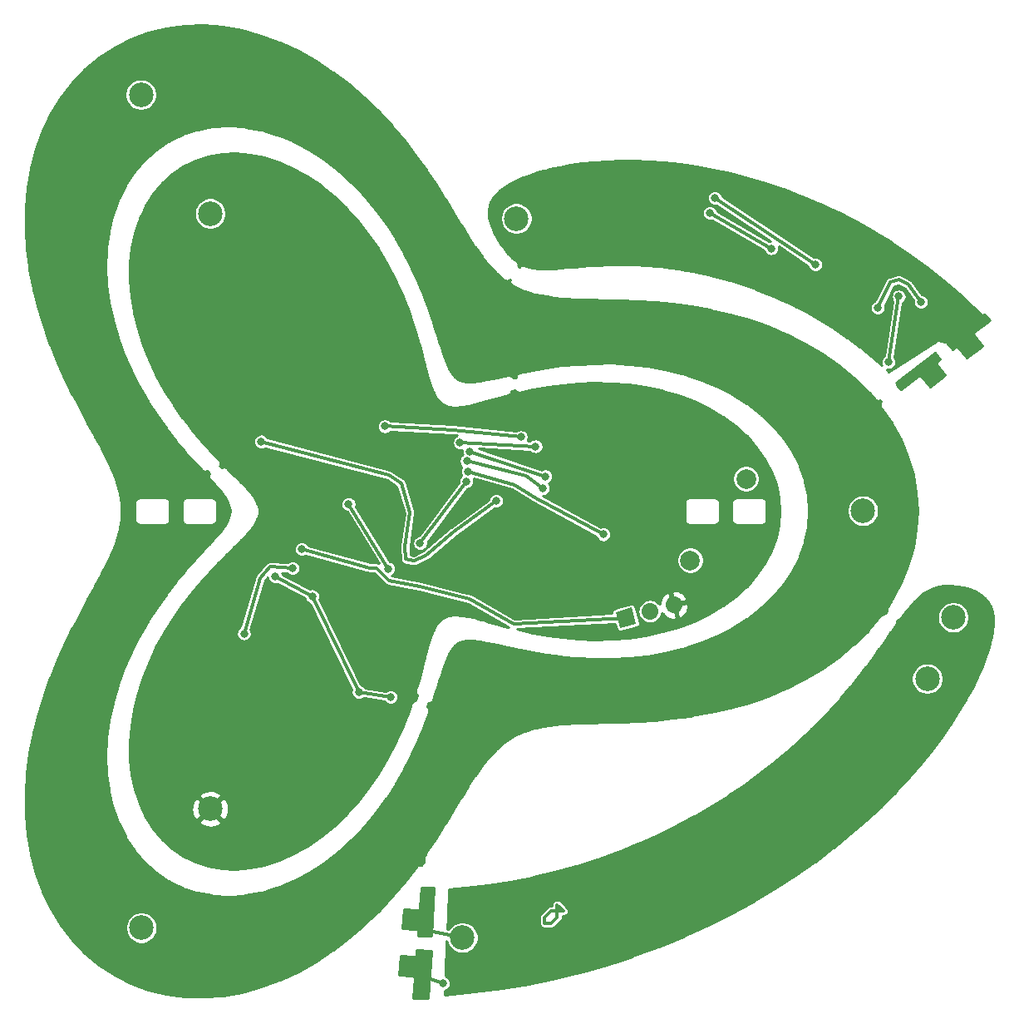
<source format=gbr>
G04 #@! TF.GenerationSoftware,KiCad,Pcbnew,(5.1.4)-1*
G04 #@! TF.CreationDate,2019-12-24T17:10:30-08:00*
G04 #@! TF.ProjectId,tensigral_lamp_hardware,74656e73-6967-4726-916c-5f6c616d705f,rev?*
G04 #@! TF.SameCoordinates,Original*
G04 #@! TF.FileFunction,Copper,L2,Bot*
G04 #@! TF.FilePolarity,Positive*
%FSLAX46Y46*%
G04 Gerber Fmt 4.6, Leading zero omitted, Abs format (unit mm)*
G04 Created by KiCad (PCBNEW (5.1.4)-1) date 2019-12-24 17:10:30*
%MOMM*%
%LPD*%
G04 APERTURE LIST*
%ADD10C,1.700000*%
%ADD11C,0.100000*%
%ADD12C,1.700000*%
%ADD13C,2.499360*%
%ADD14C,1.998980*%
%ADD15C,0.800000*%
%ADD16C,0.300000*%
%ADD17C,0.254000*%
G04 APERTURE END LIST*
D10*
X76200000Y-76200000D03*
D11*
G36*
X77241033Y-76801041D02*
G01*
X75598959Y-77241033D01*
X75158967Y-75598959D01*
X76801041Y-75158967D01*
X77241033Y-76801041D01*
X77241033Y-76801041D01*
G37*
D10*
X78653452Y-75542600D03*
D12*
X78653452Y-75542600D02*
X78653452Y-75542600D01*
D10*
X81106903Y-74885199D03*
D12*
X81106903Y-74885199D02*
X81106903Y-74885199D01*
D13*
X100350000Y-65300000D03*
X59550000Y-108750000D03*
X26850000Y-107750000D03*
X33850000Y-35050000D03*
X26800000Y-22950000D03*
X33850000Y-95650000D03*
D14*
X82750000Y-70350000D03*
X88450000Y-62050000D03*
D13*
X109550000Y-76150000D03*
X106900000Y-82400000D03*
X65050000Y-35550000D03*
D15*
X55200000Y-75565000D03*
X40300000Y-69900000D03*
X52100000Y-63000000D03*
X60000000Y-60250000D03*
X67750000Y-63000000D03*
X77800000Y-63200000D03*
X67700000Y-75100000D03*
X49800000Y-72200000D03*
X31850000Y-74850000D03*
X39850000Y-68000000D03*
X52000000Y-71200000D03*
X59950000Y-62300000D03*
X40500000Y-72000000D03*
X44250000Y-74000000D03*
X52250000Y-84250000D03*
X49000000Y-83750000D03*
X67000000Y-58750000D03*
X59300000Y-58350000D03*
X68000000Y-61800000D03*
X60300000Y-59250000D03*
X63000000Y-64300000D03*
X39050000Y-58250000D03*
X65500000Y-57800000D03*
X51650000Y-56700000D03*
X42250000Y-71150000D03*
X37300000Y-77800000D03*
X60100000Y-61300000D03*
X73900000Y-67700000D03*
X57559701Y-113409701D03*
X50900000Y-50050000D03*
X41500000Y-56050000D03*
X47300000Y-54700000D03*
X43815000Y-89535000D03*
X54610000Y-71755000D03*
X56438800Y-60553600D03*
X47950000Y-64650000D03*
X55245000Y-68580000D03*
X43180000Y-69215000D03*
X110950000Y-47450000D03*
X92000000Y-42600000D03*
X98700000Y-40850000D03*
X76550000Y-30750000D03*
X92400000Y-34100000D03*
X85200000Y-39200000D03*
X106600000Y-50700000D03*
X102972222Y-50172222D03*
X104000000Y-43500000D03*
X84750000Y-35000000D03*
X91000000Y-38600000D03*
X85250000Y-33450000D03*
X95500000Y-40250000D03*
X106250000Y-44050000D03*
X101850000Y-44650000D03*
D16*
X68580000Y-107315000D02*
X69215000Y-106680000D01*
X69215000Y-106680000D02*
X69215000Y-105410000D01*
X69215000Y-105410000D02*
X69850000Y-106045000D01*
X69850000Y-106045000D02*
X68580000Y-106045000D01*
X68580000Y-106045000D02*
X67945000Y-106680000D01*
X67945000Y-106680000D02*
X67945000Y-107315000D01*
X67945000Y-107315000D02*
X68580000Y-107315000D01*
X60000000Y-60250000D02*
X66000000Y-61750000D01*
X66000000Y-61750000D02*
X67750000Y-63000000D01*
X77800000Y-63200000D02*
X75300000Y-69400000D01*
X75300000Y-69400000D02*
X73500000Y-70900000D01*
X73500000Y-70900000D02*
X67700000Y-75100000D01*
X49800000Y-72200000D02*
X50205114Y-71694886D01*
X50205114Y-71694886D02*
X40300000Y-69900000D01*
X40500000Y-72000000D02*
X44250000Y-74000000D01*
X52250000Y-84250000D02*
X49000000Y-83750000D01*
X44250000Y-74000000D02*
X49000000Y-83750000D01*
X67000000Y-58750000D02*
X59300000Y-58350000D01*
X60300000Y-59250000D02*
X68000000Y-61800000D01*
X55800000Y-69850000D02*
X58700000Y-67400000D01*
X54650000Y-70400000D02*
X55800000Y-69850000D01*
X53800000Y-70250000D02*
X54650000Y-70400000D01*
X52100000Y-61700000D02*
X53300000Y-62500000D01*
X39050000Y-58250000D02*
X52100000Y-61700000D01*
X53300000Y-62500000D02*
X54200000Y-65500000D01*
X54200000Y-65500000D02*
X53700000Y-68950000D01*
X53700000Y-68950000D02*
X53800000Y-70250000D01*
X58700000Y-67400000D02*
X63000000Y-64300000D01*
X65500000Y-57800000D02*
X58550000Y-57050000D01*
X58550000Y-57050000D02*
X51650000Y-56700000D01*
X42250000Y-71150000D02*
X40000000Y-71000000D01*
X40000000Y-71000000D02*
X38950000Y-72150000D01*
X38950000Y-72150000D02*
X37300000Y-77800000D01*
X59550000Y-108750000D02*
X55750000Y-108000000D01*
X60100000Y-61300000D02*
X64850000Y-62650000D01*
X64850000Y-62650000D02*
X67050000Y-64000000D01*
X67050000Y-64000000D02*
X73900000Y-67700000D01*
X57559701Y-113409701D02*
X55550000Y-112750000D01*
X50900000Y-50050000D02*
X47450000Y-54850000D01*
X47450000Y-54850000D02*
X41500000Y-56050000D01*
X47300000Y-54700000D02*
X47450000Y-54850000D01*
X52000000Y-71200000D02*
X47950000Y-64650000D01*
X55245000Y-68580000D02*
X59950000Y-62300000D01*
X50165000Y-71120000D02*
X50800000Y-71120000D01*
X43180000Y-69215000D02*
X50165000Y-71120000D01*
X50800000Y-71120000D02*
X52070000Y-72390000D01*
X52070000Y-72390000D02*
X55245000Y-73025000D01*
X64770000Y-76835000D02*
X76200000Y-76200000D01*
X55245000Y-73025000D02*
X60325000Y-74295000D01*
X60325000Y-74295000D02*
X64770000Y-76835000D01*
X92000000Y-42600000D02*
X98700000Y-40850000D01*
X104000000Y-43500000D02*
X102972222Y-50172222D01*
X84750000Y-35000000D02*
X91000000Y-38600000D01*
X85250000Y-33450000D02*
X95500000Y-40250000D01*
X106250000Y-44050000D02*
X105000000Y-42300000D01*
X105000000Y-42300000D02*
X104050000Y-41800000D01*
X104050000Y-41800000D02*
X103150000Y-42000000D01*
X103150000Y-42000000D02*
X101850000Y-44650000D01*
D17*
G36*
X56378857Y-108575143D02*
G01*
X54993928Y-108599874D01*
X55031036Y-108128373D01*
X55032956Y-108117620D01*
X55032784Y-108108877D01*
X55033643Y-108100159D01*
X55032357Y-108087104D01*
X55032100Y-108074001D01*
X55030225Y-108065457D01*
X55029367Y-108056740D01*
X55025558Y-108044183D01*
X55022750Y-108031385D01*
X55022750Y-108031384D01*
X55019244Y-108023369D01*
X55016702Y-108014989D01*
X55010516Y-108003416D01*
X55005265Y-107991412D01*
X55000264Y-107984237D01*
X54996135Y-107976512D01*
X54987812Y-107966370D01*
X54980319Y-107955619D01*
X54974014Y-107949557D01*
X54968457Y-107942786D01*
X54958309Y-107934457D01*
X54954927Y-107931206D01*
X54948868Y-107925380D01*
X54941502Y-107920665D01*
X54934731Y-107915108D01*
X54923159Y-107908922D01*
X54912124Y-107901858D01*
X54903978Y-107898670D01*
X54896254Y-107894541D01*
X54883698Y-107890732D01*
X54871495Y-107885956D01*
X54862883Y-107884418D01*
X54854503Y-107881876D01*
X54841449Y-107880590D01*
X54839302Y-107880207D01*
X54839295Y-107880206D01*
X54828545Y-107878287D01*
X54817628Y-107878501D01*
X53454200Y-107771198D01*
X53607746Y-105820206D01*
X54971171Y-105927510D01*
X54981924Y-105929430D01*
X54992844Y-105929216D01*
X54992848Y-105929216D01*
X55001506Y-105929046D01*
X55010260Y-105929046D01*
X55012440Y-105928831D01*
X55025543Y-105928574D01*
X55034087Y-105926699D01*
X55042804Y-105925841D01*
X55055361Y-105922032D01*
X55068159Y-105919224D01*
X55076172Y-105915719D01*
X55084555Y-105913176D01*
X55096129Y-105906989D01*
X55108132Y-105901739D01*
X55115308Y-105896738D01*
X55123032Y-105892609D01*
X55133172Y-105884287D01*
X55143925Y-105876793D01*
X55149988Y-105870487D01*
X55156758Y-105864931D01*
X55165082Y-105854788D01*
X55174164Y-105845342D01*
X55178879Y-105837976D01*
X55184436Y-105831205D01*
X55190622Y-105819632D01*
X55197686Y-105808597D01*
X55200873Y-105800454D01*
X55205003Y-105792728D01*
X55208812Y-105780171D01*
X55213588Y-105767969D01*
X55215126Y-105759357D01*
X55217668Y-105750977D01*
X55218953Y-105737925D01*
X55219337Y-105735777D01*
X55219338Y-105735768D01*
X55221257Y-105725019D01*
X55221085Y-105716276D01*
X55221944Y-105707558D01*
X55221729Y-105705379D01*
X55385300Y-103627000D01*
X56616748Y-103627000D01*
X56378857Y-108575143D01*
X56378857Y-108575143D01*
G37*
X56378857Y-108575143D02*
X54993928Y-108599874D01*
X55031036Y-108128373D01*
X55032956Y-108117620D01*
X55032784Y-108108877D01*
X55033643Y-108100159D01*
X55032357Y-108087104D01*
X55032100Y-108074001D01*
X55030225Y-108065457D01*
X55029367Y-108056740D01*
X55025558Y-108044183D01*
X55022750Y-108031385D01*
X55022750Y-108031384D01*
X55019244Y-108023369D01*
X55016702Y-108014989D01*
X55010516Y-108003416D01*
X55005265Y-107991412D01*
X55000264Y-107984237D01*
X54996135Y-107976512D01*
X54987812Y-107966370D01*
X54980319Y-107955619D01*
X54974014Y-107949557D01*
X54968457Y-107942786D01*
X54958309Y-107934457D01*
X54954927Y-107931206D01*
X54948868Y-107925380D01*
X54941502Y-107920665D01*
X54934731Y-107915108D01*
X54923159Y-107908922D01*
X54912124Y-107901858D01*
X54903978Y-107898670D01*
X54896254Y-107894541D01*
X54883698Y-107890732D01*
X54871495Y-107885956D01*
X54862883Y-107884418D01*
X54854503Y-107881876D01*
X54841449Y-107880590D01*
X54839302Y-107880207D01*
X54839295Y-107880206D01*
X54828545Y-107878287D01*
X54817628Y-107878501D01*
X53454200Y-107771198D01*
X53607746Y-105820206D01*
X54971171Y-105927510D01*
X54981924Y-105929430D01*
X54992844Y-105929216D01*
X54992848Y-105929216D01*
X55001506Y-105929046D01*
X55010260Y-105929046D01*
X55012440Y-105928831D01*
X55025543Y-105928574D01*
X55034087Y-105926699D01*
X55042804Y-105925841D01*
X55055361Y-105922032D01*
X55068159Y-105919224D01*
X55076172Y-105915719D01*
X55084555Y-105913176D01*
X55096129Y-105906989D01*
X55108132Y-105901739D01*
X55115308Y-105896738D01*
X55123032Y-105892609D01*
X55133172Y-105884287D01*
X55143925Y-105876793D01*
X55149988Y-105870487D01*
X55156758Y-105864931D01*
X55165082Y-105854788D01*
X55174164Y-105845342D01*
X55178879Y-105837976D01*
X55184436Y-105831205D01*
X55190622Y-105819632D01*
X55197686Y-105808597D01*
X55200873Y-105800454D01*
X55205003Y-105792728D01*
X55208812Y-105780171D01*
X55213588Y-105767969D01*
X55215126Y-105759357D01*
X55217668Y-105750977D01*
X55218953Y-105737925D01*
X55219337Y-105735777D01*
X55219338Y-105735768D01*
X55221257Y-105725019D01*
X55221085Y-105716276D01*
X55221944Y-105707558D01*
X55221729Y-105705379D01*
X55385300Y-103627000D01*
X56616748Y-103627000D01*
X56378857Y-108575143D01*
G36*
X113281330Y-45897551D02*
G01*
X111692703Y-47138721D01*
X111690340Y-47139984D01*
X111683945Y-47145232D01*
X111676966Y-47149657D01*
X111667130Y-47159032D01*
X111656614Y-47167662D01*
X111651367Y-47174056D01*
X111645384Y-47179758D01*
X111637561Y-47190878D01*
X111628936Y-47201388D01*
X111625039Y-47208678D01*
X111620281Y-47215442D01*
X111614779Y-47227873D01*
X111608369Y-47239865D01*
X111605968Y-47247781D01*
X111602623Y-47255338D01*
X111599653Y-47268597D01*
X111595704Y-47281616D01*
X111594893Y-47289849D01*
X111593087Y-47297913D01*
X111592761Y-47311497D01*
X111591428Y-47325035D01*
X111592239Y-47333270D01*
X111592041Y-47341528D01*
X111594370Y-47354911D01*
X111595704Y-47368454D01*
X111598105Y-47376369D01*
X111599522Y-47384511D01*
X111604421Y-47397190D01*
X111608369Y-47410205D01*
X111612268Y-47417500D01*
X111615247Y-47425209D01*
X111622526Y-47436689D01*
X111628936Y-47448682D01*
X111634183Y-47455076D01*
X111638608Y-47462055D01*
X111646145Y-47469963D01*
X112488152Y-48547681D01*
X110945994Y-49752546D01*
X110109074Y-48681340D01*
X110107811Y-48678977D01*
X110102560Y-48672579D01*
X110098138Y-48665604D01*
X110090601Y-48657696D01*
X110090599Y-48657693D01*
X110088762Y-48655766D01*
X110080133Y-48645251D01*
X110073742Y-48640006D01*
X110068038Y-48634021D01*
X110056916Y-48626197D01*
X110046407Y-48617573D01*
X110039117Y-48613676D01*
X110032353Y-48608918D01*
X110019922Y-48603416D01*
X110007930Y-48597006D01*
X110000014Y-48594605D01*
X109992457Y-48591260D01*
X109979198Y-48588290D01*
X109966179Y-48584341D01*
X109957946Y-48583530D01*
X109957674Y-48583469D01*
X109949883Y-48581724D01*
X109936297Y-48581398D01*
X109933635Y-48581136D01*
X109925364Y-48581136D01*
X109906267Y-48580678D01*
X109906266Y-48580678D01*
X109892882Y-48583007D01*
X109879341Y-48584341D01*
X109871428Y-48586741D01*
X109863283Y-48588159D01*
X109850602Y-48593059D01*
X109837590Y-48597006D01*
X109830295Y-48600905D01*
X109822586Y-48603884D01*
X109811106Y-48611163D01*
X109799113Y-48617573D01*
X109792718Y-48622821D01*
X109785739Y-48627246D01*
X109777833Y-48634782D01*
X109434843Y-48902755D01*
X108929409Y-48270963D01*
X112709417Y-45316474D01*
X113281330Y-45897551D01*
X113281330Y-45897551D01*
G37*
X113281330Y-45897551D02*
X111692703Y-47138721D01*
X111690340Y-47139984D01*
X111683945Y-47145232D01*
X111676966Y-47149657D01*
X111667130Y-47159032D01*
X111656614Y-47167662D01*
X111651367Y-47174056D01*
X111645384Y-47179758D01*
X111637561Y-47190878D01*
X111628936Y-47201388D01*
X111625039Y-47208678D01*
X111620281Y-47215442D01*
X111614779Y-47227873D01*
X111608369Y-47239865D01*
X111605968Y-47247781D01*
X111602623Y-47255338D01*
X111599653Y-47268597D01*
X111595704Y-47281616D01*
X111594893Y-47289849D01*
X111593087Y-47297913D01*
X111592761Y-47311497D01*
X111591428Y-47325035D01*
X111592239Y-47333270D01*
X111592041Y-47341528D01*
X111594370Y-47354911D01*
X111595704Y-47368454D01*
X111598105Y-47376369D01*
X111599522Y-47384511D01*
X111604421Y-47397190D01*
X111608369Y-47410205D01*
X111612268Y-47417500D01*
X111615247Y-47425209D01*
X111622526Y-47436689D01*
X111628936Y-47448682D01*
X111634183Y-47455076D01*
X111638608Y-47462055D01*
X111646145Y-47469963D01*
X112488152Y-48547681D01*
X110945994Y-49752546D01*
X110109074Y-48681340D01*
X110107811Y-48678977D01*
X110102560Y-48672579D01*
X110098138Y-48665604D01*
X110090601Y-48657696D01*
X110090599Y-48657693D01*
X110088762Y-48655766D01*
X110080133Y-48645251D01*
X110073742Y-48640006D01*
X110068038Y-48634021D01*
X110056916Y-48626197D01*
X110046407Y-48617573D01*
X110039117Y-48613676D01*
X110032353Y-48608918D01*
X110019922Y-48603416D01*
X110007930Y-48597006D01*
X110000014Y-48594605D01*
X109992457Y-48591260D01*
X109979198Y-48588290D01*
X109966179Y-48584341D01*
X109957946Y-48583530D01*
X109957674Y-48583469D01*
X109949883Y-48581724D01*
X109936297Y-48581398D01*
X109933635Y-48581136D01*
X109925364Y-48581136D01*
X109906267Y-48580678D01*
X109906266Y-48580678D01*
X109892882Y-48583007D01*
X109879341Y-48584341D01*
X109871428Y-48586741D01*
X109863283Y-48588159D01*
X109850602Y-48593059D01*
X109837590Y-48597006D01*
X109830295Y-48600905D01*
X109822586Y-48603884D01*
X109811106Y-48611163D01*
X109799113Y-48617573D01*
X109792718Y-48622821D01*
X109785739Y-48627246D01*
X109777833Y-48634782D01*
X109434843Y-48902755D01*
X108929409Y-48270963D01*
X112709417Y-45316474D01*
X113281330Y-45897551D01*
G36*
X108205219Y-49863442D02*
G01*
X107910248Y-50093898D01*
X107907885Y-50095161D01*
X107901490Y-50100409D01*
X107894511Y-50104834D01*
X107886601Y-50112373D01*
X107884673Y-50114210D01*
X107874159Y-50122839D01*
X107868915Y-50129229D01*
X107862929Y-50134934D01*
X107855105Y-50146056D01*
X107846481Y-50156565D01*
X107842584Y-50163855D01*
X107837826Y-50170619D01*
X107832326Y-50183047D01*
X107825914Y-50195042D01*
X107823510Y-50202965D01*
X107820169Y-50210515D01*
X107817201Y-50223767D01*
X107813249Y-50236793D01*
X107812438Y-50245027D01*
X107810632Y-50253090D01*
X107810306Y-50266674D01*
X107808973Y-50280212D01*
X107809784Y-50288447D01*
X107809586Y-50296705D01*
X107811915Y-50310088D01*
X107813249Y-50323631D01*
X107815650Y-50331546D01*
X107817067Y-50339688D01*
X107821966Y-50352366D01*
X107825914Y-50365382D01*
X107829815Y-50372679D01*
X107832792Y-50380385D01*
X107840069Y-50391862D01*
X107846481Y-50403859D01*
X107851732Y-50410257D01*
X107856154Y-50417232D01*
X107863688Y-50425137D01*
X108705696Y-51502857D01*
X107163539Y-52707720D01*
X106326618Y-51636513D01*
X106325355Y-51634150D01*
X106320106Y-51627754D01*
X106315681Y-51620775D01*
X106306307Y-51610940D01*
X106297677Y-51600424D01*
X106291283Y-51595177D01*
X106285580Y-51589193D01*
X106274461Y-51581371D01*
X106263951Y-51572746D01*
X106256659Y-51568848D01*
X106255671Y-51568153D01*
X106249897Y-51564091D01*
X106237466Y-51558589D01*
X106225474Y-51552179D01*
X106217558Y-51549778D01*
X106210001Y-51546433D01*
X106196742Y-51543463D01*
X106183723Y-51539514D01*
X106175490Y-51538703D01*
X106167426Y-51536897D01*
X106153842Y-51536571D01*
X106151179Y-51536309D01*
X106142908Y-51536309D01*
X106123811Y-51535851D01*
X106123808Y-51535851D01*
X106110426Y-51538180D01*
X106096885Y-51539514D01*
X106088970Y-51541915D01*
X106080828Y-51543332D01*
X106072802Y-51546433D01*
X106068148Y-51548231D01*
X106055134Y-51552179D01*
X106047843Y-51556076D01*
X106040128Y-51559057D01*
X106028641Y-51566340D01*
X106016657Y-51572746D01*
X106010262Y-51577994D01*
X106003283Y-51582419D01*
X105995378Y-51589953D01*
X104235358Y-52965058D01*
X103840902Y-52508320D01*
X103842135Y-52505909D01*
X103842757Y-52503719D01*
X103843729Y-52501671D01*
X103846836Y-52489344D01*
X103850310Y-52477106D01*
X103850492Y-52474844D01*
X103851048Y-52472638D01*
X103851691Y-52459941D01*
X103852711Y-52447260D01*
X103852447Y-52445000D01*
X103852562Y-52442735D01*
X103850718Y-52430174D01*
X103849242Y-52417521D01*
X103848543Y-52415356D01*
X103848213Y-52413111D01*
X103843945Y-52401126D01*
X103840037Y-52389029D01*
X103838932Y-52387048D01*
X103838169Y-52384905D01*
X103831642Y-52373979D01*
X103825452Y-52362881D01*
X103823979Y-52361151D01*
X103822814Y-52359200D01*
X103814279Y-52349755D01*
X103806045Y-52340081D01*
X103798403Y-52334035D01*
X103684539Y-52230523D01*
X107676651Y-49177732D01*
X108205219Y-49863442D01*
X108205219Y-49863442D01*
G37*
X108205219Y-49863442D02*
X107910248Y-50093898D01*
X107907885Y-50095161D01*
X107901490Y-50100409D01*
X107894511Y-50104834D01*
X107886601Y-50112373D01*
X107884673Y-50114210D01*
X107874159Y-50122839D01*
X107868915Y-50129229D01*
X107862929Y-50134934D01*
X107855105Y-50146056D01*
X107846481Y-50156565D01*
X107842584Y-50163855D01*
X107837826Y-50170619D01*
X107832326Y-50183047D01*
X107825914Y-50195042D01*
X107823510Y-50202965D01*
X107820169Y-50210515D01*
X107817201Y-50223767D01*
X107813249Y-50236793D01*
X107812438Y-50245027D01*
X107810632Y-50253090D01*
X107810306Y-50266674D01*
X107808973Y-50280212D01*
X107809784Y-50288447D01*
X107809586Y-50296705D01*
X107811915Y-50310088D01*
X107813249Y-50323631D01*
X107815650Y-50331546D01*
X107817067Y-50339688D01*
X107821966Y-50352366D01*
X107825914Y-50365382D01*
X107829815Y-50372679D01*
X107832792Y-50380385D01*
X107840069Y-50391862D01*
X107846481Y-50403859D01*
X107851732Y-50410257D01*
X107856154Y-50417232D01*
X107863688Y-50425137D01*
X108705696Y-51502857D01*
X107163539Y-52707720D01*
X106326618Y-51636513D01*
X106325355Y-51634150D01*
X106320106Y-51627754D01*
X106315681Y-51620775D01*
X106306307Y-51610940D01*
X106297677Y-51600424D01*
X106291283Y-51595177D01*
X106285580Y-51589193D01*
X106274461Y-51581371D01*
X106263951Y-51572746D01*
X106256659Y-51568848D01*
X106255671Y-51568153D01*
X106249897Y-51564091D01*
X106237466Y-51558589D01*
X106225474Y-51552179D01*
X106217558Y-51549778D01*
X106210001Y-51546433D01*
X106196742Y-51543463D01*
X106183723Y-51539514D01*
X106175490Y-51538703D01*
X106167426Y-51536897D01*
X106153842Y-51536571D01*
X106151179Y-51536309D01*
X106142908Y-51536309D01*
X106123811Y-51535851D01*
X106123808Y-51535851D01*
X106110426Y-51538180D01*
X106096885Y-51539514D01*
X106088970Y-51541915D01*
X106080828Y-51543332D01*
X106072802Y-51546433D01*
X106068148Y-51548231D01*
X106055134Y-51552179D01*
X106047843Y-51556076D01*
X106040128Y-51559057D01*
X106028641Y-51566340D01*
X106016657Y-51572746D01*
X106010262Y-51577994D01*
X106003283Y-51582419D01*
X105995378Y-51589953D01*
X104235358Y-52965058D01*
X103840902Y-52508320D01*
X103842135Y-52505909D01*
X103842757Y-52503719D01*
X103843729Y-52501671D01*
X103846836Y-52489344D01*
X103850310Y-52477106D01*
X103850492Y-52474844D01*
X103851048Y-52472638D01*
X103851691Y-52459941D01*
X103852711Y-52447260D01*
X103852447Y-52445000D01*
X103852562Y-52442735D01*
X103850718Y-52430174D01*
X103849242Y-52417521D01*
X103848543Y-52415356D01*
X103848213Y-52413111D01*
X103843945Y-52401126D01*
X103840037Y-52389029D01*
X103838932Y-52387048D01*
X103838169Y-52384905D01*
X103831642Y-52373979D01*
X103825452Y-52362881D01*
X103823979Y-52361151D01*
X103822814Y-52359200D01*
X103814279Y-52349755D01*
X103806045Y-52340081D01*
X103798403Y-52334035D01*
X103684539Y-52230523D01*
X107676651Y-49177732D01*
X108205219Y-49863442D01*
G36*
X56365329Y-110069906D02*
G01*
X56067571Y-114876567D01*
X54495599Y-114931746D01*
X54654434Y-112913575D01*
X54656354Y-112902822D01*
X54656182Y-112894079D01*
X54657041Y-112885361D01*
X54655755Y-112872306D01*
X54655498Y-112859203D01*
X54653623Y-112850659D01*
X54652765Y-112841942D01*
X54648956Y-112829385D01*
X54646148Y-112816587D01*
X54646148Y-112816586D01*
X54642642Y-112808571D01*
X54640100Y-112800191D01*
X54633916Y-112788621D01*
X54628663Y-112776613D01*
X54623661Y-112769436D01*
X54619533Y-112761714D01*
X54611208Y-112751570D01*
X54608425Y-112747577D01*
X54603717Y-112740821D01*
X54597412Y-112734759D01*
X54591855Y-112727988D01*
X54581707Y-112719659D01*
X54578325Y-112716408D01*
X54572266Y-112710582D01*
X54564900Y-112705867D01*
X54558129Y-112700310D01*
X54546557Y-112694124D01*
X54535522Y-112687060D01*
X54527376Y-112683872D01*
X54519652Y-112679743D01*
X54507096Y-112675934D01*
X54494893Y-112671158D01*
X54486281Y-112669620D01*
X54477901Y-112667078D01*
X54464847Y-112665792D01*
X54462700Y-112665409D01*
X54462693Y-112665408D01*
X54451943Y-112663489D01*
X54441026Y-112663703D01*
X53077594Y-112556400D01*
X53231144Y-110605400D01*
X54594569Y-110712704D01*
X54605322Y-110714624D01*
X54616242Y-110714410D01*
X54616246Y-110714410D01*
X54624904Y-110714240D01*
X54633658Y-110714240D01*
X54635838Y-110714025D01*
X54648941Y-110713768D01*
X54657485Y-110711893D01*
X54666202Y-110711035D01*
X54678759Y-110707226D01*
X54691557Y-110704418D01*
X54699569Y-110700913D01*
X54707953Y-110698370D01*
X54719530Y-110692182D01*
X54731529Y-110686933D01*
X54738702Y-110681934D01*
X54746430Y-110677803D01*
X54756572Y-110669480D01*
X54767323Y-110661987D01*
X54773386Y-110655681D01*
X54780156Y-110650125D01*
X54788480Y-110639982D01*
X54797562Y-110630536D01*
X54802277Y-110623170D01*
X54807834Y-110616399D01*
X54814018Y-110604830D01*
X54821084Y-110593792D01*
X54824272Y-110585646D01*
X54828401Y-110577922D01*
X54832210Y-110565366D01*
X54836986Y-110553163D01*
X54838523Y-110544553D01*
X54841066Y-110536171D01*
X54842353Y-110523107D01*
X54842734Y-110520971D01*
X54844655Y-110510213D01*
X54844483Y-110501470D01*
X54845342Y-110492752D01*
X54845127Y-110490567D01*
X54884533Y-109989863D01*
X56365329Y-110069906D01*
X56365329Y-110069906D01*
G37*
X56365329Y-110069906D02*
X56067571Y-114876567D01*
X54495599Y-114931746D01*
X54654434Y-112913575D01*
X54656354Y-112902822D01*
X54656182Y-112894079D01*
X54657041Y-112885361D01*
X54655755Y-112872306D01*
X54655498Y-112859203D01*
X54653623Y-112850659D01*
X54652765Y-112841942D01*
X54648956Y-112829385D01*
X54646148Y-112816587D01*
X54646148Y-112816586D01*
X54642642Y-112808571D01*
X54640100Y-112800191D01*
X54633916Y-112788621D01*
X54628663Y-112776613D01*
X54623661Y-112769436D01*
X54619533Y-112761714D01*
X54611208Y-112751570D01*
X54608425Y-112747577D01*
X54603717Y-112740821D01*
X54597412Y-112734759D01*
X54591855Y-112727988D01*
X54581707Y-112719659D01*
X54578325Y-112716408D01*
X54572266Y-112710582D01*
X54564900Y-112705867D01*
X54558129Y-112700310D01*
X54546557Y-112694124D01*
X54535522Y-112687060D01*
X54527376Y-112683872D01*
X54519652Y-112679743D01*
X54507096Y-112675934D01*
X54494893Y-112671158D01*
X54486281Y-112669620D01*
X54477901Y-112667078D01*
X54464847Y-112665792D01*
X54462700Y-112665409D01*
X54462693Y-112665408D01*
X54451943Y-112663489D01*
X54441026Y-112663703D01*
X53077594Y-112556400D01*
X53231144Y-110605400D01*
X54594569Y-110712704D01*
X54605322Y-110714624D01*
X54616242Y-110714410D01*
X54616246Y-110714410D01*
X54624904Y-110714240D01*
X54633658Y-110714240D01*
X54635838Y-110714025D01*
X54648941Y-110713768D01*
X54657485Y-110711893D01*
X54666202Y-110711035D01*
X54678759Y-110707226D01*
X54691557Y-110704418D01*
X54699569Y-110700913D01*
X54707953Y-110698370D01*
X54719530Y-110692182D01*
X54731529Y-110686933D01*
X54738702Y-110681934D01*
X54746430Y-110677803D01*
X54756572Y-110669480D01*
X54767323Y-110661987D01*
X54773386Y-110655681D01*
X54780156Y-110650125D01*
X54788480Y-110639982D01*
X54797562Y-110630536D01*
X54802277Y-110623170D01*
X54807834Y-110616399D01*
X54814018Y-110604830D01*
X54821084Y-110593792D01*
X54824272Y-110585646D01*
X54828401Y-110577922D01*
X54832210Y-110565366D01*
X54836986Y-110553163D01*
X54838523Y-110544553D01*
X54841066Y-110536171D01*
X54842353Y-110523107D01*
X54842734Y-110520971D01*
X54844655Y-110510213D01*
X54844483Y-110501470D01*
X54845342Y-110492752D01*
X54845127Y-110490567D01*
X54884533Y-109989863D01*
X56365329Y-110069906D01*
G36*
X77042047Y-29667478D02*
G01*
X77042529Y-29667525D01*
X77056784Y-29667525D01*
X78550834Y-29724078D01*
X78559733Y-29724954D01*
X78565558Y-29724954D01*
X80114541Y-29839100D01*
X81691076Y-30012056D01*
X81693605Y-30012823D01*
X81728833Y-30016293D01*
X83361009Y-30254657D01*
X83371660Y-30257888D01*
X83398477Y-30260529D01*
X85075913Y-30567218D01*
X85094675Y-30572910D01*
X85113035Y-30574718D01*
X86830635Y-30952980D01*
X86857523Y-30961137D01*
X86867383Y-30962108D01*
X88619585Y-31414827D01*
X88654627Y-31425457D01*
X88655920Y-31425584D01*
X90429768Y-31953162D01*
X92231781Y-32561427D01*
X92238282Y-32564902D01*
X92267447Y-32573749D01*
X94086339Y-33263021D01*
X94100510Y-33270595D01*
X94121316Y-33276907D01*
X95948781Y-34047819D01*
X95970658Y-34059512D01*
X95983016Y-34063261D01*
X97811704Y-34916329D01*
X97841340Y-34932170D01*
X97845152Y-34933326D01*
X99663028Y-35866211D01*
X101467965Y-36880965D01*
X101471880Y-36884178D01*
X101500406Y-36899425D01*
X103287092Y-37996464D01*
X103298067Y-38005471D01*
X103318475Y-38016379D01*
X105075679Y-39191994D01*
X105093775Y-39206845D01*
X105105938Y-39213346D01*
X106825943Y-40465181D01*
X106851251Y-40485951D01*
X106855029Y-40487970D01*
X108526049Y-41809751D01*
X110146007Y-43201976D01*
X110149431Y-43206148D01*
X110173657Y-43226030D01*
X111737810Y-44686976D01*
X111747453Y-44698725D01*
X111763990Y-44712297D01*
X112906518Y-45873131D01*
X111555808Y-46928420D01*
X111550775Y-46931110D01*
X111537162Y-46942282D01*
X111522306Y-46951701D01*
X111505465Y-46967752D01*
X111505460Y-46967756D01*
X111501355Y-46971669D01*
X111478982Y-46990030D01*
X111467816Y-47003635D01*
X111455076Y-47015778D01*
X111438429Y-47039443D01*
X111420062Y-47061823D01*
X111411761Y-47077354D01*
X111401640Y-47091741D01*
X111389928Y-47118200D01*
X111376282Y-47143731D01*
X111371173Y-47160572D01*
X111364049Y-47176667D01*
X111357724Y-47204907D01*
X111349321Y-47232607D01*
X111347595Y-47250128D01*
X111343750Y-47267297D01*
X111343056Y-47296224D01*
X111340218Y-47325035D01*
X111341943Y-47342553D01*
X111341521Y-47360145D01*
X111346483Y-47388652D01*
X111349321Y-47417463D01*
X111354432Y-47434310D01*
X111357449Y-47451643D01*
X111367879Y-47478637D01*
X111376282Y-47506339D01*
X111384578Y-47521861D01*
X111390921Y-47538277D01*
X111404085Y-47559039D01*
X111406415Y-47562716D01*
X111420062Y-47588247D01*
X111431232Y-47601858D01*
X111440652Y-47616715D01*
X111456703Y-47633555D01*
X112137234Y-48504594D01*
X111868531Y-48714528D01*
X110152878Y-48388871D01*
X110129597Y-48378566D01*
X110104064Y-48364919D01*
X110087221Y-48359809D01*
X110071127Y-48352686D01*
X110042889Y-48346361D01*
X110015188Y-48337958D01*
X109997666Y-48336232D01*
X109980498Y-48332387D01*
X109951571Y-48331693D01*
X109945920Y-48331136D01*
X109928388Y-48331136D01*
X109887649Y-48330158D01*
X109864652Y-48334162D01*
X107973684Y-47975228D01*
X107948887Y-47973005D01*
X107924133Y-47975662D01*
X107900373Y-47983098D01*
X107881568Y-47993014D01*
X102973923Y-51132138D01*
X102749026Y-50920049D01*
X102895694Y-50949222D01*
X103048750Y-50949222D01*
X103198865Y-50919363D01*
X103340270Y-50860791D01*
X103467531Y-50775758D01*
X103575758Y-50667531D01*
X103660791Y-50540270D01*
X103719363Y-50398865D01*
X103749222Y-50248750D01*
X103749222Y-50095694D01*
X103719363Y-49945579D01*
X103660791Y-49804174D01*
X103580614Y-49684181D01*
X104433931Y-44144548D01*
X104495309Y-44103536D01*
X104603536Y-43995309D01*
X104688569Y-43868048D01*
X104747141Y-43726643D01*
X104777000Y-43576528D01*
X104777000Y-43423472D01*
X104747141Y-43273357D01*
X104688569Y-43131952D01*
X104603536Y-43004691D01*
X104495309Y-42896464D01*
X104368048Y-42811431D01*
X104226643Y-42752859D01*
X104076528Y-42723000D01*
X103923472Y-42723000D01*
X103773357Y-42752859D01*
X103631952Y-42811431D01*
X103504691Y-42896464D01*
X103396464Y-43004691D01*
X103311431Y-43131952D01*
X103252859Y-43273357D01*
X103223000Y-43423472D01*
X103223000Y-43576528D01*
X103252859Y-43726643D01*
X103311431Y-43868048D01*
X103391607Y-43988040D01*
X102538292Y-49527674D01*
X102476913Y-49568686D01*
X102368686Y-49676913D01*
X102283653Y-49804174D01*
X102225081Y-49945579D01*
X102195222Y-50095694D01*
X102195222Y-50248750D01*
X102225081Y-50398865D01*
X102252802Y-50465790D01*
X101289915Y-49627435D01*
X101285520Y-49622080D01*
X101265500Y-49605650D01*
X101263621Y-49603812D01*
X101252952Y-49595253D01*
X101242651Y-49586284D01*
X101237046Y-49582298D01*
X101213727Y-49563160D01*
X101211395Y-49561914D01*
X100043020Y-48624578D01*
X100036068Y-48618298D01*
X100027045Y-48611629D01*
X100000394Y-48589756D01*
X99989781Y-48584084D01*
X98782176Y-47691438D01*
X98775115Y-47685541D01*
X98773445Y-47684405D01*
X98753888Y-47668354D01*
X98735146Y-47658336D01*
X97499127Y-46817048D01*
X97479566Y-46800995D01*
X97452856Y-46786718D01*
X96195420Y-45999570D01*
X96182859Y-45989261D01*
X96156129Y-45974974D01*
X96150190Y-45971256D01*
X96142227Y-45967300D01*
X94874900Y-45238998D01*
X94869252Y-45234363D01*
X94847382Y-45222674D01*
X94846108Y-45221834D01*
X94833342Y-45215116D01*
X94820883Y-45207956D01*
X94814277Y-45204979D01*
X94787344Y-45190583D01*
X94785880Y-45190139D01*
X93614070Y-44573472D01*
X101073000Y-44573472D01*
X101073000Y-44726528D01*
X101102859Y-44876643D01*
X101161431Y-45018048D01*
X101246464Y-45145309D01*
X101354691Y-45253536D01*
X101481952Y-45338569D01*
X101623357Y-45397141D01*
X101773472Y-45427000D01*
X101926528Y-45427000D01*
X102076643Y-45397141D01*
X102218048Y-45338569D01*
X102345309Y-45253536D01*
X102453536Y-45145309D01*
X102538569Y-45018048D01*
X102597141Y-44876643D01*
X102627000Y-44726528D01*
X102627000Y-44573472D01*
X102597141Y-44423357D01*
X102574726Y-44369243D01*
X103511580Y-42459503D01*
X103975616Y-42356385D01*
X104643866Y-42708096D01*
X105489272Y-43891665D01*
X105473000Y-43973472D01*
X105473000Y-44126528D01*
X105502859Y-44276643D01*
X105561431Y-44418048D01*
X105646464Y-44545309D01*
X105754691Y-44653536D01*
X105881952Y-44738569D01*
X106023357Y-44797141D01*
X106173472Y-44827000D01*
X106326528Y-44827000D01*
X106476643Y-44797141D01*
X106618048Y-44738569D01*
X106745309Y-44653536D01*
X106853536Y-44545309D01*
X106938569Y-44418048D01*
X106997141Y-44276643D01*
X107027000Y-44126528D01*
X107027000Y-43973472D01*
X106997141Y-43823357D01*
X106938569Y-43681952D01*
X106853536Y-43554691D01*
X106745309Y-43446464D01*
X106618048Y-43361431D01*
X106476643Y-43302859D01*
X106345299Y-43276734D01*
X105432639Y-41999011D01*
X105407190Y-41961447D01*
X105384012Y-41938563D01*
X105362584Y-41914054D01*
X105347170Y-41902189D01*
X105333317Y-41888512D01*
X105306114Y-41870586D01*
X105280322Y-41850733D01*
X105239723Y-41830635D01*
X104337631Y-41355851D01*
X104334301Y-41353240D01*
X104291750Y-41331703D01*
X104272545Y-41321595D01*
X104268649Y-41320010D01*
X104241680Y-41306360D01*
X104220673Y-41300496D01*
X104200475Y-41292281D01*
X104170797Y-41286575D01*
X104141693Y-41278451D01*
X104119952Y-41276798D01*
X104098532Y-41272680D01*
X104068312Y-41272873D01*
X104038181Y-41270583D01*
X104016532Y-41273205D01*
X103994726Y-41273344D01*
X103965121Y-41279430D01*
X103960941Y-41279936D01*
X103939737Y-41284648D01*
X103893042Y-41294247D01*
X103889144Y-41295891D01*
X103083098Y-41475012D01*
X103079789Y-41475127D01*
X103032556Y-41486243D01*
X103010413Y-41491164D01*
X103007271Y-41492194D01*
X102978740Y-41498909D01*
X102958067Y-41508328D01*
X102936483Y-41515405D01*
X102910949Y-41529795D01*
X102884273Y-41541949D01*
X102865833Y-41555221D01*
X102846045Y-41566373D01*
X102823810Y-41585467D01*
X102800018Y-41602591D01*
X102784523Y-41619204D01*
X102767289Y-41634003D01*
X102749207Y-41657067D01*
X102729211Y-41678505D01*
X102717253Y-41697824D01*
X102703240Y-41715698D01*
X102690005Y-41741846D01*
X102688263Y-41744661D01*
X102678262Y-41765047D01*
X102656360Y-41808320D01*
X102655470Y-41811508D01*
X101630192Y-43901499D01*
X101623357Y-43902859D01*
X101481952Y-43961431D01*
X101354691Y-44046464D01*
X101246464Y-44154691D01*
X101161431Y-44281952D01*
X101102859Y-44423357D01*
X101073000Y-44573472D01*
X93614070Y-44573472D01*
X93513424Y-44520507D01*
X93506020Y-44516008D01*
X93494288Y-44510373D01*
X93462302Y-44493276D01*
X93452514Y-44490307D01*
X92167293Y-43872959D01*
X92159845Y-43868794D01*
X92155733Y-43866999D01*
X92131255Y-43853915D01*
X92113282Y-43848463D01*
X90823965Y-43285495D01*
X90799483Y-43272410D01*
X90773460Y-43264516D01*
X89489213Y-42757402D01*
X89472151Y-42748282D01*
X89446119Y-42740385D01*
X89442472Y-42738945D01*
X89434521Y-42736677D01*
X88163886Y-42285829D01*
X88154158Y-42280629D01*
X88120194Y-42270326D01*
X88108690Y-42266244D01*
X88100756Y-42264279D01*
X86852685Y-41869492D01*
X86850203Y-41868165D01*
X86822888Y-41859879D01*
X86817996Y-41857979D01*
X86803452Y-41853918D01*
X86789013Y-41849351D01*
X86786280Y-41848774D01*
X86761327Y-41841204D01*
X86756054Y-41840685D01*
X85524885Y-41496941D01*
X85517408Y-41494322D01*
X85507690Y-41491957D01*
X85475843Y-41482296D01*
X85462656Y-41480997D01*
X84246917Y-41185128D01*
X84239500Y-41182801D01*
X84237323Y-41182347D01*
X84212911Y-41174941D01*
X84191964Y-41172878D01*
X83000723Y-40924209D01*
X82976308Y-40916802D01*
X82947764Y-40913991D01*
X81786574Y-40710474D01*
X81769468Y-40705285D01*
X81740931Y-40702474D01*
X81735622Y-40701544D01*
X81728192Y-40700983D01*
X80605392Y-40540491D01*
X80595433Y-40537470D01*
X80559494Y-40533930D01*
X80546793Y-40532115D01*
X80539556Y-40531798D01*
X79459880Y-40411130D01*
X79456891Y-40410223D01*
X79429831Y-40407558D01*
X79425991Y-40406860D01*
X79409895Y-40405543D01*
X79393815Y-40403746D01*
X79390713Y-40403705D01*
X79387623Y-40403401D01*
X79383712Y-40403401D01*
X78318516Y-40316254D01*
X78311863Y-40315240D01*
X78299345Y-40314574D01*
X78286854Y-40313344D01*
X78282943Y-40313344D01*
X78279056Y-40313026D01*
X78272329Y-40313137D01*
X77244380Y-40258463D01*
X77238036Y-40257671D01*
X77231900Y-40257511D01*
X77225766Y-40256907D01*
X77215124Y-40256907D01*
X77204520Y-40256343D01*
X77198124Y-40256631D01*
X76212162Y-40230945D01*
X76206191Y-40230353D01*
X76206042Y-40230353D01*
X76205891Y-40230338D01*
X76188862Y-40230338D01*
X76171858Y-40229895D01*
X76165875Y-40230327D01*
X75228509Y-40229729D01*
X75228352Y-40229714D01*
X75222974Y-40229714D01*
X75217628Y-40229310D01*
X75199982Y-40229711D01*
X75182333Y-40229700D01*
X75182190Y-40229714D01*
X75182032Y-40229714D01*
X75176680Y-40230241D01*
X74278251Y-40250670D01*
X74273318Y-40250401D01*
X74260472Y-40250962D01*
X74247591Y-40250962D01*
X74242239Y-40251489D01*
X74236879Y-40251611D01*
X74231980Y-40252206D01*
X73378141Y-40289494D01*
X73373923Y-40289339D01*
X73365303Y-40289870D01*
X73356638Y-40289870D01*
X73346374Y-40290881D01*
X73336090Y-40291330D01*
X73331905Y-40291927D01*
X72523130Y-40341750D01*
X72519784Y-40341675D01*
X72514495Y-40342076D01*
X72509177Y-40342076D01*
X72494703Y-40343501D01*
X72480231Y-40344393D01*
X72476936Y-40344924D01*
X71713229Y-40402827D01*
X71710981Y-40402798D01*
X71707936Y-40403058D01*
X71704863Y-40403058D01*
X71687062Y-40404811D01*
X71669285Y-40406159D01*
X71667071Y-40406548D01*
X70948190Y-40467938D01*
X70947310Y-40467930D01*
X70945145Y-40468123D01*
X70942954Y-40468123D01*
X70922916Y-40470096D01*
X70902921Y-40471804D01*
X70902052Y-40471965D01*
X70224544Y-40532371D01*
X70222357Y-40532371D01*
X70202301Y-40534346D01*
X69544592Y-40590650D01*
X69541571Y-40590650D01*
X69524477Y-40592334D01*
X68904723Y-40637488D01*
X68898707Y-40637488D01*
X68887275Y-40638614D01*
X68303140Y-40667041D01*
X68291426Y-40667041D01*
X68288979Y-40667282D01*
X67748242Y-40672890D01*
X67233887Y-40649769D01*
X66773265Y-40594438D01*
X66768396Y-40592961D01*
X66749410Y-40591091D01*
X66304417Y-40494319D01*
X65827212Y-40333018D01*
X65759407Y-40317301D01*
X65666578Y-40314383D01*
X65574964Y-40329630D01*
X65488085Y-40362458D01*
X65409278Y-40411604D01*
X65363684Y-40454418D01*
X65234695Y-40362283D01*
X65244261Y-40313821D01*
X65244122Y-40220946D01*
X65225869Y-40129882D01*
X65190200Y-40044130D01*
X65138488Y-39966983D01*
X65089198Y-39917840D01*
X64638741Y-39549275D01*
X64228193Y-39137366D01*
X64213178Y-39119070D01*
X64211516Y-39117706D01*
X63819777Y-38649078D01*
X63436457Y-38111466D01*
X63428867Y-38097265D01*
X63420306Y-38086834D01*
X63067996Y-37509248D01*
X62765137Y-36919763D01*
X62764014Y-36916060D01*
X62753044Y-36895535D01*
X62504244Y-36294876D01*
X62334606Y-35735157D01*
X62334600Y-35735094D01*
X62329493Y-35718261D01*
X62272332Y-35389786D01*
X63423320Y-35389786D01*
X63423320Y-35710214D01*
X63485832Y-36024485D01*
X63608455Y-36320522D01*
X63786475Y-36586948D01*
X64013052Y-36813525D01*
X64279478Y-36991545D01*
X64575515Y-37114168D01*
X64889786Y-37176680D01*
X65210214Y-37176680D01*
X65524485Y-37114168D01*
X65820522Y-36991545D01*
X66086948Y-36813525D01*
X66313525Y-36586948D01*
X66491545Y-36320522D01*
X66614168Y-36024485D01*
X66676680Y-35710214D01*
X66676680Y-35389786D01*
X66614168Y-35075515D01*
X66551190Y-34923472D01*
X83973000Y-34923472D01*
X83973000Y-35076528D01*
X84002859Y-35226643D01*
X84061431Y-35368048D01*
X84146464Y-35495309D01*
X84254691Y-35603536D01*
X84381952Y-35688569D01*
X84523357Y-35747141D01*
X84673472Y-35777000D01*
X84826528Y-35777000D01*
X84976643Y-35747141D01*
X84985150Y-35743617D01*
X90241891Y-38771501D01*
X90252859Y-38826643D01*
X90311431Y-38968048D01*
X90396464Y-39095309D01*
X90504691Y-39203536D01*
X90631952Y-39288569D01*
X90773357Y-39347141D01*
X90923472Y-39377000D01*
X91076528Y-39377000D01*
X91226643Y-39347141D01*
X91368048Y-39288569D01*
X91495309Y-39203536D01*
X91603536Y-39095309D01*
X91688569Y-38968048D01*
X91747141Y-38826643D01*
X91777000Y-38676528D01*
X91777000Y-38523472D01*
X91751579Y-38395669D01*
X94732263Y-40373099D01*
X94752859Y-40476643D01*
X94811431Y-40618048D01*
X94896464Y-40745309D01*
X95004691Y-40853536D01*
X95131952Y-40938569D01*
X95273357Y-40997141D01*
X95423472Y-41027000D01*
X95576528Y-41027000D01*
X95726643Y-40997141D01*
X95868048Y-40938569D01*
X95995309Y-40853536D01*
X96103536Y-40745309D01*
X96188569Y-40618048D01*
X96247141Y-40476643D01*
X96277000Y-40326528D01*
X96277000Y-40173472D01*
X96247141Y-40023357D01*
X96188569Y-39881952D01*
X96103536Y-39754691D01*
X95995309Y-39646464D01*
X95868048Y-39561431D01*
X95726643Y-39502859D01*
X95576528Y-39473000D01*
X95423472Y-39473000D01*
X95314691Y-39494637D01*
X86017737Y-33326903D01*
X85997141Y-33223357D01*
X85938569Y-33081952D01*
X85853536Y-32954691D01*
X85745309Y-32846464D01*
X85618048Y-32761431D01*
X85476643Y-32702859D01*
X85326528Y-32673000D01*
X85173472Y-32673000D01*
X85023357Y-32702859D01*
X84881952Y-32761431D01*
X84754691Y-32846464D01*
X84646464Y-32954691D01*
X84561431Y-33081952D01*
X84502859Y-33223357D01*
X84473000Y-33373472D01*
X84473000Y-33526528D01*
X84502859Y-33676643D01*
X84561431Y-33818048D01*
X84646464Y-33945309D01*
X84754691Y-34053536D01*
X84881952Y-34138569D01*
X85023357Y-34197141D01*
X85173472Y-34227000D01*
X85326528Y-34227000D01*
X85435310Y-34205362D01*
X90896463Y-37828372D01*
X90773357Y-37852859D01*
X90764851Y-37856382D01*
X85508109Y-34828501D01*
X85497141Y-34773357D01*
X85438569Y-34631952D01*
X85353536Y-34504691D01*
X85245309Y-34396464D01*
X85118048Y-34311431D01*
X84976643Y-34252859D01*
X84826528Y-34223000D01*
X84673472Y-34223000D01*
X84523357Y-34252859D01*
X84381952Y-34311431D01*
X84254691Y-34396464D01*
X84146464Y-34504691D01*
X84061431Y-34631952D01*
X84002859Y-34773357D01*
X83973000Y-34923472D01*
X66551190Y-34923472D01*
X66491545Y-34779478D01*
X66313525Y-34513052D01*
X66086948Y-34286475D01*
X65820522Y-34108455D01*
X65524485Y-33985832D01*
X65210214Y-33923320D01*
X64889786Y-33923320D01*
X64575515Y-33985832D01*
X64279478Y-34108455D01*
X64013052Y-34286475D01*
X63786475Y-34513052D01*
X63608455Y-34779478D01*
X63485832Y-35075515D01*
X63423320Y-35389786D01*
X62272332Y-35389786D01*
X62236657Y-35184785D01*
X62225646Y-34700513D01*
X62292692Y-34261381D01*
X62435569Y-33855297D01*
X62656027Y-33470189D01*
X62660408Y-33464851D01*
X62661012Y-33463721D01*
X62960680Y-33094549D01*
X63350696Y-32729107D01*
X63815552Y-32381807D01*
X63825097Y-32376705D01*
X63836136Y-32367646D01*
X64387862Y-32028608D01*
X65006281Y-31709683D01*
X65009638Y-31708665D01*
X65034359Y-31695452D01*
X65740982Y-31385955D01*
X65758700Y-31380580D01*
X65771963Y-31373491D01*
X66553315Y-31081278D01*
X66583468Y-31072131D01*
X66586477Y-31070523D01*
X67434974Y-30799784D01*
X68360429Y-30549555D01*
X68367635Y-30548845D01*
X68395765Y-30540312D01*
X69397111Y-30314042D01*
X69414186Y-30312360D01*
X69433326Y-30306554D01*
X70506402Y-30108541D01*
X70532830Y-30105938D01*
X70543286Y-30102766D01*
X71686992Y-29936746D01*
X71722429Y-29933256D01*
X71724402Y-29932658D01*
X72930832Y-29803297D01*
X74232763Y-29711823D01*
X74239384Y-29711823D01*
X74247357Y-29711038D01*
X75616735Y-29664573D01*
X77042047Y-29667478D01*
X77042047Y-29667478D01*
G37*
X77042047Y-29667478D02*
X77042529Y-29667525D01*
X77056784Y-29667525D01*
X78550834Y-29724078D01*
X78559733Y-29724954D01*
X78565558Y-29724954D01*
X80114541Y-29839100D01*
X81691076Y-30012056D01*
X81693605Y-30012823D01*
X81728833Y-30016293D01*
X83361009Y-30254657D01*
X83371660Y-30257888D01*
X83398477Y-30260529D01*
X85075913Y-30567218D01*
X85094675Y-30572910D01*
X85113035Y-30574718D01*
X86830635Y-30952980D01*
X86857523Y-30961137D01*
X86867383Y-30962108D01*
X88619585Y-31414827D01*
X88654627Y-31425457D01*
X88655920Y-31425584D01*
X90429768Y-31953162D01*
X92231781Y-32561427D01*
X92238282Y-32564902D01*
X92267447Y-32573749D01*
X94086339Y-33263021D01*
X94100510Y-33270595D01*
X94121316Y-33276907D01*
X95948781Y-34047819D01*
X95970658Y-34059512D01*
X95983016Y-34063261D01*
X97811704Y-34916329D01*
X97841340Y-34932170D01*
X97845152Y-34933326D01*
X99663028Y-35866211D01*
X101467965Y-36880965D01*
X101471880Y-36884178D01*
X101500406Y-36899425D01*
X103287092Y-37996464D01*
X103298067Y-38005471D01*
X103318475Y-38016379D01*
X105075679Y-39191994D01*
X105093775Y-39206845D01*
X105105938Y-39213346D01*
X106825943Y-40465181D01*
X106851251Y-40485951D01*
X106855029Y-40487970D01*
X108526049Y-41809751D01*
X110146007Y-43201976D01*
X110149431Y-43206148D01*
X110173657Y-43226030D01*
X111737810Y-44686976D01*
X111747453Y-44698725D01*
X111763990Y-44712297D01*
X112906518Y-45873131D01*
X111555808Y-46928420D01*
X111550775Y-46931110D01*
X111537162Y-46942282D01*
X111522306Y-46951701D01*
X111505465Y-46967752D01*
X111505460Y-46967756D01*
X111501355Y-46971669D01*
X111478982Y-46990030D01*
X111467816Y-47003635D01*
X111455076Y-47015778D01*
X111438429Y-47039443D01*
X111420062Y-47061823D01*
X111411761Y-47077354D01*
X111401640Y-47091741D01*
X111389928Y-47118200D01*
X111376282Y-47143731D01*
X111371173Y-47160572D01*
X111364049Y-47176667D01*
X111357724Y-47204907D01*
X111349321Y-47232607D01*
X111347595Y-47250128D01*
X111343750Y-47267297D01*
X111343056Y-47296224D01*
X111340218Y-47325035D01*
X111341943Y-47342553D01*
X111341521Y-47360145D01*
X111346483Y-47388652D01*
X111349321Y-47417463D01*
X111354432Y-47434310D01*
X111357449Y-47451643D01*
X111367879Y-47478637D01*
X111376282Y-47506339D01*
X111384578Y-47521861D01*
X111390921Y-47538277D01*
X111404085Y-47559039D01*
X111406415Y-47562716D01*
X111420062Y-47588247D01*
X111431232Y-47601858D01*
X111440652Y-47616715D01*
X111456703Y-47633555D01*
X112137234Y-48504594D01*
X111868531Y-48714528D01*
X110152878Y-48388871D01*
X110129597Y-48378566D01*
X110104064Y-48364919D01*
X110087221Y-48359809D01*
X110071127Y-48352686D01*
X110042889Y-48346361D01*
X110015188Y-48337958D01*
X109997666Y-48336232D01*
X109980498Y-48332387D01*
X109951571Y-48331693D01*
X109945920Y-48331136D01*
X109928388Y-48331136D01*
X109887649Y-48330158D01*
X109864652Y-48334162D01*
X107973684Y-47975228D01*
X107948887Y-47973005D01*
X107924133Y-47975662D01*
X107900373Y-47983098D01*
X107881568Y-47993014D01*
X102973923Y-51132138D01*
X102749026Y-50920049D01*
X102895694Y-50949222D01*
X103048750Y-50949222D01*
X103198865Y-50919363D01*
X103340270Y-50860791D01*
X103467531Y-50775758D01*
X103575758Y-50667531D01*
X103660791Y-50540270D01*
X103719363Y-50398865D01*
X103749222Y-50248750D01*
X103749222Y-50095694D01*
X103719363Y-49945579D01*
X103660791Y-49804174D01*
X103580614Y-49684181D01*
X104433931Y-44144548D01*
X104495309Y-44103536D01*
X104603536Y-43995309D01*
X104688569Y-43868048D01*
X104747141Y-43726643D01*
X104777000Y-43576528D01*
X104777000Y-43423472D01*
X104747141Y-43273357D01*
X104688569Y-43131952D01*
X104603536Y-43004691D01*
X104495309Y-42896464D01*
X104368048Y-42811431D01*
X104226643Y-42752859D01*
X104076528Y-42723000D01*
X103923472Y-42723000D01*
X103773357Y-42752859D01*
X103631952Y-42811431D01*
X103504691Y-42896464D01*
X103396464Y-43004691D01*
X103311431Y-43131952D01*
X103252859Y-43273357D01*
X103223000Y-43423472D01*
X103223000Y-43576528D01*
X103252859Y-43726643D01*
X103311431Y-43868048D01*
X103391607Y-43988040D01*
X102538292Y-49527674D01*
X102476913Y-49568686D01*
X102368686Y-49676913D01*
X102283653Y-49804174D01*
X102225081Y-49945579D01*
X102195222Y-50095694D01*
X102195222Y-50248750D01*
X102225081Y-50398865D01*
X102252802Y-50465790D01*
X101289915Y-49627435D01*
X101285520Y-49622080D01*
X101265500Y-49605650D01*
X101263621Y-49603812D01*
X101252952Y-49595253D01*
X101242651Y-49586284D01*
X101237046Y-49582298D01*
X101213727Y-49563160D01*
X101211395Y-49561914D01*
X100043020Y-48624578D01*
X100036068Y-48618298D01*
X100027045Y-48611629D01*
X100000394Y-48589756D01*
X99989781Y-48584084D01*
X98782176Y-47691438D01*
X98775115Y-47685541D01*
X98773445Y-47684405D01*
X98753888Y-47668354D01*
X98735146Y-47658336D01*
X97499127Y-46817048D01*
X97479566Y-46800995D01*
X97452856Y-46786718D01*
X96195420Y-45999570D01*
X96182859Y-45989261D01*
X96156129Y-45974974D01*
X96150190Y-45971256D01*
X96142227Y-45967300D01*
X94874900Y-45238998D01*
X94869252Y-45234363D01*
X94847382Y-45222674D01*
X94846108Y-45221834D01*
X94833342Y-45215116D01*
X94820883Y-45207956D01*
X94814277Y-45204979D01*
X94787344Y-45190583D01*
X94785880Y-45190139D01*
X93614070Y-44573472D01*
X101073000Y-44573472D01*
X101073000Y-44726528D01*
X101102859Y-44876643D01*
X101161431Y-45018048D01*
X101246464Y-45145309D01*
X101354691Y-45253536D01*
X101481952Y-45338569D01*
X101623357Y-45397141D01*
X101773472Y-45427000D01*
X101926528Y-45427000D01*
X102076643Y-45397141D01*
X102218048Y-45338569D01*
X102345309Y-45253536D01*
X102453536Y-45145309D01*
X102538569Y-45018048D01*
X102597141Y-44876643D01*
X102627000Y-44726528D01*
X102627000Y-44573472D01*
X102597141Y-44423357D01*
X102574726Y-44369243D01*
X103511580Y-42459503D01*
X103975616Y-42356385D01*
X104643866Y-42708096D01*
X105489272Y-43891665D01*
X105473000Y-43973472D01*
X105473000Y-44126528D01*
X105502859Y-44276643D01*
X105561431Y-44418048D01*
X105646464Y-44545309D01*
X105754691Y-44653536D01*
X105881952Y-44738569D01*
X106023357Y-44797141D01*
X106173472Y-44827000D01*
X106326528Y-44827000D01*
X106476643Y-44797141D01*
X106618048Y-44738569D01*
X106745309Y-44653536D01*
X106853536Y-44545309D01*
X106938569Y-44418048D01*
X106997141Y-44276643D01*
X107027000Y-44126528D01*
X107027000Y-43973472D01*
X106997141Y-43823357D01*
X106938569Y-43681952D01*
X106853536Y-43554691D01*
X106745309Y-43446464D01*
X106618048Y-43361431D01*
X106476643Y-43302859D01*
X106345299Y-43276734D01*
X105432639Y-41999011D01*
X105407190Y-41961447D01*
X105384012Y-41938563D01*
X105362584Y-41914054D01*
X105347170Y-41902189D01*
X105333317Y-41888512D01*
X105306114Y-41870586D01*
X105280322Y-41850733D01*
X105239723Y-41830635D01*
X104337631Y-41355851D01*
X104334301Y-41353240D01*
X104291750Y-41331703D01*
X104272545Y-41321595D01*
X104268649Y-41320010D01*
X104241680Y-41306360D01*
X104220673Y-41300496D01*
X104200475Y-41292281D01*
X104170797Y-41286575D01*
X104141693Y-41278451D01*
X104119952Y-41276798D01*
X104098532Y-41272680D01*
X104068312Y-41272873D01*
X104038181Y-41270583D01*
X104016532Y-41273205D01*
X103994726Y-41273344D01*
X103965121Y-41279430D01*
X103960941Y-41279936D01*
X103939737Y-41284648D01*
X103893042Y-41294247D01*
X103889144Y-41295891D01*
X103083098Y-41475012D01*
X103079789Y-41475127D01*
X103032556Y-41486243D01*
X103010413Y-41491164D01*
X103007271Y-41492194D01*
X102978740Y-41498909D01*
X102958067Y-41508328D01*
X102936483Y-41515405D01*
X102910949Y-41529795D01*
X102884273Y-41541949D01*
X102865833Y-41555221D01*
X102846045Y-41566373D01*
X102823810Y-41585467D01*
X102800018Y-41602591D01*
X102784523Y-41619204D01*
X102767289Y-41634003D01*
X102749207Y-41657067D01*
X102729211Y-41678505D01*
X102717253Y-41697824D01*
X102703240Y-41715698D01*
X102690005Y-41741846D01*
X102688263Y-41744661D01*
X102678262Y-41765047D01*
X102656360Y-41808320D01*
X102655470Y-41811508D01*
X101630192Y-43901499D01*
X101623357Y-43902859D01*
X101481952Y-43961431D01*
X101354691Y-44046464D01*
X101246464Y-44154691D01*
X101161431Y-44281952D01*
X101102859Y-44423357D01*
X101073000Y-44573472D01*
X93614070Y-44573472D01*
X93513424Y-44520507D01*
X93506020Y-44516008D01*
X93494288Y-44510373D01*
X93462302Y-44493276D01*
X93452514Y-44490307D01*
X92167293Y-43872959D01*
X92159845Y-43868794D01*
X92155733Y-43866999D01*
X92131255Y-43853915D01*
X92113282Y-43848463D01*
X90823965Y-43285495D01*
X90799483Y-43272410D01*
X90773460Y-43264516D01*
X89489213Y-42757402D01*
X89472151Y-42748282D01*
X89446119Y-42740385D01*
X89442472Y-42738945D01*
X89434521Y-42736677D01*
X88163886Y-42285829D01*
X88154158Y-42280629D01*
X88120194Y-42270326D01*
X88108690Y-42266244D01*
X88100756Y-42264279D01*
X86852685Y-41869492D01*
X86850203Y-41868165D01*
X86822888Y-41859879D01*
X86817996Y-41857979D01*
X86803452Y-41853918D01*
X86789013Y-41849351D01*
X86786280Y-41848774D01*
X86761327Y-41841204D01*
X86756054Y-41840685D01*
X85524885Y-41496941D01*
X85517408Y-41494322D01*
X85507690Y-41491957D01*
X85475843Y-41482296D01*
X85462656Y-41480997D01*
X84246917Y-41185128D01*
X84239500Y-41182801D01*
X84237323Y-41182347D01*
X84212911Y-41174941D01*
X84191964Y-41172878D01*
X83000723Y-40924209D01*
X82976308Y-40916802D01*
X82947764Y-40913991D01*
X81786574Y-40710474D01*
X81769468Y-40705285D01*
X81740931Y-40702474D01*
X81735622Y-40701544D01*
X81728192Y-40700983D01*
X80605392Y-40540491D01*
X80595433Y-40537470D01*
X80559494Y-40533930D01*
X80546793Y-40532115D01*
X80539556Y-40531798D01*
X79459880Y-40411130D01*
X79456891Y-40410223D01*
X79429831Y-40407558D01*
X79425991Y-40406860D01*
X79409895Y-40405543D01*
X79393815Y-40403746D01*
X79390713Y-40403705D01*
X79387623Y-40403401D01*
X79383712Y-40403401D01*
X78318516Y-40316254D01*
X78311863Y-40315240D01*
X78299345Y-40314574D01*
X78286854Y-40313344D01*
X78282943Y-40313344D01*
X78279056Y-40313026D01*
X78272329Y-40313137D01*
X77244380Y-40258463D01*
X77238036Y-40257671D01*
X77231900Y-40257511D01*
X77225766Y-40256907D01*
X77215124Y-40256907D01*
X77204520Y-40256343D01*
X77198124Y-40256631D01*
X76212162Y-40230945D01*
X76206191Y-40230353D01*
X76206042Y-40230353D01*
X76205891Y-40230338D01*
X76188862Y-40230338D01*
X76171858Y-40229895D01*
X76165875Y-40230327D01*
X75228509Y-40229729D01*
X75228352Y-40229714D01*
X75222974Y-40229714D01*
X75217628Y-40229310D01*
X75199982Y-40229711D01*
X75182333Y-40229700D01*
X75182190Y-40229714D01*
X75182032Y-40229714D01*
X75176680Y-40230241D01*
X74278251Y-40250670D01*
X74273318Y-40250401D01*
X74260472Y-40250962D01*
X74247591Y-40250962D01*
X74242239Y-40251489D01*
X74236879Y-40251611D01*
X74231980Y-40252206D01*
X73378141Y-40289494D01*
X73373923Y-40289339D01*
X73365303Y-40289870D01*
X73356638Y-40289870D01*
X73346374Y-40290881D01*
X73336090Y-40291330D01*
X73331905Y-40291927D01*
X72523130Y-40341750D01*
X72519784Y-40341675D01*
X72514495Y-40342076D01*
X72509177Y-40342076D01*
X72494703Y-40343501D01*
X72480231Y-40344393D01*
X72476936Y-40344924D01*
X71713229Y-40402827D01*
X71710981Y-40402798D01*
X71707936Y-40403058D01*
X71704863Y-40403058D01*
X71687062Y-40404811D01*
X71669285Y-40406159D01*
X71667071Y-40406548D01*
X70948190Y-40467938D01*
X70947310Y-40467930D01*
X70945145Y-40468123D01*
X70942954Y-40468123D01*
X70922916Y-40470096D01*
X70902921Y-40471804D01*
X70902052Y-40471965D01*
X70224544Y-40532371D01*
X70222357Y-40532371D01*
X70202301Y-40534346D01*
X69544592Y-40590650D01*
X69541571Y-40590650D01*
X69524477Y-40592334D01*
X68904723Y-40637488D01*
X68898707Y-40637488D01*
X68887275Y-40638614D01*
X68303140Y-40667041D01*
X68291426Y-40667041D01*
X68288979Y-40667282D01*
X67748242Y-40672890D01*
X67233887Y-40649769D01*
X66773265Y-40594438D01*
X66768396Y-40592961D01*
X66749410Y-40591091D01*
X66304417Y-40494319D01*
X65827212Y-40333018D01*
X65759407Y-40317301D01*
X65666578Y-40314383D01*
X65574964Y-40329630D01*
X65488085Y-40362458D01*
X65409278Y-40411604D01*
X65363684Y-40454418D01*
X65234695Y-40362283D01*
X65244261Y-40313821D01*
X65244122Y-40220946D01*
X65225869Y-40129882D01*
X65190200Y-40044130D01*
X65138488Y-39966983D01*
X65089198Y-39917840D01*
X64638741Y-39549275D01*
X64228193Y-39137366D01*
X64213178Y-39119070D01*
X64211516Y-39117706D01*
X63819777Y-38649078D01*
X63436457Y-38111466D01*
X63428867Y-38097265D01*
X63420306Y-38086834D01*
X63067996Y-37509248D01*
X62765137Y-36919763D01*
X62764014Y-36916060D01*
X62753044Y-36895535D01*
X62504244Y-36294876D01*
X62334606Y-35735157D01*
X62334600Y-35735094D01*
X62329493Y-35718261D01*
X62272332Y-35389786D01*
X63423320Y-35389786D01*
X63423320Y-35710214D01*
X63485832Y-36024485D01*
X63608455Y-36320522D01*
X63786475Y-36586948D01*
X64013052Y-36813525D01*
X64279478Y-36991545D01*
X64575515Y-37114168D01*
X64889786Y-37176680D01*
X65210214Y-37176680D01*
X65524485Y-37114168D01*
X65820522Y-36991545D01*
X66086948Y-36813525D01*
X66313525Y-36586948D01*
X66491545Y-36320522D01*
X66614168Y-36024485D01*
X66676680Y-35710214D01*
X66676680Y-35389786D01*
X66614168Y-35075515D01*
X66551190Y-34923472D01*
X83973000Y-34923472D01*
X83973000Y-35076528D01*
X84002859Y-35226643D01*
X84061431Y-35368048D01*
X84146464Y-35495309D01*
X84254691Y-35603536D01*
X84381952Y-35688569D01*
X84523357Y-35747141D01*
X84673472Y-35777000D01*
X84826528Y-35777000D01*
X84976643Y-35747141D01*
X84985150Y-35743617D01*
X90241891Y-38771501D01*
X90252859Y-38826643D01*
X90311431Y-38968048D01*
X90396464Y-39095309D01*
X90504691Y-39203536D01*
X90631952Y-39288569D01*
X90773357Y-39347141D01*
X90923472Y-39377000D01*
X91076528Y-39377000D01*
X91226643Y-39347141D01*
X91368048Y-39288569D01*
X91495309Y-39203536D01*
X91603536Y-39095309D01*
X91688569Y-38968048D01*
X91747141Y-38826643D01*
X91777000Y-38676528D01*
X91777000Y-38523472D01*
X91751579Y-38395669D01*
X94732263Y-40373099D01*
X94752859Y-40476643D01*
X94811431Y-40618048D01*
X94896464Y-40745309D01*
X95004691Y-40853536D01*
X95131952Y-40938569D01*
X95273357Y-40997141D01*
X95423472Y-41027000D01*
X95576528Y-41027000D01*
X95726643Y-40997141D01*
X95868048Y-40938569D01*
X95995309Y-40853536D01*
X96103536Y-40745309D01*
X96188569Y-40618048D01*
X96247141Y-40476643D01*
X96277000Y-40326528D01*
X96277000Y-40173472D01*
X96247141Y-40023357D01*
X96188569Y-39881952D01*
X96103536Y-39754691D01*
X95995309Y-39646464D01*
X95868048Y-39561431D01*
X95726643Y-39502859D01*
X95576528Y-39473000D01*
X95423472Y-39473000D01*
X95314691Y-39494637D01*
X86017737Y-33326903D01*
X85997141Y-33223357D01*
X85938569Y-33081952D01*
X85853536Y-32954691D01*
X85745309Y-32846464D01*
X85618048Y-32761431D01*
X85476643Y-32702859D01*
X85326528Y-32673000D01*
X85173472Y-32673000D01*
X85023357Y-32702859D01*
X84881952Y-32761431D01*
X84754691Y-32846464D01*
X84646464Y-32954691D01*
X84561431Y-33081952D01*
X84502859Y-33223357D01*
X84473000Y-33373472D01*
X84473000Y-33526528D01*
X84502859Y-33676643D01*
X84561431Y-33818048D01*
X84646464Y-33945309D01*
X84754691Y-34053536D01*
X84881952Y-34138569D01*
X85023357Y-34197141D01*
X85173472Y-34227000D01*
X85326528Y-34227000D01*
X85435310Y-34205362D01*
X90896463Y-37828372D01*
X90773357Y-37852859D01*
X90764851Y-37856382D01*
X85508109Y-34828501D01*
X85497141Y-34773357D01*
X85438569Y-34631952D01*
X85353536Y-34504691D01*
X85245309Y-34396464D01*
X85118048Y-34311431D01*
X84976643Y-34252859D01*
X84826528Y-34223000D01*
X84673472Y-34223000D01*
X84523357Y-34252859D01*
X84381952Y-34311431D01*
X84254691Y-34396464D01*
X84146464Y-34504691D01*
X84061431Y-34631952D01*
X84002859Y-34773357D01*
X83973000Y-34923472D01*
X66551190Y-34923472D01*
X66491545Y-34779478D01*
X66313525Y-34513052D01*
X66086948Y-34286475D01*
X65820522Y-34108455D01*
X65524485Y-33985832D01*
X65210214Y-33923320D01*
X64889786Y-33923320D01*
X64575515Y-33985832D01*
X64279478Y-34108455D01*
X64013052Y-34286475D01*
X63786475Y-34513052D01*
X63608455Y-34779478D01*
X63485832Y-35075515D01*
X63423320Y-35389786D01*
X62272332Y-35389786D01*
X62236657Y-35184785D01*
X62225646Y-34700513D01*
X62292692Y-34261381D01*
X62435569Y-33855297D01*
X62656027Y-33470189D01*
X62660408Y-33464851D01*
X62661012Y-33463721D01*
X62960680Y-33094549D01*
X63350696Y-32729107D01*
X63815552Y-32381807D01*
X63825097Y-32376705D01*
X63836136Y-32367646D01*
X64387862Y-32028608D01*
X65006281Y-31709683D01*
X65009638Y-31708665D01*
X65034359Y-31695452D01*
X65740982Y-31385955D01*
X65758700Y-31380580D01*
X65771963Y-31373491D01*
X66553315Y-31081278D01*
X66583468Y-31072131D01*
X66586477Y-31070523D01*
X67434974Y-30799784D01*
X68360429Y-30549555D01*
X68367635Y-30548845D01*
X68395765Y-30540312D01*
X69397111Y-30314042D01*
X69414186Y-30312360D01*
X69433326Y-30306554D01*
X70506402Y-30108541D01*
X70532830Y-30105938D01*
X70543286Y-30102766D01*
X71686992Y-29936746D01*
X71722429Y-29933256D01*
X71724402Y-29932658D01*
X72930832Y-29803297D01*
X74232763Y-29711823D01*
X74239384Y-29711823D01*
X74247357Y-29711038D01*
X75616735Y-29664573D01*
X77042047Y-29667478D01*
G36*
X37915083Y-29048397D02*
G01*
X39399416Y-29351905D01*
X40867249Y-29826053D01*
X40871045Y-29828082D01*
X40888274Y-29833308D01*
X42352571Y-30479857D01*
X43769738Y-31276496D01*
X43773681Y-31279732D01*
X43791730Y-31289379D01*
X45173624Y-32238565D01*
X45194171Y-32255427D01*
X45194525Y-32255616D01*
X46497963Y-33321697D01*
X47739542Y-34510540D01*
X47751175Y-34524715D01*
X47759868Y-34531849D01*
X48913065Y-35809988D01*
X49970328Y-37156193D01*
X49972759Y-37160740D01*
X49989630Y-37181297D01*
X50956477Y-38588765D01*
X50966113Y-38606793D01*
X50973948Y-38616340D01*
X51840503Y-40054375D01*
X52601977Y-41492571D01*
X52602250Y-41493470D01*
X52618186Y-41523284D01*
X53288087Y-42961826D01*
X53291921Y-42974465D01*
X53302611Y-42994464D01*
X53879982Y-44402374D01*
X53887052Y-44425681D01*
X53893039Y-44436882D01*
X54384875Y-45795042D01*
X54394830Y-45827860D01*
X54396739Y-45831431D01*
X54811203Y-47119272D01*
X55159938Y-48322787D01*
X55160232Y-48325773D01*
X55171548Y-48363077D01*
X55468309Y-49473154D01*
X55469093Y-49481115D01*
X55479745Y-49516230D01*
X55737072Y-50517315D01*
X55738082Y-50527570D01*
X55748736Y-50562690D01*
X55752016Y-50575452D01*
X55752492Y-50576757D01*
X55981517Y-51446789D01*
X55982391Y-51455663D01*
X55993448Y-51492113D01*
X55997152Y-51506184D01*
X55999474Y-51512437D01*
X56217702Y-52256386D01*
X56217918Y-52258584D01*
X56228331Y-52292912D01*
X56231355Y-52304851D01*
X56234368Y-52313204D01*
X56236876Y-52321753D01*
X56237698Y-52323791D01*
X56245164Y-52348402D01*
X56251014Y-52359346D01*
X56467353Y-52959053D01*
X56467830Y-52961967D01*
X56478946Y-52991635D01*
X56488145Y-53021960D01*
X56505055Y-53053597D01*
X56520460Y-53085950D01*
X56522222Y-53088312D01*
X56752419Y-53556860D01*
X56754804Y-53564722D01*
X56760309Y-53575020D01*
X56764234Y-53586007D01*
X56778192Y-53609319D01*
X56779809Y-53612610D01*
X56784108Y-53619546D01*
X56799049Y-53647499D01*
X56808788Y-53659366D01*
X56816867Y-53672401D01*
X56830416Y-53686910D01*
X57099646Y-54050274D01*
X57105251Y-54060761D01*
X57122324Y-54081564D01*
X57137578Y-54103709D01*
X57152013Y-54117741D01*
X57164795Y-54133316D01*
X57173823Y-54140725D01*
X57181653Y-54149372D01*
X57210020Y-54170431D01*
X57237350Y-54192860D01*
X57240351Y-54194464D01*
X57531321Y-54426443D01*
X57532004Y-54427245D01*
X57565302Y-54453553D01*
X57598212Y-54480561D01*
X57602154Y-54482668D01*
X57605651Y-54485431D01*
X57625650Y-54495648D01*
X57644513Y-54507869D01*
X57663226Y-54515312D01*
X57680989Y-54524806D01*
X57706733Y-54532616D01*
X57731727Y-54542556D01*
X57732773Y-54542749D01*
X58093748Y-54684475D01*
X58110581Y-54693472D01*
X58129458Y-54699198D01*
X58147548Y-54707031D01*
X58174249Y-54712786D01*
X58200399Y-54720718D01*
X58204845Y-54721156D01*
X58209136Y-54722371D01*
X58247700Y-54725448D01*
X58707730Y-54778160D01*
X58711390Y-54779270D01*
X58727372Y-54780844D01*
X58743011Y-54784466D01*
X58770172Y-54785315D01*
X58773805Y-54785731D01*
X58777602Y-54785791D01*
X58781395Y-54786165D01*
X58797383Y-54786165D01*
X58813320Y-54786663D01*
X58816977Y-54786418D01*
X58844140Y-54786850D01*
X58863669Y-54783288D01*
X59396170Y-54747588D01*
X59399094Y-54747932D01*
X59427037Y-54745714D01*
X59431575Y-54745714D01*
X59447464Y-54744149D01*
X59463395Y-54743081D01*
X59466294Y-54742598D01*
X59469216Y-54742366D01*
X59473665Y-54741568D01*
X59501580Y-54738819D01*
X59516947Y-54734157D01*
X59532781Y-54731519D01*
X59535539Y-54730476D01*
X60178486Y-54615214D01*
X60206399Y-54612465D01*
X60238471Y-54602736D01*
X61006064Y-54416302D01*
X61019502Y-54414978D01*
X61051591Y-54405244D01*
X61061295Y-54402887D01*
X61067575Y-54400691D01*
X61938651Y-54163169D01*
X61945424Y-54162502D01*
X61983887Y-54150834D01*
X61999944Y-54146456D01*
X62001233Y-54145964D01*
X62980766Y-53872769D01*
X62986157Y-53872238D01*
X63023752Y-53860834D01*
X64193925Y-53546563D01*
X64259746Y-53521746D01*
X64339423Y-53472136D01*
X64407891Y-53407935D01*
X64462518Y-53331611D01*
X64501205Y-53246094D01*
X64522466Y-53154674D01*
X64524179Y-53101392D01*
X64900493Y-53017766D01*
X64919962Y-53052837D01*
X64980652Y-53124436D01*
X65054144Y-53182820D01*
X65137614Y-53225743D01*
X65227854Y-53251558D01*
X65321395Y-53259272D01*
X65391282Y-53251265D01*
X66758886Y-52956557D01*
X66778516Y-52954624D01*
X66796401Y-52949199D01*
X68218523Y-52696074D01*
X68246735Y-52693295D01*
X68255067Y-52690767D01*
X69760509Y-52487171D01*
X71356029Y-52346746D01*
X71358508Y-52346746D01*
X71367219Y-52345888D01*
X73024752Y-52285100D01*
X74719026Y-52316839D01*
X74723484Y-52317278D01*
X74728223Y-52317278D01*
X76443470Y-52451868D01*
X78144324Y-52695300D01*
X78154425Y-52698364D01*
X78174478Y-52700339D01*
X79863002Y-53061056D01*
X79888739Y-53068863D01*
X79891379Y-53069123D01*
X81526702Y-53545539D01*
X83116323Y-54146865D01*
X83130517Y-54154452D01*
X83140981Y-54157626D01*
X84644415Y-54875232D01*
X86048988Y-55707824D01*
X86057193Y-55714558D01*
X86069011Y-55720875D01*
X87356034Y-56662019D01*
X88507132Y-57702052D01*
X88514370Y-57710872D01*
X88521441Y-57716675D01*
X89518917Y-58841897D01*
X90358168Y-60050343D01*
X91015149Y-61307804D01*
X91015805Y-61309966D01*
X91022003Y-61321562D01*
X91500219Y-62634393D01*
X91789688Y-63979934D01*
X91886520Y-65340789D01*
X91789688Y-66701641D01*
X91500219Y-68047186D01*
X91022005Y-69360006D01*
X91015805Y-69371606D01*
X91015149Y-69373769D01*
X90358169Y-70631235D01*
X89518910Y-71839690D01*
X88521438Y-72964902D01*
X88514370Y-72970703D01*
X88507133Y-72979521D01*
X87356031Y-74019568D01*
X86069022Y-74960703D01*
X86057208Y-74967018D01*
X86049005Y-74973750D01*
X84644419Y-75806344D01*
X83140995Y-76523954D01*
X83130532Y-76527128D01*
X83116338Y-76534715D01*
X81526690Y-77136035D01*
X79891388Y-77612461D01*
X79888746Y-77612721D01*
X79863018Y-77620525D01*
X78174476Y-77981237D01*
X78154425Y-77983212D01*
X78144324Y-77986276D01*
X76443461Y-78229708D01*
X74728248Y-78364302D01*
X74723499Y-78364302D01*
X74719041Y-78364741D01*
X73024754Y-78396479D01*
X71367213Y-78335687D01*
X71358501Y-78334829D01*
X71356017Y-78334829D01*
X69760501Y-78194411D01*
X68255067Y-77990813D01*
X68246735Y-77988285D01*
X68218530Y-77985507D01*
X66796404Y-77732375D01*
X66778512Y-77726948D01*
X66758880Y-77725014D01*
X65433337Y-77439382D01*
X65407201Y-77431454D01*
X65394554Y-77430208D01*
X65072999Y-77350987D01*
X75082037Y-76794930D01*
X75228190Y-77340380D01*
X75254696Y-77410805D01*
X75294432Y-77474705D01*
X75345870Y-77529625D01*
X75407035Y-77573455D01*
X75475575Y-77604510D01*
X75548857Y-77621597D01*
X75624064Y-77624059D01*
X75698306Y-77611802D01*
X77340380Y-77171810D01*
X77410805Y-77145304D01*
X77474705Y-77105568D01*
X77529625Y-77054130D01*
X77573455Y-76992965D01*
X77604510Y-76924425D01*
X77621597Y-76851143D01*
X77624059Y-76775936D01*
X77611802Y-76701694D01*
X77301224Y-75542600D01*
X77415491Y-75542600D01*
X77439278Y-75784114D01*
X77509725Y-76016347D01*
X77624125Y-76230374D01*
X77778081Y-76417971D01*
X77965678Y-76571927D01*
X78179705Y-76686327D01*
X78411938Y-76756774D01*
X78592929Y-76774600D01*
X78713975Y-76774600D01*
X78894966Y-76756774D01*
X79127199Y-76686327D01*
X79341226Y-76571927D01*
X79528823Y-76417971D01*
X79682779Y-76230374D01*
X79797179Y-76016347D01*
X79867626Y-75784114D01*
X79875627Y-75702881D01*
X79971927Y-75842835D01*
X80180561Y-76045857D01*
X80424794Y-76204276D01*
X80695240Y-76312003D01*
X80981506Y-76364899D01*
X81135255Y-76369928D01*
X81325912Y-76193241D01*
X81017100Y-75040742D01*
X80997782Y-75045918D01*
X80978780Y-74975002D01*
X81262446Y-74975002D01*
X81571257Y-76127501D01*
X81824714Y-76185188D01*
X81955350Y-76103958D01*
X82176816Y-75915016D01*
X82357165Y-75686499D01*
X82489468Y-75427188D01*
X82568639Y-75147048D01*
X82591637Y-74856846D01*
X82415581Y-74666020D01*
X81262446Y-74975002D01*
X80978780Y-74975002D01*
X80932041Y-74800572D01*
X80951360Y-74795396D01*
X80642549Y-73642897D01*
X80389092Y-73585210D01*
X80258456Y-73666440D01*
X80036990Y-73855382D01*
X79856641Y-74083899D01*
X79724338Y-74343210D01*
X79645167Y-74623350D01*
X79631750Y-74792647D01*
X79528823Y-74667229D01*
X79341226Y-74513273D01*
X79127199Y-74398873D01*
X78894966Y-74328426D01*
X78713975Y-74310600D01*
X78592929Y-74310600D01*
X78411938Y-74328426D01*
X78179705Y-74398873D01*
X77965678Y-74513273D01*
X77778081Y-74667229D01*
X77624125Y-74854826D01*
X77509725Y-75068853D01*
X77439278Y-75301086D01*
X77415491Y-75542600D01*
X77301224Y-75542600D01*
X77171810Y-75059620D01*
X77145304Y-74989195D01*
X77105568Y-74925295D01*
X77054130Y-74870375D01*
X76992965Y-74826545D01*
X76924425Y-74795490D01*
X76851143Y-74778403D01*
X76775936Y-74775941D01*
X76701694Y-74788198D01*
X75059620Y-75228190D01*
X74989195Y-75254696D01*
X74925295Y-75294432D01*
X74870375Y-75345870D01*
X74826545Y-75407035D01*
X74795490Y-75475575D01*
X74778403Y-75548857D01*
X74775941Y-75624064D01*
X74788198Y-75698306D01*
X74800688Y-75744920D01*
X64897454Y-76295099D01*
X60593664Y-73835792D01*
X60553337Y-73811646D01*
X60523485Y-73800980D01*
X60494577Y-73788037D01*
X60448835Y-73777586D01*
X59647119Y-73577157D01*
X80887894Y-73577157D01*
X81196706Y-74729656D01*
X82349841Y-74420675D01*
X82406897Y-74167386D01*
X82241879Y-73927563D01*
X82033245Y-73724541D01*
X81789012Y-73566122D01*
X81518566Y-73458395D01*
X81232300Y-73405499D01*
X81078551Y-73400470D01*
X80887894Y-73577157D01*
X59647119Y-73577157D01*
X55387099Y-72512153D01*
X55374958Y-72508456D01*
X55361728Y-72505810D01*
X55348676Y-72502547D01*
X55336158Y-72500696D01*
X52346731Y-71902811D01*
X52370416Y-71893000D01*
X52498496Y-71807419D01*
X52607419Y-71698496D01*
X52693000Y-71570416D01*
X52751948Y-71428101D01*
X52782000Y-71277020D01*
X52782000Y-71122980D01*
X52751948Y-70971899D01*
X52693000Y-70829584D01*
X52607419Y-70701504D01*
X52498496Y-70592581D01*
X52370416Y-70507000D01*
X52228101Y-70448052D01*
X52151063Y-70432728D01*
X48705495Y-64860267D01*
X48732000Y-64727020D01*
X48732000Y-64572980D01*
X48701948Y-64421899D01*
X48643000Y-64279584D01*
X48557419Y-64151504D01*
X48448496Y-64042581D01*
X48320416Y-63957000D01*
X48178101Y-63898052D01*
X48027020Y-63868000D01*
X47872980Y-63868000D01*
X47721899Y-63898052D01*
X47579584Y-63957000D01*
X47451504Y-64042581D01*
X47342581Y-64151504D01*
X47257000Y-64279584D01*
X47198052Y-64421899D01*
X47168000Y-64572980D01*
X47168000Y-64727020D01*
X47198052Y-64878101D01*
X47257000Y-65020416D01*
X47342581Y-65148496D01*
X47451504Y-65257419D01*
X47579584Y-65343000D01*
X47721899Y-65401948D01*
X47798937Y-65417272D01*
X51027127Y-70638174D01*
X51004573Y-70626118D01*
X50904290Y-70595698D01*
X50885213Y-70593819D01*
X50800000Y-70585426D01*
X50773867Y-70588000D01*
X50236246Y-70588000D01*
X43876729Y-68853587D01*
X43873000Y-68844584D01*
X43787419Y-68716504D01*
X43678496Y-68607581D01*
X43550416Y-68522000D01*
X43408101Y-68463052D01*
X43257020Y-68433000D01*
X43102980Y-68433000D01*
X42951899Y-68463052D01*
X42809584Y-68522000D01*
X42681504Y-68607581D01*
X42572581Y-68716504D01*
X42487000Y-68844584D01*
X42428052Y-68986899D01*
X42398000Y-69137980D01*
X42398000Y-69292020D01*
X42428052Y-69443101D01*
X42487000Y-69585416D01*
X42572581Y-69713496D01*
X42681504Y-69822419D01*
X42809584Y-69908000D01*
X42951899Y-69966948D01*
X43102980Y-69997000D01*
X43257020Y-69997000D01*
X43408101Y-69966948D01*
X43550416Y-69908000D01*
X43593510Y-69879205D01*
X50017768Y-71631276D01*
X50060710Y-71644302D01*
X50094345Y-71647615D01*
X50127662Y-71653268D01*
X50172506Y-71652000D01*
X50579640Y-71652000D01*
X51675150Y-72747512D01*
X51691605Y-72767605D01*
X51712094Y-72784456D01*
X51712297Y-72784659D01*
X51732616Y-72801334D01*
X51772542Y-72834171D01*
X51772791Y-72834304D01*
X51773006Y-72834481D01*
X51819371Y-72859264D01*
X51864912Y-72883667D01*
X51865174Y-72883747D01*
X51865427Y-72883882D01*
X51915805Y-72899164D01*
X51940041Y-72906543D01*
X51940312Y-72906597D01*
X51965709Y-72914301D01*
X51991564Y-72916848D01*
X55128251Y-73544185D01*
X60124774Y-74793316D01*
X64242724Y-77146431D01*
X64173983Y-77129495D01*
X64141145Y-77119534D01*
X64133461Y-77118777D01*
X63023742Y-76820740D01*
X62986153Y-76809338D01*
X62980765Y-76808807D01*
X62001226Y-76535608D01*
X61999935Y-76535115D01*
X61983857Y-76530731D01*
X61945416Y-76519070D01*
X61938646Y-76518403D01*
X61067577Y-76280886D01*
X61061295Y-76278689D01*
X61051591Y-76276332D01*
X61019502Y-76266598D01*
X61006064Y-76265274D01*
X60238471Y-76078840D01*
X60206399Y-76069111D01*
X60178488Y-76066362D01*
X59535543Y-75951105D01*
X59532789Y-75950064D01*
X59516955Y-75947426D01*
X59501588Y-75942764D01*
X59473677Y-75940015D01*
X59469220Y-75939216D01*
X59466293Y-75938984D01*
X59463402Y-75938502D01*
X59447475Y-75937434D01*
X59431583Y-75935869D01*
X59427046Y-75935869D01*
X59399098Y-75933651D01*
X59396175Y-75933995D01*
X58863671Y-75898296D01*
X58844149Y-75894734D01*
X58816981Y-75895165D01*
X58813319Y-75894920D01*
X58797382Y-75895418D01*
X58781395Y-75895418D01*
X58777611Y-75895791D01*
X58773815Y-75895851D01*
X58770173Y-75896268D01*
X58743011Y-75897117D01*
X58727372Y-75900739D01*
X58711390Y-75902313D01*
X58707737Y-75903421D01*
X58247722Y-75956123D01*
X58209136Y-75959201D01*
X58204845Y-75960416D01*
X58200399Y-75960854D01*
X58174250Y-75968786D01*
X58147558Y-75974538D01*
X58129464Y-75982372D01*
X58110581Y-75988100D01*
X58093748Y-75997097D01*
X57732771Y-76138824D01*
X57731724Y-76139017D01*
X57706734Y-76148956D01*
X57680989Y-76156766D01*
X57663222Y-76166263D01*
X57644510Y-76173705D01*
X57625652Y-76185923D01*
X57605651Y-76196141D01*
X57602154Y-76198904D01*
X57598212Y-76201011D01*
X57565302Y-76228019D01*
X57532004Y-76254327D01*
X57531318Y-76255132D01*
X57240351Y-76487112D01*
X57237350Y-76488716D01*
X57210020Y-76511145D01*
X57181654Y-76532203D01*
X57173823Y-76540851D01*
X57164795Y-76548260D01*
X57152010Y-76563839D01*
X57137576Y-76577870D01*
X57122324Y-76600011D01*
X57105251Y-76620815D01*
X57099646Y-76631302D01*
X56830418Y-76994660D01*
X56816871Y-77009167D01*
X56808792Y-77022202D01*
X56799053Y-77034069D01*
X56784112Y-77062022D01*
X56779813Y-77068958D01*
X56778198Y-77072245D01*
X56764238Y-77095560D01*
X56760311Y-77106550D01*
X56754808Y-77116846D01*
X56752423Y-77124708D01*
X56522222Y-77593264D01*
X56520460Y-77595626D01*
X56505053Y-77627983D01*
X56488145Y-77659616D01*
X56478946Y-77689941D01*
X56467830Y-77719609D01*
X56467354Y-77722520D01*
X56251013Y-78322227D01*
X56245164Y-78333170D01*
X56237697Y-78357787D01*
X56236877Y-78359818D01*
X56234373Y-78368353D01*
X56231355Y-78376720D01*
X56228330Y-78388663D01*
X56217918Y-78422988D01*
X56217701Y-78425189D01*
X55999475Y-79169127D01*
X55997151Y-79175385D01*
X55993443Y-79189473D01*
X55982391Y-79225905D01*
X55981517Y-79234776D01*
X55752490Y-80104824D01*
X55752016Y-80106123D01*
X55748734Y-80118892D01*
X55738082Y-80154006D01*
X55737072Y-80164259D01*
X55479749Y-81165318D01*
X55469093Y-81200446D01*
X55468309Y-81208408D01*
X55171566Y-82318427D01*
X54799926Y-83542266D01*
X54790015Y-83567124D01*
X54782066Y-83610065D01*
X54773527Y-83652931D01*
X54773526Y-83656202D01*
X54772931Y-83659416D01*
X54773512Y-83703110D01*
X54773499Y-83746790D01*
X54774135Y-83749995D01*
X54774179Y-83753267D01*
X54783277Y-83796021D01*
X54791783Y-83838851D01*
X54793033Y-83841872D01*
X54793714Y-83845071D01*
X54810965Y-83885199D01*
X54827676Y-83925577D01*
X54829493Y-83928298D01*
X54830784Y-83931301D01*
X54855534Y-83967296D01*
X54879800Y-84003634D01*
X54882111Y-84005947D01*
X54883964Y-84008641D01*
X54915259Y-84039114D01*
X54939537Y-84063406D01*
X54785963Y-84562523D01*
X54764684Y-84563670D01*
X54743884Y-84568985D01*
X54722626Y-84572055D01*
X54698509Y-84580580D01*
X54673745Y-84586908D01*
X54654388Y-84596176D01*
X54634132Y-84603336D01*
X54612137Y-84616405D01*
X54589089Y-84627440D01*
X54571913Y-84640305D01*
X54553441Y-84651281D01*
X54534419Y-84668389D01*
X54513966Y-84683709D01*
X54499628Y-84699680D01*
X54483655Y-84714046D01*
X54468340Y-84734531D01*
X54451264Y-84753552D01*
X54440314Y-84772018D01*
X54427454Y-84789220D01*
X54416431Y-84812296D01*
X54403392Y-84834286D01*
X54388516Y-84876493D01*
X53893037Y-86244695D01*
X53887048Y-86255899D01*
X53879978Y-86279206D01*
X53302611Y-87687110D01*
X53291921Y-87707109D01*
X53288088Y-87719746D01*
X52618189Y-89158293D01*
X52602250Y-89188112D01*
X52601977Y-89189011D01*
X51840515Y-90627186D01*
X50973948Y-92065240D01*
X50966113Y-92074787D01*
X50956477Y-92092815D01*
X49989626Y-93500290D01*
X49972755Y-93520847D01*
X49970324Y-93525394D01*
X48913076Y-94871573D01*
X47759864Y-96149730D01*
X47751171Y-96156864D01*
X47739541Y-96171036D01*
X46497972Y-97359878D01*
X45194529Y-98425966D01*
X45194175Y-98426155D01*
X45173633Y-98443013D01*
X43791737Y-99392201D01*
X43773688Y-99401848D01*
X43769744Y-99405085D01*
X42352576Y-100201720D01*
X40888270Y-100848272D01*
X40871041Y-100853498D01*
X40867242Y-100855528D01*
X39399424Y-101329667D01*
X37915086Y-101633179D01*
X36448900Y-101755775D01*
X35018284Y-101695445D01*
X33640026Y-101452790D01*
X32338751Y-101033522D01*
X32335111Y-101031576D01*
X32326313Y-101028907D01*
X31103063Y-100434140D01*
X29972947Y-99669851D01*
X28954294Y-98748107D01*
X28946941Y-98739147D01*
X28944961Y-98737522D01*
X28053128Y-97674120D01*
X27601827Y-96963377D01*
X32716229Y-96963377D01*
X32842104Y-97253315D01*
X33174262Y-97419139D01*
X33532387Y-97516975D01*
X33902719Y-97543065D01*
X34271025Y-97496405D01*
X34623151Y-97378789D01*
X34857896Y-97253315D01*
X34983771Y-96963377D01*
X33850000Y-95829605D01*
X32716229Y-96963377D01*
X27601827Y-96963377D01*
X27285578Y-96465325D01*
X26926390Y-95702719D01*
X31956935Y-95702719D01*
X32003595Y-96071025D01*
X32121211Y-96423151D01*
X32246685Y-96657896D01*
X32536623Y-96783771D01*
X33670395Y-95650000D01*
X34029605Y-95650000D01*
X35163377Y-96783771D01*
X35453315Y-96657896D01*
X35619139Y-96325738D01*
X35716975Y-95967613D01*
X35743065Y-95597281D01*
X35696405Y-95228975D01*
X35578789Y-94876849D01*
X35453315Y-94642104D01*
X35163377Y-94516229D01*
X34029605Y-95650000D01*
X33670395Y-95650000D01*
X32536623Y-94516229D01*
X32246685Y-94642104D01*
X32080861Y-94974262D01*
X31983025Y-95332387D01*
X31956935Y-95702719D01*
X26926390Y-95702719D01*
X26661443Y-95140202D01*
X26657911Y-95128557D01*
X26654810Y-95122755D01*
X26392630Y-94336623D01*
X32716229Y-94336623D01*
X33850000Y-95470395D01*
X34983771Y-94336623D01*
X34857896Y-94046685D01*
X34525738Y-93880861D01*
X34167613Y-93783025D01*
X33797281Y-93756935D01*
X33428975Y-93803595D01*
X33076849Y-93921211D01*
X32842104Y-94046685D01*
X32716229Y-94336623D01*
X26392630Y-94336623D01*
X26179323Y-93697036D01*
X25852745Y-92173476D01*
X25850786Y-92153586D01*
X25850114Y-92151370D01*
X25679580Y-90575573D01*
X25660725Y-88934269D01*
X25662762Y-88913590D01*
X25662293Y-88908826D01*
X25792172Y-87252714D01*
X26065895Y-85577467D01*
X26070335Y-85562829D01*
X26071615Y-85549834D01*
X26479435Y-83884101D01*
X27007308Y-82253838D01*
X27009417Y-82249892D01*
X27017024Y-82224816D01*
X27658413Y-80625688D01*
X27668230Y-80607321D01*
X27671406Y-80596851D01*
X28405435Y-79058832D01*
X29143683Y-77722980D01*
X36518000Y-77722980D01*
X36518000Y-77877020D01*
X36548052Y-78028101D01*
X36607000Y-78170416D01*
X36692581Y-78298496D01*
X36801504Y-78407419D01*
X36929584Y-78493000D01*
X37071899Y-78551948D01*
X37222980Y-78582000D01*
X37377020Y-78582000D01*
X37528101Y-78551948D01*
X37670416Y-78493000D01*
X37798496Y-78407419D01*
X37907419Y-78298496D01*
X37993000Y-78170416D01*
X38051948Y-78028101D01*
X38082000Y-77877020D01*
X38082000Y-77722980D01*
X38051948Y-77571899D01*
X37993000Y-77429584D01*
X37971703Y-77397712D01*
X39426078Y-72417583D01*
X39721404Y-72094131D01*
X39748052Y-72228101D01*
X39807000Y-72370416D01*
X39892581Y-72498496D01*
X40001504Y-72607419D01*
X40129584Y-72693000D01*
X40271899Y-72751948D01*
X40422980Y-72782000D01*
X40577020Y-72782000D01*
X40728101Y-72751948D01*
X40756978Y-72739987D01*
X43492220Y-74198784D01*
X43498052Y-74228101D01*
X43557000Y-74370416D01*
X43642581Y-74498496D01*
X43751504Y-74607419D01*
X43879584Y-74693000D01*
X44021899Y-74751948D01*
X44024844Y-74752534D01*
X48270590Y-83467488D01*
X48248052Y-83521899D01*
X48218000Y-83672980D01*
X48218000Y-83827020D01*
X48248052Y-83978101D01*
X48307000Y-84120416D01*
X48392581Y-84248496D01*
X48501504Y-84357419D01*
X48629584Y-84443000D01*
X48771899Y-84501948D01*
X48922980Y-84532000D01*
X49077020Y-84532000D01*
X49228101Y-84501948D01*
X49370416Y-84443000D01*
X49489334Y-84363541D01*
X51602598Y-84688658D01*
X51642581Y-84748496D01*
X51751504Y-84857419D01*
X51879584Y-84943000D01*
X52021899Y-85001948D01*
X52172980Y-85032000D01*
X52327020Y-85032000D01*
X52478101Y-85001948D01*
X52620416Y-84943000D01*
X52748496Y-84857419D01*
X52857419Y-84748496D01*
X52943000Y-84620416D01*
X53001948Y-84478101D01*
X53032000Y-84327020D01*
X53032000Y-84172980D01*
X53001948Y-84021899D01*
X52943000Y-83879584D01*
X52857419Y-83751504D01*
X52748496Y-83642581D01*
X52620416Y-83557000D01*
X52478101Y-83498052D01*
X52327020Y-83468000D01*
X52172980Y-83468000D01*
X52021899Y-83498052D01*
X51879584Y-83557000D01*
X51760665Y-83636460D01*
X49647402Y-83311342D01*
X49607419Y-83251504D01*
X49498496Y-83142581D01*
X49370416Y-83057000D01*
X49228101Y-82998052D01*
X49225157Y-82997466D01*
X44979410Y-74282513D01*
X45001948Y-74228101D01*
X45032000Y-74077020D01*
X45032000Y-73922980D01*
X45001948Y-73771899D01*
X44943000Y-73629584D01*
X44857419Y-73501504D01*
X44748496Y-73392581D01*
X44620416Y-73307000D01*
X44478101Y-73248052D01*
X44327020Y-73218000D01*
X44172980Y-73218000D01*
X44021899Y-73248052D01*
X43993023Y-73260013D01*
X41257780Y-71801217D01*
X41251948Y-71771899D01*
X41193000Y-71629584D01*
X41181202Y-71611928D01*
X41638518Y-71642415D01*
X41642581Y-71648496D01*
X41751504Y-71757419D01*
X41879584Y-71843000D01*
X42021899Y-71901948D01*
X42172980Y-71932000D01*
X42327020Y-71932000D01*
X42478101Y-71901948D01*
X42620416Y-71843000D01*
X42748496Y-71757419D01*
X42857419Y-71648496D01*
X42943000Y-71520416D01*
X43001948Y-71378101D01*
X43032000Y-71227020D01*
X43032000Y-71072980D01*
X43001948Y-70921899D01*
X42943000Y-70779584D01*
X42857419Y-70651504D01*
X42748496Y-70542581D01*
X42620416Y-70457000D01*
X42478101Y-70398052D01*
X42327020Y-70368000D01*
X42172980Y-70368000D01*
X42021899Y-70398052D01*
X41879584Y-70457000D01*
X41751504Y-70542581D01*
X41713061Y-70581024D01*
X40083963Y-70472417D01*
X40080375Y-70471504D01*
X40031785Y-70468938D01*
X40009312Y-70467440D01*
X40005622Y-70467557D01*
X39975726Y-70465978D01*
X39953385Y-70469208D01*
X39930818Y-70469922D01*
X39901644Y-70476690D01*
X39872009Y-70480975D01*
X39850728Y-70488501D01*
X39828733Y-70493604D01*
X39801443Y-70505933D01*
X39773212Y-70515917D01*
X39753803Y-70527454D01*
X39733232Y-70536747D01*
X39708873Y-70554161D01*
X39683130Y-70569463D01*
X39666347Y-70584562D01*
X39647981Y-70597692D01*
X39627491Y-70619520D01*
X39624746Y-70621990D01*
X39609546Y-70638637D01*
X39576259Y-70674099D01*
X39574302Y-70677238D01*
X38563424Y-71784392D01*
X38533267Y-71815182D01*
X38513791Y-71844996D01*
X38492492Y-71873496D01*
X38485207Y-71888754D01*
X38475955Y-71902917D01*
X38462671Y-71935953D01*
X38447339Y-71968065D01*
X38436728Y-72009778D01*
X36950715Y-77098247D01*
X36929584Y-77107000D01*
X36801504Y-77192581D01*
X36692581Y-77301504D01*
X36607000Y-77429584D01*
X36548052Y-77571899D01*
X36518000Y-77722980D01*
X29143683Y-77722980D01*
X29212697Y-77598100D01*
X29214830Y-77595501D01*
X29229159Y-77568694D01*
X30100499Y-76179677D01*
X30111053Y-76166817D01*
X30119626Y-76150778D01*
X31030504Y-74851342D01*
X31048809Y-74829037D01*
X31052116Y-74822849D01*
X31980845Y-73621304D01*
X32906591Y-72521663D01*
X32908920Y-72519752D01*
X32931348Y-72492423D01*
X33841460Y-71487313D01*
X33850478Y-71479912D01*
X33868466Y-71457994D01*
X34739196Y-70551285D01*
X34753639Y-70539432D01*
X34768474Y-70521355D01*
X35581487Y-69709282D01*
X35599773Y-69694275D01*
X35613151Y-69677974D01*
X36350709Y-68955300D01*
X36351779Y-68954430D01*
X36352520Y-68953696D01*
X36371516Y-68938106D01*
X36385772Y-68920734D01*
X37034123Y-68278064D01*
X37053115Y-68262478D01*
X37071603Y-68239950D01*
X37616862Y-67668406D01*
X37630698Y-67657051D01*
X37649184Y-67634526D01*
X37653056Y-67630467D01*
X37662002Y-67619028D01*
X38089746Y-67112210D01*
X38092024Y-67110346D01*
X38092246Y-67110076D01*
X38092529Y-67109844D01*
X38120217Y-67076106D01*
X38133199Y-67060724D01*
X38134868Y-67058299D01*
X38136731Y-67056036D01*
X38136924Y-67055749D01*
X38152073Y-67037289D01*
X38161612Y-67019443D01*
X38173082Y-67002778D01*
X38174249Y-67000067D01*
X38471419Y-66556750D01*
X38484265Y-66541624D01*
X38486229Y-66538094D01*
X38488796Y-66534966D01*
X38509055Y-66497065D01*
X38518463Y-66480153D01*
X38519918Y-66476802D01*
X38532767Y-66452847D01*
X38532870Y-66452508D01*
X38533041Y-66452189D01*
X38538703Y-66433523D01*
X38724853Y-66004668D01*
X38737833Y-65980383D01*
X38741100Y-65969613D01*
X38745932Y-65959455D01*
X38753715Y-65928673D01*
X38763441Y-65898450D01*
X38763905Y-65894436D01*
X38765079Y-65890565D01*
X38768481Y-65856028D01*
X38828559Y-65457099D01*
X38828915Y-65456098D01*
X38830541Y-65444969D01*
X38833808Y-65434198D01*
X38837210Y-65399657D01*
X38838874Y-65388608D01*
X38838929Y-65387544D01*
X38842481Y-65363224D01*
X38841904Y-65351995D01*
X38843008Y-65340790D01*
X38841904Y-65329586D01*
X38842481Y-65318357D01*
X38838929Y-65294038D01*
X38838874Y-65292972D01*
X38837210Y-65281923D01*
X38833808Y-65247382D01*
X38830540Y-65236610D01*
X38828915Y-65225483D01*
X38828559Y-65224482D01*
X38768481Y-64825554D01*
X38765079Y-64791014D01*
X38763905Y-64787143D01*
X38763441Y-64783128D01*
X38753713Y-64752900D01*
X38745932Y-64722124D01*
X38741100Y-64711966D01*
X38737833Y-64701196D01*
X38724855Y-64676915D01*
X38538703Y-64248056D01*
X38533041Y-64229391D01*
X38532873Y-64229076D01*
X38532768Y-64228733D01*
X38519916Y-64204774D01*
X38518463Y-64201427D01*
X38509055Y-64184515D01*
X38488796Y-64146614D01*
X38486229Y-64143486D01*
X38484265Y-64139956D01*
X38471417Y-64124827D01*
X38174254Y-63681519D01*
X38173086Y-63678806D01*
X38161613Y-63662137D01*
X38152076Y-63644294D01*
X38136927Y-63625834D01*
X38136734Y-63625547D01*
X38134874Y-63623288D01*
X38133204Y-63620861D01*
X38120205Y-63605459D01*
X38092532Y-63571739D01*
X38092252Y-63571509D01*
X38092028Y-63571237D01*
X38089749Y-63569372D01*
X37662022Y-63062570D01*
X37653066Y-63051118D01*
X37649185Y-63047050D01*
X37630706Y-63024533D01*
X37616875Y-63013183D01*
X37071612Y-62441631D01*
X37053123Y-62419102D01*
X37034129Y-62403514D01*
X36385775Y-61760848D01*
X36371516Y-61743473D01*
X36352514Y-61727879D01*
X36351777Y-61727148D01*
X36350718Y-61726287D01*
X35577974Y-60969140D01*
X35523146Y-60925071D01*
X35439922Y-60881672D01*
X35349831Y-60855343D01*
X35256335Y-60847095D01*
X35163026Y-60857247D01*
X35073490Y-60885407D01*
X35045398Y-60900792D01*
X34840632Y-60696026D01*
X34853633Y-60672844D01*
X34882691Y-60583595D01*
X34893779Y-60490392D01*
X34886471Y-60396817D01*
X34861047Y-60306466D01*
X34818486Y-60222811D01*
X34774970Y-60167543D01*
X33868470Y-59223596D01*
X33850478Y-59201672D01*
X33841457Y-59194269D01*
X32931352Y-58189161D01*
X32918073Y-58172980D01*
X38268000Y-58172980D01*
X38268000Y-58327020D01*
X38298052Y-58478101D01*
X38357000Y-58620416D01*
X38442581Y-58748496D01*
X38551504Y-58857419D01*
X38679584Y-58943000D01*
X38821899Y-59001948D01*
X38972980Y-59032000D01*
X39127020Y-59032000D01*
X39278101Y-59001948D01*
X39420416Y-58943000D01*
X39468454Y-58910902D01*
X51878506Y-62191721D01*
X52845490Y-62836378D01*
X53656622Y-65540157D01*
X53176319Y-68854253D01*
X53169244Y-68886230D01*
X53168261Y-68932147D01*
X53166161Y-68978011D01*
X53171074Y-69010387D01*
X53266435Y-70250072D01*
X53265552Y-70261587D01*
X53270447Y-70302232D01*
X53271572Y-70316858D01*
X53273569Y-70328157D01*
X53278082Y-70365630D01*
X53282672Y-70379659D01*
X53285241Y-70394194D01*
X53298935Y-70429364D01*
X53310669Y-70465229D01*
X53317907Y-70478092D01*
X53323263Y-70491848D01*
X53343548Y-70523660D01*
X53362060Y-70556558D01*
X53371674Y-70567768D01*
X53379606Y-70580207D01*
X53405706Y-70607449D01*
X53430282Y-70636105D01*
X53441893Y-70645220D01*
X53452104Y-70655878D01*
X53483020Y-70677506D01*
X53512711Y-70700815D01*
X53525882Y-70707492D01*
X53537972Y-70715950D01*
X53572515Y-70731132D01*
X53606181Y-70748199D01*
X53620396Y-70752177D01*
X53633909Y-70758116D01*
X53670743Y-70766266D01*
X53681811Y-70769363D01*
X53696288Y-70771918D01*
X53736229Y-70780755D01*
X53747765Y-70781002D01*
X54540143Y-70920833D01*
X54573847Y-70929121D01*
X54617746Y-70931088D01*
X54661587Y-70934448D01*
X54670037Y-70933430D01*
X54678535Y-70933811D01*
X54721979Y-70927175D01*
X54765630Y-70921918D01*
X54773718Y-70919272D01*
X54782129Y-70917987D01*
X54823449Y-70903001D01*
X54865229Y-70889331D01*
X54895486Y-70872305D01*
X56020171Y-70334414D01*
X56058693Y-70317810D01*
X56088895Y-70297001D01*
X56120296Y-70277995D01*
X56151285Y-70249663D01*
X56193575Y-70213935D01*
X81368510Y-70213935D01*
X81368510Y-70486065D01*
X81421600Y-70752966D01*
X81525740Y-71004381D01*
X81676927Y-71230648D01*
X81869352Y-71423073D01*
X82095619Y-71574260D01*
X82347034Y-71678400D01*
X82613935Y-71731490D01*
X82886065Y-71731490D01*
X83152966Y-71678400D01*
X83404381Y-71574260D01*
X83630648Y-71423073D01*
X83823073Y-71230648D01*
X83974260Y-71004381D01*
X84078400Y-70752966D01*
X84131490Y-70486065D01*
X84131490Y-70213935D01*
X84078400Y-69947034D01*
X83974260Y-69695619D01*
X83823073Y-69469352D01*
X83630648Y-69276927D01*
X83404381Y-69125740D01*
X83152966Y-69021600D01*
X82886065Y-68968510D01*
X82613935Y-68968510D01*
X82347034Y-69021600D01*
X82095619Y-69125740D01*
X81869352Y-69276927D01*
X81676927Y-69469352D01*
X81525740Y-69695619D01*
X81421600Y-69947034D01*
X81368510Y-70213935D01*
X56193575Y-70213935D01*
X59027715Y-67819577D01*
X62846188Y-65066725D01*
X62922980Y-65082000D01*
X63077020Y-65082000D01*
X63228101Y-65051948D01*
X63370416Y-64993000D01*
X63498496Y-64907419D01*
X63607419Y-64798496D01*
X63693000Y-64670416D01*
X63751948Y-64528101D01*
X63782000Y-64377020D01*
X63782000Y-64222980D01*
X63751948Y-64071899D01*
X63693000Y-63929584D01*
X63607419Y-63801504D01*
X63498496Y-63692581D01*
X63370416Y-63607000D01*
X63228101Y-63548052D01*
X63077020Y-63518000D01*
X62922980Y-63518000D01*
X62771899Y-63548052D01*
X62629584Y-63607000D01*
X62501504Y-63692581D01*
X62392581Y-63801504D01*
X62307000Y-63929584D01*
X62248052Y-64071899D01*
X62221495Y-64205410D01*
X58393508Y-66965123D01*
X58376635Y-66976748D01*
X58372286Y-66980422D01*
X58367688Y-66983737D01*
X58352383Y-66997236D01*
X55508848Y-69399534D01*
X54574408Y-69846440D01*
X54298787Y-69797801D01*
X54234953Y-68967971D01*
X54724382Y-65590909D01*
X54731836Y-65554029D01*
X54731962Y-65512991D01*
X54733839Y-65471989D01*
X54732122Y-65460673D01*
X54732157Y-65449234D01*
X54724276Y-65408969D01*
X54718117Y-65368379D01*
X54705320Y-65332986D01*
X53824303Y-62396263D01*
X53824193Y-62395161D01*
X53809225Y-62346003D01*
X53802054Y-62322101D01*
X53801638Y-62321089D01*
X53793667Y-62294910D01*
X53781777Y-62272722D01*
X53772222Y-62249452D01*
X53757098Y-62226666D01*
X53744171Y-62202542D01*
X53728183Y-62183102D01*
X53714269Y-62162139D01*
X53694985Y-62142737D01*
X53677605Y-62121604D01*
X53658132Y-62105657D01*
X53640396Y-62087812D01*
X53617699Y-62072545D01*
X53616844Y-62071845D01*
X53595888Y-62057874D01*
X53553441Y-62029323D01*
X53552423Y-62028898D01*
X52430888Y-61281208D01*
X52424007Y-61274807D01*
X52387330Y-61252170D01*
X52373356Y-61242854D01*
X52365130Y-61238468D01*
X52334830Y-61219767D01*
X52318976Y-61213860D01*
X52304055Y-61205905D01*
X52269992Y-61195611D01*
X52261237Y-61192349D01*
X52244961Y-61188046D01*
X52203741Y-61175589D01*
X52194397Y-61174679D01*
X39744557Y-57883342D01*
X39743000Y-57879584D01*
X39657419Y-57751504D01*
X39548496Y-57642581D01*
X39420416Y-57557000D01*
X39278101Y-57498052D01*
X39127020Y-57468000D01*
X38972980Y-57468000D01*
X38821899Y-57498052D01*
X38679584Y-57557000D01*
X38551504Y-57642581D01*
X38442581Y-57751504D01*
X38357000Y-57879584D01*
X38298052Y-58021899D01*
X38268000Y-58172980D01*
X32918073Y-58172980D01*
X32908923Y-58161831D01*
X32906594Y-58159920D01*
X31980853Y-57060285D01*
X31642839Y-56622980D01*
X50868000Y-56622980D01*
X50868000Y-56777020D01*
X50898052Y-56928101D01*
X50957000Y-57070416D01*
X51042581Y-57198496D01*
X51151504Y-57307419D01*
X51279584Y-57393000D01*
X51421899Y-57451948D01*
X51572980Y-57482000D01*
X51727020Y-57482000D01*
X51878101Y-57451948D01*
X52020416Y-57393000D01*
X52148496Y-57307419D01*
X52195558Y-57260357D01*
X58507945Y-57580550D01*
X58988860Y-57632447D01*
X58929584Y-57657000D01*
X58801504Y-57742581D01*
X58692581Y-57851504D01*
X58607000Y-57979584D01*
X58548052Y-58121899D01*
X58518000Y-58272980D01*
X58518000Y-58427020D01*
X58548052Y-58578101D01*
X58607000Y-58720416D01*
X58692581Y-58848496D01*
X58801504Y-58957419D01*
X58929584Y-59043000D01*
X59071899Y-59101948D01*
X59222980Y-59132000D01*
X59377020Y-59132000D01*
X59528101Y-59101948D01*
X59532491Y-59100130D01*
X59518000Y-59172980D01*
X59518000Y-59327020D01*
X59548052Y-59478101D01*
X59591322Y-59582566D01*
X59501504Y-59642581D01*
X59392581Y-59751504D01*
X59307000Y-59879584D01*
X59248052Y-60021899D01*
X59218000Y-60172980D01*
X59218000Y-60327020D01*
X59248052Y-60478101D01*
X59307000Y-60620416D01*
X59392581Y-60748496D01*
X59473759Y-60829674D01*
X59407000Y-60929584D01*
X59348052Y-61071899D01*
X59318000Y-61222980D01*
X59318000Y-61377020D01*
X59348052Y-61528101D01*
X59407000Y-61670416D01*
X59433704Y-61710381D01*
X59342581Y-61801504D01*
X59257000Y-61929584D01*
X59198052Y-62071899D01*
X59168000Y-62222980D01*
X59168000Y-62377020D01*
X59180494Y-62439829D01*
X55165809Y-67798432D01*
X55016899Y-67828052D01*
X54874584Y-67887000D01*
X54746504Y-67972581D01*
X54637581Y-68081504D01*
X54552000Y-68209584D01*
X54493052Y-68351899D01*
X54463000Y-68502980D01*
X54463000Y-68657020D01*
X54493052Y-68808101D01*
X54552000Y-68950416D01*
X54637581Y-69078496D01*
X54746504Y-69187419D01*
X54874584Y-69273000D01*
X55016899Y-69331948D01*
X55167980Y-69362000D01*
X55322020Y-69362000D01*
X55473101Y-69331948D01*
X55615416Y-69273000D01*
X55743496Y-69187419D01*
X55852419Y-69078496D01*
X55938000Y-68950416D01*
X55996948Y-68808101D01*
X56027000Y-68657020D01*
X56027000Y-68502980D01*
X56014506Y-68440170D01*
X60029192Y-63081568D01*
X60178101Y-63051948D01*
X60320416Y-62993000D01*
X60448496Y-62907419D01*
X60557419Y-62798496D01*
X60643000Y-62670416D01*
X60701948Y-62528101D01*
X60732000Y-62377020D01*
X60732000Y-62222980D01*
X60701948Y-62071899D01*
X60679530Y-62017777D01*
X64634147Y-63141721D01*
X66762003Y-64447451D01*
X66774175Y-64455661D01*
X66784260Y-64461108D01*
X66794029Y-64467103D01*
X66807235Y-64473518D01*
X73141452Y-67894920D01*
X73148052Y-67928101D01*
X73207000Y-68070416D01*
X73292581Y-68198496D01*
X73401504Y-68307419D01*
X73529584Y-68393000D01*
X73671899Y-68451948D01*
X73822980Y-68482000D01*
X73977020Y-68482000D01*
X74128101Y-68451948D01*
X74270416Y-68393000D01*
X74398496Y-68307419D01*
X74507419Y-68198496D01*
X74593000Y-68070416D01*
X74651948Y-67928101D01*
X74682000Y-67777020D01*
X74682000Y-67622980D01*
X74651948Y-67471899D01*
X74593000Y-67329584D01*
X74507419Y-67201504D01*
X74398496Y-67092581D01*
X74270416Y-67007000D01*
X74128101Y-66948052D01*
X73977020Y-66918000D01*
X73822980Y-66918000D01*
X73671899Y-66948052D01*
X73646654Y-66958509D01*
X68985467Y-64440788D01*
X82185422Y-64440788D01*
X82187727Y-64464191D01*
X82187728Y-66217378D01*
X82185422Y-66240791D01*
X82194622Y-66334199D01*
X82221868Y-66424017D01*
X82266113Y-66506794D01*
X82325657Y-66579349D01*
X82398212Y-66638893D01*
X82480989Y-66683138D01*
X82570807Y-66710384D01*
X82640812Y-66717279D01*
X82664215Y-66719584D01*
X82687618Y-66717279D01*
X85240810Y-66717279D01*
X85264213Y-66719584D01*
X85287616Y-66717279D01*
X85357621Y-66710384D01*
X85447439Y-66683138D01*
X85530216Y-66638893D01*
X85602771Y-66579349D01*
X85662315Y-66506794D01*
X85706560Y-66424017D01*
X85733806Y-66334199D01*
X85743006Y-66240791D01*
X85740701Y-66217388D01*
X85740701Y-64464191D01*
X85743006Y-64440788D01*
X86985425Y-64440788D01*
X86987730Y-64464191D01*
X86987731Y-66217378D01*
X86985425Y-66240791D01*
X86994625Y-66334199D01*
X87021871Y-66424017D01*
X87066116Y-66506794D01*
X87125660Y-66579349D01*
X87198215Y-66638893D01*
X87280992Y-66683138D01*
X87370810Y-66710384D01*
X87440815Y-66717279D01*
X87464218Y-66719584D01*
X87487621Y-66717279D01*
X90040805Y-66717279D01*
X90064208Y-66719584D01*
X90087611Y-66717279D01*
X90157616Y-66710384D01*
X90247434Y-66683138D01*
X90330211Y-66638893D01*
X90402766Y-66579349D01*
X90462310Y-66506794D01*
X90506555Y-66424017D01*
X90533801Y-66334199D01*
X90543001Y-66240791D01*
X90540696Y-66217388D01*
X90540696Y-64464191D01*
X90543001Y-64440788D01*
X90533801Y-64347380D01*
X90506555Y-64257562D01*
X90462310Y-64174785D01*
X90402766Y-64102230D01*
X90330211Y-64042686D01*
X90247434Y-63998441D01*
X90157616Y-63971195D01*
X90087611Y-63964300D01*
X90064208Y-63961995D01*
X90040805Y-63964300D01*
X87487621Y-63964300D01*
X87464218Y-63961995D01*
X87440815Y-63964300D01*
X87370810Y-63971195D01*
X87280992Y-63998441D01*
X87198215Y-64042686D01*
X87125660Y-64102230D01*
X87066116Y-64174785D01*
X87021871Y-64257562D01*
X86994625Y-64347380D01*
X86985425Y-64440788D01*
X85743006Y-64440788D01*
X85733806Y-64347380D01*
X85706560Y-64257562D01*
X85662315Y-64174785D01*
X85602771Y-64102230D01*
X85530216Y-64042686D01*
X85447439Y-63998441D01*
X85357621Y-63971195D01*
X85287616Y-63964300D01*
X85264213Y-63961995D01*
X85240810Y-63964300D01*
X82687618Y-63964300D01*
X82664215Y-63961995D01*
X82640812Y-63964300D01*
X82570807Y-63971195D01*
X82480989Y-63998441D01*
X82398212Y-64042686D01*
X82325657Y-64102230D01*
X82266113Y-64174785D01*
X82221868Y-64257562D01*
X82194622Y-64347380D01*
X82185422Y-64440788D01*
X68985467Y-64440788D01*
X67765818Y-63782000D01*
X67827020Y-63782000D01*
X67978101Y-63751948D01*
X68120416Y-63693000D01*
X68248496Y-63607419D01*
X68357419Y-63498496D01*
X68443000Y-63370416D01*
X68501948Y-63228101D01*
X68532000Y-63077020D01*
X68532000Y-62922980D01*
X68501948Y-62771899D01*
X68443000Y-62629584D01*
X68357419Y-62501504D01*
X68355212Y-62499297D01*
X68370416Y-62493000D01*
X68498496Y-62407419D01*
X68607419Y-62298496D01*
X68693000Y-62170416D01*
X68751948Y-62028101D01*
X68774657Y-61913935D01*
X87068510Y-61913935D01*
X87068510Y-62186065D01*
X87121600Y-62452966D01*
X87225740Y-62704381D01*
X87376927Y-62930648D01*
X87569352Y-63123073D01*
X87795619Y-63274260D01*
X88047034Y-63378400D01*
X88313935Y-63431490D01*
X88586065Y-63431490D01*
X88852966Y-63378400D01*
X89104381Y-63274260D01*
X89330648Y-63123073D01*
X89523073Y-62930648D01*
X89674260Y-62704381D01*
X89778400Y-62452966D01*
X89831490Y-62186065D01*
X89831490Y-61913935D01*
X89778400Y-61647034D01*
X89674260Y-61395619D01*
X89523073Y-61169352D01*
X89330648Y-60976927D01*
X89104381Y-60825740D01*
X88852966Y-60721600D01*
X88586065Y-60668510D01*
X88313935Y-60668510D01*
X88047034Y-60721600D01*
X87795619Y-60825740D01*
X87569352Y-60976927D01*
X87376927Y-61169352D01*
X87225740Y-61395619D01*
X87121600Y-61647034D01*
X87068510Y-61913935D01*
X68774657Y-61913935D01*
X68782000Y-61877020D01*
X68782000Y-61722980D01*
X68751948Y-61571899D01*
X68693000Y-61429584D01*
X68607419Y-61301504D01*
X68498496Y-61192581D01*
X68370416Y-61107000D01*
X68228101Y-61048052D01*
X68077020Y-61018000D01*
X67922980Y-61018000D01*
X67771899Y-61048052D01*
X67629584Y-61107000D01*
X67619662Y-61113630D01*
X61177724Y-58980261D01*
X66395394Y-59251309D01*
X66501504Y-59357419D01*
X66629584Y-59443000D01*
X66771899Y-59501948D01*
X66922980Y-59532000D01*
X67077020Y-59532000D01*
X67228101Y-59501948D01*
X67370416Y-59443000D01*
X67498496Y-59357419D01*
X67607419Y-59248496D01*
X67693000Y-59120416D01*
X67751948Y-58978101D01*
X67782000Y-58827020D01*
X67782000Y-58672980D01*
X67751948Y-58521899D01*
X67693000Y-58379584D01*
X67607419Y-58251504D01*
X67498496Y-58142581D01*
X67370416Y-58057000D01*
X67228101Y-57998052D01*
X67077020Y-57968000D01*
X66922980Y-57968000D01*
X66771899Y-57998052D01*
X66629584Y-58057000D01*
X66501504Y-58142581D01*
X66455108Y-58188977D01*
X66189806Y-58175196D01*
X66193000Y-58170416D01*
X66251948Y-58028101D01*
X66282000Y-57877020D01*
X66282000Y-57722980D01*
X66251948Y-57571899D01*
X66193000Y-57429584D01*
X66107419Y-57301504D01*
X65998496Y-57192581D01*
X65870416Y-57107000D01*
X65728101Y-57048052D01*
X65577020Y-57018000D01*
X65422980Y-57018000D01*
X65271899Y-57048052D01*
X65129584Y-57107000D01*
X65001504Y-57192581D01*
X64984774Y-57209311D01*
X58618031Y-56522254D01*
X58603050Y-56520007D01*
X58592032Y-56519448D01*
X58581096Y-56518268D01*
X58565991Y-56518127D01*
X52253862Y-56197947D01*
X52148496Y-56092581D01*
X52020416Y-56007000D01*
X51878101Y-55948052D01*
X51727020Y-55918000D01*
X51572980Y-55918000D01*
X51421899Y-55948052D01*
X51279584Y-56007000D01*
X51151504Y-56092581D01*
X51042581Y-56201504D01*
X50957000Y-56329584D01*
X50898052Y-56471899D01*
X50868000Y-56622980D01*
X31642839Y-56622980D01*
X31052104Y-55858718D01*
X31048797Y-55852531D01*
X31030499Y-55830235D01*
X30119626Y-54530803D01*
X30111053Y-54514763D01*
X30100499Y-54501903D01*
X29229174Y-53112898D01*
X29214843Y-53086086D01*
X29212708Y-53083485D01*
X28405442Y-51622749D01*
X27671407Y-50084730D01*
X27668230Y-50074258D01*
X27658412Y-50055890D01*
X27017019Y-48456759D01*
X27009409Y-48431673D01*
X27007299Y-48427726D01*
X26479431Y-46797468D01*
X26071613Y-45131745D01*
X26070333Y-45118750D01*
X26065893Y-45104112D01*
X25792176Y-43428876D01*
X25662295Y-41772757D01*
X25662764Y-41767994D01*
X25660727Y-41747313D01*
X25679575Y-40106000D01*
X25850113Y-38530209D01*
X25850786Y-38527992D01*
X25852745Y-38508099D01*
X26179322Y-36984531D01*
X26654805Y-35558816D01*
X26657907Y-35553013D01*
X26661439Y-35541368D01*
X26968566Y-34889294D01*
X32218320Y-34889294D01*
X32218320Y-35210706D01*
X32281025Y-35525943D01*
X32404024Y-35822890D01*
X32582591Y-36090135D01*
X32809865Y-36317409D01*
X33077110Y-36495976D01*
X33374057Y-36618975D01*
X33689294Y-36681680D01*
X34010706Y-36681680D01*
X34325943Y-36618975D01*
X34622890Y-36495976D01*
X34890135Y-36317409D01*
X35117409Y-36090135D01*
X35295976Y-35822890D01*
X35418975Y-35525943D01*
X35481680Y-35210706D01*
X35481680Y-34889294D01*
X35418975Y-34574057D01*
X35295976Y-34277110D01*
X35117409Y-34009865D01*
X34890135Y-33782591D01*
X34622890Y-33604024D01*
X34325943Y-33481025D01*
X34010706Y-33418320D01*
X33689294Y-33418320D01*
X33374057Y-33481025D01*
X33077110Y-33604024D01*
X32809865Y-33782591D01*
X32582591Y-34009865D01*
X32404024Y-34277110D01*
X32281025Y-34574057D01*
X32218320Y-34889294D01*
X26968566Y-34889294D01*
X27285566Y-34216262D01*
X28053129Y-33007454D01*
X28944955Y-31944059D01*
X28946935Y-31942434D01*
X28954289Y-31933473D01*
X29972935Y-31011730D01*
X31103067Y-30247436D01*
X32326307Y-29652673D01*
X32335104Y-29650004D01*
X32338744Y-29648058D01*
X33640030Y-29228786D01*
X35018284Y-28986131D01*
X36448881Y-28925801D01*
X37915083Y-29048397D01*
X37915083Y-29048397D01*
G37*
X37915083Y-29048397D02*
X39399416Y-29351905D01*
X40867249Y-29826053D01*
X40871045Y-29828082D01*
X40888274Y-29833308D01*
X42352571Y-30479857D01*
X43769738Y-31276496D01*
X43773681Y-31279732D01*
X43791730Y-31289379D01*
X45173624Y-32238565D01*
X45194171Y-32255427D01*
X45194525Y-32255616D01*
X46497963Y-33321697D01*
X47739542Y-34510540D01*
X47751175Y-34524715D01*
X47759868Y-34531849D01*
X48913065Y-35809988D01*
X49970328Y-37156193D01*
X49972759Y-37160740D01*
X49989630Y-37181297D01*
X50956477Y-38588765D01*
X50966113Y-38606793D01*
X50973948Y-38616340D01*
X51840503Y-40054375D01*
X52601977Y-41492571D01*
X52602250Y-41493470D01*
X52618186Y-41523284D01*
X53288087Y-42961826D01*
X53291921Y-42974465D01*
X53302611Y-42994464D01*
X53879982Y-44402374D01*
X53887052Y-44425681D01*
X53893039Y-44436882D01*
X54384875Y-45795042D01*
X54394830Y-45827860D01*
X54396739Y-45831431D01*
X54811203Y-47119272D01*
X55159938Y-48322787D01*
X55160232Y-48325773D01*
X55171548Y-48363077D01*
X55468309Y-49473154D01*
X55469093Y-49481115D01*
X55479745Y-49516230D01*
X55737072Y-50517315D01*
X55738082Y-50527570D01*
X55748736Y-50562690D01*
X55752016Y-50575452D01*
X55752492Y-50576757D01*
X55981517Y-51446789D01*
X55982391Y-51455663D01*
X55993448Y-51492113D01*
X55997152Y-51506184D01*
X55999474Y-51512437D01*
X56217702Y-52256386D01*
X56217918Y-52258584D01*
X56228331Y-52292912D01*
X56231355Y-52304851D01*
X56234368Y-52313204D01*
X56236876Y-52321753D01*
X56237698Y-52323791D01*
X56245164Y-52348402D01*
X56251014Y-52359346D01*
X56467353Y-52959053D01*
X56467830Y-52961967D01*
X56478946Y-52991635D01*
X56488145Y-53021960D01*
X56505055Y-53053597D01*
X56520460Y-53085950D01*
X56522222Y-53088312D01*
X56752419Y-53556860D01*
X56754804Y-53564722D01*
X56760309Y-53575020D01*
X56764234Y-53586007D01*
X56778192Y-53609319D01*
X56779809Y-53612610D01*
X56784108Y-53619546D01*
X56799049Y-53647499D01*
X56808788Y-53659366D01*
X56816867Y-53672401D01*
X56830416Y-53686910D01*
X57099646Y-54050274D01*
X57105251Y-54060761D01*
X57122324Y-54081564D01*
X57137578Y-54103709D01*
X57152013Y-54117741D01*
X57164795Y-54133316D01*
X57173823Y-54140725D01*
X57181653Y-54149372D01*
X57210020Y-54170431D01*
X57237350Y-54192860D01*
X57240351Y-54194464D01*
X57531321Y-54426443D01*
X57532004Y-54427245D01*
X57565302Y-54453553D01*
X57598212Y-54480561D01*
X57602154Y-54482668D01*
X57605651Y-54485431D01*
X57625650Y-54495648D01*
X57644513Y-54507869D01*
X57663226Y-54515312D01*
X57680989Y-54524806D01*
X57706733Y-54532616D01*
X57731727Y-54542556D01*
X57732773Y-54542749D01*
X58093748Y-54684475D01*
X58110581Y-54693472D01*
X58129458Y-54699198D01*
X58147548Y-54707031D01*
X58174249Y-54712786D01*
X58200399Y-54720718D01*
X58204845Y-54721156D01*
X58209136Y-54722371D01*
X58247700Y-54725448D01*
X58707730Y-54778160D01*
X58711390Y-54779270D01*
X58727372Y-54780844D01*
X58743011Y-54784466D01*
X58770172Y-54785315D01*
X58773805Y-54785731D01*
X58777602Y-54785791D01*
X58781395Y-54786165D01*
X58797383Y-54786165D01*
X58813320Y-54786663D01*
X58816977Y-54786418D01*
X58844140Y-54786850D01*
X58863669Y-54783288D01*
X59396170Y-54747588D01*
X59399094Y-54747932D01*
X59427037Y-54745714D01*
X59431575Y-54745714D01*
X59447464Y-54744149D01*
X59463395Y-54743081D01*
X59466294Y-54742598D01*
X59469216Y-54742366D01*
X59473665Y-54741568D01*
X59501580Y-54738819D01*
X59516947Y-54734157D01*
X59532781Y-54731519D01*
X59535539Y-54730476D01*
X60178486Y-54615214D01*
X60206399Y-54612465D01*
X60238471Y-54602736D01*
X61006064Y-54416302D01*
X61019502Y-54414978D01*
X61051591Y-54405244D01*
X61061295Y-54402887D01*
X61067575Y-54400691D01*
X61938651Y-54163169D01*
X61945424Y-54162502D01*
X61983887Y-54150834D01*
X61999944Y-54146456D01*
X62001233Y-54145964D01*
X62980766Y-53872769D01*
X62986157Y-53872238D01*
X63023752Y-53860834D01*
X64193925Y-53546563D01*
X64259746Y-53521746D01*
X64339423Y-53472136D01*
X64407891Y-53407935D01*
X64462518Y-53331611D01*
X64501205Y-53246094D01*
X64522466Y-53154674D01*
X64524179Y-53101392D01*
X64900493Y-53017766D01*
X64919962Y-53052837D01*
X64980652Y-53124436D01*
X65054144Y-53182820D01*
X65137614Y-53225743D01*
X65227854Y-53251558D01*
X65321395Y-53259272D01*
X65391282Y-53251265D01*
X66758886Y-52956557D01*
X66778516Y-52954624D01*
X66796401Y-52949199D01*
X68218523Y-52696074D01*
X68246735Y-52693295D01*
X68255067Y-52690767D01*
X69760509Y-52487171D01*
X71356029Y-52346746D01*
X71358508Y-52346746D01*
X71367219Y-52345888D01*
X73024752Y-52285100D01*
X74719026Y-52316839D01*
X74723484Y-52317278D01*
X74728223Y-52317278D01*
X76443470Y-52451868D01*
X78144324Y-52695300D01*
X78154425Y-52698364D01*
X78174478Y-52700339D01*
X79863002Y-53061056D01*
X79888739Y-53068863D01*
X79891379Y-53069123D01*
X81526702Y-53545539D01*
X83116323Y-54146865D01*
X83130517Y-54154452D01*
X83140981Y-54157626D01*
X84644415Y-54875232D01*
X86048988Y-55707824D01*
X86057193Y-55714558D01*
X86069011Y-55720875D01*
X87356034Y-56662019D01*
X88507132Y-57702052D01*
X88514370Y-57710872D01*
X88521441Y-57716675D01*
X89518917Y-58841897D01*
X90358168Y-60050343D01*
X91015149Y-61307804D01*
X91015805Y-61309966D01*
X91022003Y-61321562D01*
X91500219Y-62634393D01*
X91789688Y-63979934D01*
X91886520Y-65340789D01*
X91789688Y-66701641D01*
X91500219Y-68047186D01*
X91022005Y-69360006D01*
X91015805Y-69371606D01*
X91015149Y-69373769D01*
X90358169Y-70631235D01*
X89518910Y-71839690D01*
X88521438Y-72964902D01*
X88514370Y-72970703D01*
X88507133Y-72979521D01*
X87356031Y-74019568D01*
X86069022Y-74960703D01*
X86057208Y-74967018D01*
X86049005Y-74973750D01*
X84644419Y-75806344D01*
X83140995Y-76523954D01*
X83130532Y-76527128D01*
X83116338Y-76534715D01*
X81526690Y-77136035D01*
X79891388Y-77612461D01*
X79888746Y-77612721D01*
X79863018Y-77620525D01*
X78174476Y-77981237D01*
X78154425Y-77983212D01*
X78144324Y-77986276D01*
X76443461Y-78229708D01*
X74728248Y-78364302D01*
X74723499Y-78364302D01*
X74719041Y-78364741D01*
X73024754Y-78396479D01*
X71367213Y-78335687D01*
X71358501Y-78334829D01*
X71356017Y-78334829D01*
X69760501Y-78194411D01*
X68255067Y-77990813D01*
X68246735Y-77988285D01*
X68218530Y-77985507D01*
X66796404Y-77732375D01*
X66778512Y-77726948D01*
X66758880Y-77725014D01*
X65433337Y-77439382D01*
X65407201Y-77431454D01*
X65394554Y-77430208D01*
X65072999Y-77350987D01*
X75082037Y-76794930D01*
X75228190Y-77340380D01*
X75254696Y-77410805D01*
X75294432Y-77474705D01*
X75345870Y-77529625D01*
X75407035Y-77573455D01*
X75475575Y-77604510D01*
X75548857Y-77621597D01*
X75624064Y-77624059D01*
X75698306Y-77611802D01*
X77340380Y-77171810D01*
X77410805Y-77145304D01*
X77474705Y-77105568D01*
X77529625Y-77054130D01*
X77573455Y-76992965D01*
X77604510Y-76924425D01*
X77621597Y-76851143D01*
X77624059Y-76775936D01*
X77611802Y-76701694D01*
X77301224Y-75542600D01*
X77415491Y-75542600D01*
X77439278Y-75784114D01*
X77509725Y-76016347D01*
X77624125Y-76230374D01*
X77778081Y-76417971D01*
X77965678Y-76571927D01*
X78179705Y-76686327D01*
X78411938Y-76756774D01*
X78592929Y-76774600D01*
X78713975Y-76774600D01*
X78894966Y-76756774D01*
X79127199Y-76686327D01*
X79341226Y-76571927D01*
X79528823Y-76417971D01*
X79682779Y-76230374D01*
X79797179Y-76016347D01*
X79867626Y-75784114D01*
X79875627Y-75702881D01*
X79971927Y-75842835D01*
X80180561Y-76045857D01*
X80424794Y-76204276D01*
X80695240Y-76312003D01*
X80981506Y-76364899D01*
X81135255Y-76369928D01*
X81325912Y-76193241D01*
X81017100Y-75040742D01*
X80997782Y-75045918D01*
X80978780Y-74975002D01*
X81262446Y-74975002D01*
X81571257Y-76127501D01*
X81824714Y-76185188D01*
X81955350Y-76103958D01*
X82176816Y-75915016D01*
X82357165Y-75686499D01*
X82489468Y-75427188D01*
X82568639Y-75147048D01*
X82591637Y-74856846D01*
X82415581Y-74666020D01*
X81262446Y-74975002D01*
X80978780Y-74975002D01*
X80932041Y-74800572D01*
X80951360Y-74795396D01*
X80642549Y-73642897D01*
X80389092Y-73585210D01*
X80258456Y-73666440D01*
X80036990Y-73855382D01*
X79856641Y-74083899D01*
X79724338Y-74343210D01*
X79645167Y-74623350D01*
X79631750Y-74792647D01*
X79528823Y-74667229D01*
X79341226Y-74513273D01*
X79127199Y-74398873D01*
X78894966Y-74328426D01*
X78713975Y-74310600D01*
X78592929Y-74310600D01*
X78411938Y-74328426D01*
X78179705Y-74398873D01*
X77965678Y-74513273D01*
X77778081Y-74667229D01*
X77624125Y-74854826D01*
X77509725Y-75068853D01*
X77439278Y-75301086D01*
X77415491Y-75542600D01*
X77301224Y-75542600D01*
X77171810Y-75059620D01*
X77145304Y-74989195D01*
X77105568Y-74925295D01*
X77054130Y-74870375D01*
X76992965Y-74826545D01*
X76924425Y-74795490D01*
X76851143Y-74778403D01*
X76775936Y-74775941D01*
X76701694Y-74788198D01*
X75059620Y-75228190D01*
X74989195Y-75254696D01*
X74925295Y-75294432D01*
X74870375Y-75345870D01*
X74826545Y-75407035D01*
X74795490Y-75475575D01*
X74778403Y-75548857D01*
X74775941Y-75624064D01*
X74788198Y-75698306D01*
X74800688Y-75744920D01*
X64897454Y-76295099D01*
X60593664Y-73835792D01*
X60553337Y-73811646D01*
X60523485Y-73800980D01*
X60494577Y-73788037D01*
X60448835Y-73777586D01*
X59647119Y-73577157D01*
X80887894Y-73577157D01*
X81196706Y-74729656D01*
X82349841Y-74420675D01*
X82406897Y-74167386D01*
X82241879Y-73927563D01*
X82033245Y-73724541D01*
X81789012Y-73566122D01*
X81518566Y-73458395D01*
X81232300Y-73405499D01*
X81078551Y-73400470D01*
X80887894Y-73577157D01*
X59647119Y-73577157D01*
X55387099Y-72512153D01*
X55374958Y-72508456D01*
X55361728Y-72505810D01*
X55348676Y-72502547D01*
X55336158Y-72500696D01*
X52346731Y-71902811D01*
X52370416Y-71893000D01*
X52498496Y-71807419D01*
X52607419Y-71698496D01*
X52693000Y-71570416D01*
X52751948Y-71428101D01*
X52782000Y-71277020D01*
X52782000Y-71122980D01*
X52751948Y-70971899D01*
X52693000Y-70829584D01*
X52607419Y-70701504D01*
X52498496Y-70592581D01*
X52370416Y-70507000D01*
X52228101Y-70448052D01*
X52151063Y-70432728D01*
X48705495Y-64860267D01*
X48732000Y-64727020D01*
X48732000Y-64572980D01*
X48701948Y-64421899D01*
X48643000Y-64279584D01*
X48557419Y-64151504D01*
X48448496Y-64042581D01*
X48320416Y-63957000D01*
X48178101Y-63898052D01*
X48027020Y-63868000D01*
X47872980Y-63868000D01*
X47721899Y-63898052D01*
X47579584Y-63957000D01*
X47451504Y-64042581D01*
X47342581Y-64151504D01*
X47257000Y-64279584D01*
X47198052Y-64421899D01*
X47168000Y-64572980D01*
X47168000Y-64727020D01*
X47198052Y-64878101D01*
X47257000Y-65020416D01*
X47342581Y-65148496D01*
X47451504Y-65257419D01*
X47579584Y-65343000D01*
X47721899Y-65401948D01*
X47798937Y-65417272D01*
X51027127Y-70638174D01*
X51004573Y-70626118D01*
X50904290Y-70595698D01*
X50885213Y-70593819D01*
X50800000Y-70585426D01*
X50773867Y-70588000D01*
X50236246Y-70588000D01*
X43876729Y-68853587D01*
X43873000Y-68844584D01*
X43787419Y-68716504D01*
X43678496Y-68607581D01*
X43550416Y-68522000D01*
X43408101Y-68463052D01*
X43257020Y-68433000D01*
X43102980Y-68433000D01*
X42951899Y-68463052D01*
X42809584Y-68522000D01*
X42681504Y-68607581D01*
X42572581Y-68716504D01*
X42487000Y-68844584D01*
X42428052Y-68986899D01*
X42398000Y-69137980D01*
X42398000Y-69292020D01*
X42428052Y-69443101D01*
X42487000Y-69585416D01*
X42572581Y-69713496D01*
X42681504Y-69822419D01*
X42809584Y-69908000D01*
X42951899Y-69966948D01*
X43102980Y-69997000D01*
X43257020Y-69997000D01*
X43408101Y-69966948D01*
X43550416Y-69908000D01*
X43593510Y-69879205D01*
X50017768Y-71631276D01*
X50060710Y-71644302D01*
X50094345Y-71647615D01*
X50127662Y-71653268D01*
X50172506Y-71652000D01*
X50579640Y-71652000D01*
X51675150Y-72747512D01*
X51691605Y-72767605D01*
X51712094Y-72784456D01*
X51712297Y-72784659D01*
X51732616Y-72801334D01*
X51772542Y-72834171D01*
X51772791Y-72834304D01*
X51773006Y-72834481D01*
X51819371Y-72859264D01*
X51864912Y-72883667D01*
X51865174Y-72883747D01*
X51865427Y-72883882D01*
X51915805Y-72899164D01*
X51940041Y-72906543D01*
X51940312Y-72906597D01*
X51965709Y-72914301D01*
X51991564Y-72916848D01*
X55128251Y-73544185D01*
X60124774Y-74793316D01*
X64242724Y-77146431D01*
X64173983Y-77129495D01*
X64141145Y-77119534D01*
X64133461Y-77118777D01*
X63023742Y-76820740D01*
X62986153Y-76809338D01*
X62980765Y-76808807D01*
X62001226Y-76535608D01*
X61999935Y-76535115D01*
X61983857Y-76530731D01*
X61945416Y-76519070D01*
X61938646Y-76518403D01*
X61067577Y-76280886D01*
X61061295Y-76278689D01*
X61051591Y-76276332D01*
X61019502Y-76266598D01*
X61006064Y-76265274D01*
X60238471Y-76078840D01*
X60206399Y-76069111D01*
X60178488Y-76066362D01*
X59535543Y-75951105D01*
X59532789Y-75950064D01*
X59516955Y-75947426D01*
X59501588Y-75942764D01*
X59473677Y-75940015D01*
X59469220Y-75939216D01*
X59466293Y-75938984D01*
X59463402Y-75938502D01*
X59447475Y-75937434D01*
X59431583Y-75935869D01*
X59427046Y-75935869D01*
X59399098Y-75933651D01*
X59396175Y-75933995D01*
X58863671Y-75898296D01*
X58844149Y-75894734D01*
X58816981Y-75895165D01*
X58813319Y-75894920D01*
X58797382Y-75895418D01*
X58781395Y-75895418D01*
X58777611Y-75895791D01*
X58773815Y-75895851D01*
X58770173Y-75896268D01*
X58743011Y-75897117D01*
X58727372Y-75900739D01*
X58711390Y-75902313D01*
X58707737Y-75903421D01*
X58247722Y-75956123D01*
X58209136Y-75959201D01*
X58204845Y-75960416D01*
X58200399Y-75960854D01*
X58174250Y-75968786D01*
X58147558Y-75974538D01*
X58129464Y-75982372D01*
X58110581Y-75988100D01*
X58093748Y-75997097D01*
X57732771Y-76138824D01*
X57731724Y-76139017D01*
X57706734Y-76148956D01*
X57680989Y-76156766D01*
X57663222Y-76166263D01*
X57644510Y-76173705D01*
X57625652Y-76185923D01*
X57605651Y-76196141D01*
X57602154Y-76198904D01*
X57598212Y-76201011D01*
X57565302Y-76228019D01*
X57532004Y-76254327D01*
X57531318Y-76255132D01*
X57240351Y-76487112D01*
X57237350Y-76488716D01*
X57210020Y-76511145D01*
X57181654Y-76532203D01*
X57173823Y-76540851D01*
X57164795Y-76548260D01*
X57152010Y-76563839D01*
X57137576Y-76577870D01*
X57122324Y-76600011D01*
X57105251Y-76620815D01*
X57099646Y-76631302D01*
X56830418Y-76994660D01*
X56816871Y-77009167D01*
X56808792Y-77022202D01*
X56799053Y-77034069D01*
X56784112Y-77062022D01*
X56779813Y-77068958D01*
X56778198Y-77072245D01*
X56764238Y-77095560D01*
X56760311Y-77106550D01*
X56754808Y-77116846D01*
X56752423Y-77124708D01*
X56522222Y-77593264D01*
X56520460Y-77595626D01*
X56505053Y-77627983D01*
X56488145Y-77659616D01*
X56478946Y-77689941D01*
X56467830Y-77719609D01*
X56467354Y-77722520D01*
X56251013Y-78322227D01*
X56245164Y-78333170D01*
X56237697Y-78357787D01*
X56236877Y-78359818D01*
X56234373Y-78368353D01*
X56231355Y-78376720D01*
X56228330Y-78388663D01*
X56217918Y-78422988D01*
X56217701Y-78425189D01*
X55999475Y-79169127D01*
X55997151Y-79175385D01*
X55993443Y-79189473D01*
X55982391Y-79225905D01*
X55981517Y-79234776D01*
X55752490Y-80104824D01*
X55752016Y-80106123D01*
X55748734Y-80118892D01*
X55738082Y-80154006D01*
X55737072Y-80164259D01*
X55479749Y-81165318D01*
X55469093Y-81200446D01*
X55468309Y-81208408D01*
X55171566Y-82318427D01*
X54799926Y-83542266D01*
X54790015Y-83567124D01*
X54782066Y-83610065D01*
X54773527Y-83652931D01*
X54773526Y-83656202D01*
X54772931Y-83659416D01*
X54773512Y-83703110D01*
X54773499Y-83746790D01*
X54774135Y-83749995D01*
X54774179Y-83753267D01*
X54783277Y-83796021D01*
X54791783Y-83838851D01*
X54793033Y-83841872D01*
X54793714Y-83845071D01*
X54810965Y-83885199D01*
X54827676Y-83925577D01*
X54829493Y-83928298D01*
X54830784Y-83931301D01*
X54855534Y-83967296D01*
X54879800Y-84003634D01*
X54882111Y-84005947D01*
X54883964Y-84008641D01*
X54915259Y-84039114D01*
X54939537Y-84063406D01*
X54785963Y-84562523D01*
X54764684Y-84563670D01*
X54743884Y-84568985D01*
X54722626Y-84572055D01*
X54698509Y-84580580D01*
X54673745Y-84586908D01*
X54654388Y-84596176D01*
X54634132Y-84603336D01*
X54612137Y-84616405D01*
X54589089Y-84627440D01*
X54571913Y-84640305D01*
X54553441Y-84651281D01*
X54534419Y-84668389D01*
X54513966Y-84683709D01*
X54499628Y-84699680D01*
X54483655Y-84714046D01*
X54468340Y-84734531D01*
X54451264Y-84753552D01*
X54440314Y-84772018D01*
X54427454Y-84789220D01*
X54416431Y-84812296D01*
X54403392Y-84834286D01*
X54388516Y-84876493D01*
X53893037Y-86244695D01*
X53887048Y-86255899D01*
X53879978Y-86279206D01*
X53302611Y-87687110D01*
X53291921Y-87707109D01*
X53288088Y-87719746D01*
X52618189Y-89158293D01*
X52602250Y-89188112D01*
X52601977Y-89189011D01*
X51840515Y-90627186D01*
X50973948Y-92065240D01*
X50966113Y-92074787D01*
X50956477Y-92092815D01*
X49989626Y-93500290D01*
X49972755Y-93520847D01*
X49970324Y-93525394D01*
X48913076Y-94871573D01*
X47759864Y-96149730D01*
X47751171Y-96156864D01*
X47739541Y-96171036D01*
X46497972Y-97359878D01*
X45194529Y-98425966D01*
X45194175Y-98426155D01*
X45173633Y-98443013D01*
X43791737Y-99392201D01*
X43773688Y-99401848D01*
X43769744Y-99405085D01*
X42352576Y-100201720D01*
X40888270Y-100848272D01*
X40871041Y-100853498D01*
X40867242Y-100855528D01*
X39399424Y-101329667D01*
X37915086Y-101633179D01*
X36448900Y-101755775D01*
X35018284Y-101695445D01*
X33640026Y-101452790D01*
X32338751Y-101033522D01*
X32335111Y-101031576D01*
X32326313Y-101028907D01*
X31103063Y-100434140D01*
X29972947Y-99669851D01*
X28954294Y-98748107D01*
X28946941Y-98739147D01*
X28944961Y-98737522D01*
X28053128Y-97674120D01*
X27601827Y-96963377D01*
X32716229Y-96963377D01*
X32842104Y-97253315D01*
X33174262Y-97419139D01*
X33532387Y-97516975D01*
X33902719Y-97543065D01*
X34271025Y-97496405D01*
X34623151Y-97378789D01*
X34857896Y-97253315D01*
X34983771Y-96963377D01*
X33850000Y-95829605D01*
X32716229Y-96963377D01*
X27601827Y-96963377D01*
X27285578Y-96465325D01*
X26926390Y-95702719D01*
X31956935Y-95702719D01*
X32003595Y-96071025D01*
X32121211Y-96423151D01*
X32246685Y-96657896D01*
X32536623Y-96783771D01*
X33670395Y-95650000D01*
X34029605Y-95650000D01*
X35163377Y-96783771D01*
X35453315Y-96657896D01*
X35619139Y-96325738D01*
X35716975Y-95967613D01*
X35743065Y-95597281D01*
X35696405Y-95228975D01*
X35578789Y-94876849D01*
X35453315Y-94642104D01*
X35163377Y-94516229D01*
X34029605Y-95650000D01*
X33670395Y-95650000D01*
X32536623Y-94516229D01*
X32246685Y-94642104D01*
X32080861Y-94974262D01*
X31983025Y-95332387D01*
X31956935Y-95702719D01*
X26926390Y-95702719D01*
X26661443Y-95140202D01*
X26657911Y-95128557D01*
X26654810Y-95122755D01*
X26392630Y-94336623D01*
X32716229Y-94336623D01*
X33850000Y-95470395D01*
X34983771Y-94336623D01*
X34857896Y-94046685D01*
X34525738Y-93880861D01*
X34167613Y-93783025D01*
X33797281Y-93756935D01*
X33428975Y-93803595D01*
X33076849Y-93921211D01*
X32842104Y-94046685D01*
X32716229Y-94336623D01*
X26392630Y-94336623D01*
X26179323Y-93697036D01*
X25852745Y-92173476D01*
X25850786Y-92153586D01*
X25850114Y-92151370D01*
X25679580Y-90575573D01*
X25660725Y-88934269D01*
X25662762Y-88913590D01*
X25662293Y-88908826D01*
X25792172Y-87252714D01*
X26065895Y-85577467D01*
X26070335Y-85562829D01*
X26071615Y-85549834D01*
X26479435Y-83884101D01*
X27007308Y-82253838D01*
X27009417Y-82249892D01*
X27017024Y-82224816D01*
X27658413Y-80625688D01*
X27668230Y-80607321D01*
X27671406Y-80596851D01*
X28405435Y-79058832D01*
X29143683Y-77722980D01*
X36518000Y-77722980D01*
X36518000Y-77877020D01*
X36548052Y-78028101D01*
X36607000Y-78170416D01*
X36692581Y-78298496D01*
X36801504Y-78407419D01*
X36929584Y-78493000D01*
X37071899Y-78551948D01*
X37222980Y-78582000D01*
X37377020Y-78582000D01*
X37528101Y-78551948D01*
X37670416Y-78493000D01*
X37798496Y-78407419D01*
X37907419Y-78298496D01*
X37993000Y-78170416D01*
X38051948Y-78028101D01*
X38082000Y-77877020D01*
X38082000Y-77722980D01*
X38051948Y-77571899D01*
X37993000Y-77429584D01*
X37971703Y-77397712D01*
X39426078Y-72417583D01*
X39721404Y-72094131D01*
X39748052Y-72228101D01*
X39807000Y-72370416D01*
X39892581Y-72498496D01*
X40001504Y-72607419D01*
X40129584Y-72693000D01*
X40271899Y-72751948D01*
X40422980Y-72782000D01*
X40577020Y-72782000D01*
X40728101Y-72751948D01*
X40756978Y-72739987D01*
X43492220Y-74198784D01*
X43498052Y-74228101D01*
X43557000Y-74370416D01*
X43642581Y-74498496D01*
X43751504Y-74607419D01*
X43879584Y-74693000D01*
X44021899Y-74751948D01*
X44024844Y-74752534D01*
X48270590Y-83467488D01*
X48248052Y-83521899D01*
X48218000Y-83672980D01*
X48218000Y-83827020D01*
X48248052Y-83978101D01*
X48307000Y-84120416D01*
X48392581Y-84248496D01*
X48501504Y-84357419D01*
X48629584Y-84443000D01*
X48771899Y-84501948D01*
X48922980Y-84532000D01*
X49077020Y-84532000D01*
X49228101Y-84501948D01*
X49370416Y-84443000D01*
X49489334Y-84363541D01*
X51602598Y-84688658D01*
X51642581Y-84748496D01*
X51751504Y-84857419D01*
X51879584Y-84943000D01*
X52021899Y-85001948D01*
X52172980Y-85032000D01*
X52327020Y-85032000D01*
X52478101Y-85001948D01*
X52620416Y-84943000D01*
X52748496Y-84857419D01*
X52857419Y-84748496D01*
X52943000Y-84620416D01*
X53001948Y-84478101D01*
X53032000Y-84327020D01*
X53032000Y-84172980D01*
X53001948Y-84021899D01*
X52943000Y-83879584D01*
X52857419Y-83751504D01*
X52748496Y-83642581D01*
X52620416Y-83557000D01*
X52478101Y-83498052D01*
X52327020Y-83468000D01*
X52172980Y-83468000D01*
X52021899Y-83498052D01*
X51879584Y-83557000D01*
X51760665Y-83636460D01*
X49647402Y-83311342D01*
X49607419Y-83251504D01*
X49498496Y-83142581D01*
X49370416Y-83057000D01*
X49228101Y-82998052D01*
X49225157Y-82997466D01*
X44979410Y-74282513D01*
X45001948Y-74228101D01*
X45032000Y-74077020D01*
X45032000Y-73922980D01*
X45001948Y-73771899D01*
X44943000Y-73629584D01*
X44857419Y-73501504D01*
X44748496Y-73392581D01*
X44620416Y-73307000D01*
X44478101Y-73248052D01*
X44327020Y-73218000D01*
X44172980Y-73218000D01*
X44021899Y-73248052D01*
X43993023Y-73260013D01*
X41257780Y-71801217D01*
X41251948Y-71771899D01*
X41193000Y-71629584D01*
X41181202Y-71611928D01*
X41638518Y-71642415D01*
X41642581Y-71648496D01*
X41751504Y-71757419D01*
X41879584Y-71843000D01*
X42021899Y-71901948D01*
X42172980Y-71932000D01*
X42327020Y-71932000D01*
X42478101Y-71901948D01*
X42620416Y-71843000D01*
X42748496Y-71757419D01*
X42857419Y-71648496D01*
X42943000Y-71520416D01*
X43001948Y-71378101D01*
X43032000Y-71227020D01*
X43032000Y-71072980D01*
X43001948Y-70921899D01*
X42943000Y-70779584D01*
X42857419Y-70651504D01*
X42748496Y-70542581D01*
X42620416Y-70457000D01*
X42478101Y-70398052D01*
X42327020Y-70368000D01*
X42172980Y-70368000D01*
X42021899Y-70398052D01*
X41879584Y-70457000D01*
X41751504Y-70542581D01*
X41713061Y-70581024D01*
X40083963Y-70472417D01*
X40080375Y-70471504D01*
X40031785Y-70468938D01*
X40009312Y-70467440D01*
X40005622Y-70467557D01*
X39975726Y-70465978D01*
X39953385Y-70469208D01*
X39930818Y-70469922D01*
X39901644Y-70476690D01*
X39872009Y-70480975D01*
X39850728Y-70488501D01*
X39828733Y-70493604D01*
X39801443Y-70505933D01*
X39773212Y-70515917D01*
X39753803Y-70527454D01*
X39733232Y-70536747D01*
X39708873Y-70554161D01*
X39683130Y-70569463D01*
X39666347Y-70584562D01*
X39647981Y-70597692D01*
X39627491Y-70619520D01*
X39624746Y-70621990D01*
X39609546Y-70638637D01*
X39576259Y-70674099D01*
X39574302Y-70677238D01*
X38563424Y-71784392D01*
X38533267Y-71815182D01*
X38513791Y-71844996D01*
X38492492Y-71873496D01*
X38485207Y-71888754D01*
X38475955Y-71902917D01*
X38462671Y-71935953D01*
X38447339Y-71968065D01*
X38436728Y-72009778D01*
X36950715Y-77098247D01*
X36929584Y-77107000D01*
X36801504Y-77192581D01*
X36692581Y-77301504D01*
X36607000Y-77429584D01*
X36548052Y-77571899D01*
X36518000Y-77722980D01*
X29143683Y-77722980D01*
X29212697Y-77598100D01*
X29214830Y-77595501D01*
X29229159Y-77568694D01*
X30100499Y-76179677D01*
X30111053Y-76166817D01*
X30119626Y-76150778D01*
X31030504Y-74851342D01*
X31048809Y-74829037D01*
X31052116Y-74822849D01*
X31980845Y-73621304D01*
X32906591Y-72521663D01*
X32908920Y-72519752D01*
X32931348Y-72492423D01*
X33841460Y-71487313D01*
X33850478Y-71479912D01*
X33868466Y-71457994D01*
X34739196Y-70551285D01*
X34753639Y-70539432D01*
X34768474Y-70521355D01*
X35581487Y-69709282D01*
X35599773Y-69694275D01*
X35613151Y-69677974D01*
X36350709Y-68955300D01*
X36351779Y-68954430D01*
X36352520Y-68953696D01*
X36371516Y-68938106D01*
X36385772Y-68920734D01*
X37034123Y-68278064D01*
X37053115Y-68262478D01*
X37071603Y-68239950D01*
X37616862Y-67668406D01*
X37630698Y-67657051D01*
X37649184Y-67634526D01*
X37653056Y-67630467D01*
X37662002Y-67619028D01*
X38089746Y-67112210D01*
X38092024Y-67110346D01*
X38092246Y-67110076D01*
X38092529Y-67109844D01*
X38120217Y-67076106D01*
X38133199Y-67060724D01*
X38134868Y-67058299D01*
X38136731Y-67056036D01*
X38136924Y-67055749D01*
X38152073Y-67037289D01*
X38161612Y-67019443D01*
X38173082Y-67002778D01*
X38174249Y-67000067D01*
X38471419Y-66556750D01*
X38484265Y-66541624D01*
X38486229Y-66538094D01*
X38488796Y-66534966D01*
X38509055Y-66497065D01*
X38518463Y-66480153D01*
X38519918Y-66476802D01*
X38532767Y-66452847D01*
X38532870Y-66452508D01*
X38533041Y-66452189D01*
X38538703Y-66433523D01*
X38724853Y-66004668D01*
X38737833Y-65980383D01*
X38741100Y-65969613D01*
X38745932Y-65959455D01*
X38753715Y-65928673D01*
X38763441Y-65898450D01*
X38763905Y-65894436D01*
X38765079Y-65890565D01*
X38768481Y-65856028D01*
X38828559Y-65457099D01*
X38828915Y-65456098D01*
X38830541Y-65444969D01*
X38833808Y-65434198D01*
X38837210Y-65399657D01*
X38838874Y-65388608D01*
X38838929Y-65387544D01*
X38842481Y-65363224D01*
X38841904Y-65351995D01*
X38843008Y-65340790D01*
X38841904Y-65329586D01*
X38842481Y-65318357D01*
X38838929Y-65294038D01*
X38838874Y-65292972D01*
X38837210Y-65281923D01*
X38833808Y-65247382D01*
X38830540Y-65236610D01*
X38828915Y-65225483D01*
X38828559Y-65224482D01*
X38768481Y-64825554D01*
X38765079Y-64791014D01*
X38763905Y-64787143D01*
X38763441Y-64783128D01*
X38753713Y-64752900D01*
X38745932Y-64722124D01*
X38741100Y-64711966D01*
X38737833Y-64701196D01*
X38724855Y-64676915D01*
X38538703Y-64248056D01*
X38533041Y-64229391D01*
X38532873Y-64229076D01*
X38532768Y-64228733D01*
X38519916Y-64204774D01*
X38518463Y-64201427D01*
X38509055Y-64184515D01*
X38488796Y-64146614D01*
X38486229Y-64143486D01*
X38484265Y-64139956D01*
X38471417Y-64124827D01*
X38174254Y-63681519D01*
X38173086Y-63678806D01*
X38161613Y-63662137D01*
X38152076Y-63644294D01*
X38136927Y-63625834D01*
X38136734Y-63625547D01*
X38134874Y-63623288D01*
X38133204Y-63620861D01*
X38120205Y-63605459D01*
X38092532Y-63571739D01*
X38092252Y-63571509D01*
X38092028Y-63571237D01*
X38089749Y-63569372D01*
X37662022Y-63062570D01*
X37653066Y-63051118D01*
X37649185Y-63047050D01*
X37630706Y-63024533D01*
X37616875Y-63013183D01*
X37071612Y-62441631D01*
X37053123Y-62419102D01*
X37034129Y-62403514D01*
X36385775Y-61760848D01*
X36371516Y-61743473D01*
X36352514Y-61727879D01*
X36351777Y-61727148D01*
X36350718Y-61726287D01*
X35577974Y-60969140D01*
X35523146Y-60925071D01*
X35439922Y-60881672D01*
X35349831Y-60855343D01*
X35256335Y-60847095D01*
X35163026Y-60857247D01*
X35073490Y-60885407D01*
X35045398Y-60900792D01*
X34840632Y-60696026D01*
X34853633Y-60672844D01*
X34882691Y-60583595D01*
X34893779Y-60490392D01*
X34886471Y-60396817D01*
X34861047Y-60306466D01*
X34818486Y-60222811D01*
X34774970Y-60167543D01*
X33868470Y-59223596D01*
X33850478Y-59201672D01*
X33841457Y-59194269D01*
X32931352Y-58189161D01*
X32918073Y-58172980D01*
X38268000Y-58172980D01*
X38268000Y-58327020D01*
X38298052Y-58478101D01*
X38357000Y-58620416D01*
X38442581Y-58748496D01*
X38551504Y-58857419D01*
X38679584Y-58943000D01*
X38821899Y-59001948D01*
X38972980Y-59032000D01*
X39127020Y-59032000D01*
X39278101Y-59001948D01*
X39420416Y-58943000D01*
X39468454Y-58910902D01*
X51878506Y-62191721D01*
X52845490Y-62836378D01*
X53656622Y-65540157D01*
X53176319Y-68854253D01*
X53169244Y-68886230D01*
X53168261Y-68932147D01*
X53166161Y-68978011D01*
X53171074Y-69010387D01*
X53266435Y-70250072D01*
X53265552Y-70261587D01*
X53270447Y-70302232D01*
X53271572Y-70316858D01*
X53273569Y-70328157D01*
X53278082Y-70365630D01*
X53282672Y-70379659D01*
X53285241Y-70394194D01*
X53298935Y-70429364D01*
X53310669Y-70465229D01*
X53317907Y-70478092D01*
X53323263Y-70491848D01*
X53343548Y-70523660D01*
X53362060Y-70556558D01*
X53371674Y-70567768D01*
X53379606Y-70580207D01*
X53405706Y-70607449D01*
X53430282Y-70636105D01*
X53441893Y-70645220D01*
X53452104Y-70655878D01*
X53483020Y-70677506D01*
X53512711Y-70700815D01*
X53525882Y-70707492D01*
X53537972Y-70715950D01*
X53572515Y-70731132D01*
X53606181Y-70748199D01*
X53620396Y-70752177D01*
X53633909Y-70758116D01*
X53670743Y-70766266D01*
X53681811Y-70769363D01*
X53696288Y-70771918D01*
X53736229Y-70780755D01*
X53747765Y-70781002D01*
X54540143Y-70920833D01*
X54573847Y-70929121D01*
X54617746Y-70931088D01*
X54661587Y-70934448D01*
X54670037Y-70933430D01*
X54678535Y-70933811D01*
X54721979Y-70927175D01*
X54765630Y-70921918D01*
X54773718Y-70919272D01*
X54782129Y-70917987D01*
X54823449Y-70903001D01*
X54865229Y-70889331D01*
X54895486Y-70872305D01*
X56020171Y-70334414D01*
X56058693Y-70317810D01*
X56088895Y-70297001D01*
X56120296Y-70277995D01*
X56151285Y-70249663D01*
X56193575Y-70213935D01*
X81368510Y-70213935D01*
X81368510Y-70486065D01*
X81421600Y-70752966D01*
X81525740Y-71004381D01*
X81676927Y-71230648D01*
X81869352Y-71423073D01*
X82095619Y-71574260D01*
X82347034Y-71678400D01*
X82613935Y-71731490D01*
X82886065Y-71731490D01*
X83152966Y-71678400D01*
X83404381Y-71574260D01*
X83630648Y-71423073D01*
X83823073Y-71230648D01*
X83974260Y-71004381D01*
X84078400Y-70752966D01*
X84131490Y-70486065D01*
X84131490Y-70213935D01*
X84078400Y-69947034D01*
X83974260Y-69695619D01*
X83823073Y-69469352D01*
X83630648Y-69276927D01*
X83404381Y-69125740D01*
X83152966Y-69021600D01*
X82886065Y-68968510D01*
X82613935Y-68968510D01*
X82347034Y-69021600D01*
X82095619Y-69125740D01*
X81869352Y-69276927D01*
X81676927Y-69469352D01*
X81525740Y-69695619D01*
X81421600Y-69947034D01*
X81368510Y-70213935D01*
X56193575Y-70213935D01*
X59027715Y-67819577D01*
X62846188Y-65066725D01*
X62922980Y-65082000D01*
X63077020Y-65082000D01*
X63228101Y-65051948D01*
X63370416Y-64993000D01*
X63498496Y-64907419D01*
X63607419Y-64798496D01*
X63693000Y-64670416D01*
X63751948Y-64528101D01*
X63782000Y-64377020D01*
X63782000Y-64222980D01*
X63751948Y-64071899D01*
X63693000Y-63929584D01*
X63607419Y-63801504D01*
X63498496Y-63692581D01*
X63370416Y-63607000D01*
X63228101Y-63548052D01*
X63077020Y-63518000D01*
X62922980Y-63518000D01*
X62771899Y-63548052D01*
X62629584Y-63607000D01*
X62501504Y-63692581D01*
X62392581Y-63801504D01*
X62307000Y-63929584D01*
X62248052Y-64071899D01*
X62221495Y-64205410D01*
X58393508Y-66965123D01*
X58376635Y-66976748D01*
X58372286Y-66980422D01*
X58367688Y-66983737D01*
X58352383Y-66997236D01*
X55508848Y-69399534D01*
X54574408Y-69846440D01*
X54298787Y-69797801D01*
X54234953Y-68967971D01*
X54724382Y-65590909D01*
X54731836Y-65554029D01*
X54731962Y-65512991D01*
X54733839Y-65471989D01*
X54732122Y-65460673D01*
X54732157Y-65449234D01*
X54724276Y-65408969D01*
X54718117Y-65368379D01*
X54705320Y-65332986D01*
X53824303Y-62396263D01*
X53824193Y-62395161D01*
X53809225Y-62346003D01*
X53802054Y-62322101D01*
X53801638Y-62321089D01*
X53793667Y-62294910D01*
X53781777Y-62272722D01*
X53772222Y-62249452D01*
X53757098Y-62226666D01*
X53744171Y-62202542D01*
X53728183Y-62183102D01*
X53714269Y-62162139D01*
X53694985Y-62142737D01*
X53677605Y-62121604D01*
X53658132Y-62105657D01*
X53640396Y-62087812D01*
X53617699Y-62072545D01*
X53616844Y-62071845D01*
X53595888Y-62057874D01*
X53553441Y-62029323D01*
X53552423Y-62028898D01*
X52430888Y-61281208D01*
X52424007Y-61274807D01*
X52387330Y-61252170D01*
X52373356Y-61242854D01*
X52365130Y-61238468D01*
X52334830Y-61219767D01*
X52318976Y-61213860D01*
X52304055Y-61205905D01*
X52269992Y-61195611D01*
X52261237Y-61192349D01*
X52244961Y-61188046D01*
X52203741Y-61175589D01*
X52194397Y-61174679D01*
X39744557Y-57883342D01*
X39743000Y-57879584D01*
X39657419Y-57751504D01*
X39548496Y-57642581D01*
X39420416Y-57557000D01*
X39278101Y-57498052D01*
X39127020Y-57468000D01*
X38972980Y-57468000D01*
X38821899Y-57498052D01*
X38679584Y-57557000D01*
X38551504Y-57642581D01*
X38442581Y-57751504D01*
X38357000Y-57879584D01*
X38298052Y-58021899D01*
X38268000Y-58172980D01*
X32918073Y-58172980D01*
X32908923Y-58161831D01*
X32906594Y-58159920D01*
X31980853Y-57060285D01*
X31642839Y-56622980D01*
X50868000Y-56622980D01*
X50868000Y-56777020D01*
X50898052Y-56928101D01*
X50957000Y-57070416D01*
X51042581Y-57198496D01*
X51151504Y-57307419D01*
X51279584Y-57393000D01*
X51421899Y-57451948D01*
X51572980Y-57482000D01*
X51727020Y-57482000D01*
X51878101Y-57451948D01*
X52020416Y-57393000D01*
X52148496Y-57307419D01*
X52195558Y-57260357D01*
X58507945Y-57580550D01*
X58988860Y-57632447D01*
X58929584Y-57657000D01*
X58801504Y-57742581D01*
X58692581Y-57851504D01*
X58607000Y-57979584D01*
X58548052Y-58121899D01*
X58518000Y-58272980D01*
X58518000Y-58427020D01*
X58548052Y-58578101D01*
X58607000Y-58720416D01*
X58692581Y-58848496D01*
X58801504Y-58957419D01*
X58929584Y-59043000D01*
X59071899Y-59101948D01*
X59222980Y-59132000D01*
X59377020Y-59132000D01*
X59528101Y-59101948D01*
X59532491Y-59100130D01*
X59518000Y-59172980D01*
X59518000Y-59327020D01*
X59548052Y-59478101D01*
X59591322Y-59582566D01*
X59501504Y-59642581D01*
X59392581Y-59751504D01*
X59307000Y-59879584D01*
X59248052Y-60021899D01*
X59218000Y-60172980D01*
X59218000Y-60327020D01*
X59248052Y-60478101D01*
X59307000Y-60620416D01*
X59392581Y-60748496D01*
X59473759Y-60829674D01*
X59407000Y-60929584D01*
X59348052Y-61071899D01*
X59318000Y-61222980D01*
X59318000Y-61377020D01*
X59348052Y-61528101D01*
X59407000Y-61670416D01*
X59433704Y-61710381D01*
X59342581Y-61801504D01*
X59257000Y-61929584D01*
X59198052Y-62071899D01*
X59168000Y-62222980D01*
X59168000Y-62377020D01*
X59180494Y-62439829D01*
X55165809Y-67798432D01*
X55016899Y-67828052D01*
X54874584Y-67887000D01*
X54746504Y-67972581D01*
X54637581Y-68081504D01*
X54552000Y-68209584D01*
X54493052Y-68351899D01*
X54463000Y-68502980D01*
X54463000Y-68657020D01*
X54493052Y-68808101D01*
X54552000Y-68950416D01*
X54637581Y-69078496D01*
X54746504Y-69187419D01*
X54874584Y-69273000D01*
X55016899Y-69331948D01*
X55167980Y-69362000D01*
X55322020Y-69362000D01*
X55473101Y-69331948D01*
X55615416Y-69273000D01*
X55743496Y-69187419D01*
X55852419Y-69078496D01*
X55938000Y-68950416D01*
X55996948Y-68808101D01*
X56027000Y-68657020D01*
X56027000Y-68502980D01*
X56014506Y-68440170D01*
X60029192Y-63081568D01*
X60178101Y-63051948D01*
X60320416Y-62993000D01*
X60448496Y-62907419D01*
X60557419Y-62798496D01*
X60643000Y-62670416D01*
X60701948Y-62528101D01*
X60732000Y-62377020D01*
X60732000Y-62222980D01*
X60701948Y-62071899D01*
X60679530Y-62017777D01*
X64634147Y-63141721D01*
X66762003Y-64447451D01*
X66774175Y-64455661D01*
X66784260Y-64461108D01*
X66794029Y-64467103D01*
X66807235Y-64473518D01*
X73141452Y-67894920D01*
X73148052Y-67928101D01*
X73207000Y-68070416D01*
X73292581Y-68198496D01*
X73401504Y-68307419D01*
X73529584Y-68393000D01*
X73671899Y-68451948D01*
X73822980Y-68482000D01*
X73977020Y-68482000D01*
X74128101Y-68451948D01*
X74270416Y-68393000D01*
X74398496Y-68307419D01*
X74507419Y-68198496D01*
X74593000Y-68070416D01*
X74651948Y-67928101D01*
X74682000Y-67777020D01*
X74682000Y-67622980D01*
X74651948Y-67471899D01*
X74593000Y-67329584D01*
X74507419Y-67201504D01*
X74398496Y-67092581D01*
X74270416Y-67007000D01*
X74128101Y-66948052D01*
X73977020Y-66918000D01*
X73822980Y-66918000D01*
X73671899Y-66948052D01*
X73646654Y-66958509D01*
X68985467Y-64440788D01*
X82185422Y-64440788D01*
X82187727Y-64464191D01*
X82187728Y-66217378D01*
X82185422Y-66240791D01*
X82194622Y-66334199D01*
X82221868Y-66424017D01*
X82266113Y-66506794D01*
X82325657Y-66579349D01*
X82398212Y-66638893D01*
X82480989Y-66683138D01*
X82570807Y-66710384D01*
X82640812Y-66717279D01*
X82664215Y-66719584D01*
X82687618Y-66717279D01*
X85240810Y-66717279D01*
X85264213Y-66719584D01*
X85287616Y-66717279D01*
X85357621Y-66710384D01*
X85447439Y-66683138D01*
X85530216Y-66638893D01*
X85602771Y-66579349D01*
X85662315Y-66506794D01*
X85706560Y-66424017D01*
X85733806Y-66334199D01*
X85743006Y-66240791D01*
X85740701Y-66217388D01*
X85740701Y-64464191D01*
X85743006Y-64440788D01*
X86985425Y-64440788D01*
X86987730Y-64464191D01*
X86987731Y-66217378D01*
X86985425Y-66240791D01*
X86994625Y-66334199D01*
X87021871Y-66424017D01*
X87066116Y-66506794D01*
X87125660Y-66579349D01*
X87198215Y-66638893D01*
X87280992Y-66683138D01*
X87370810Y-66710384D01*
X87440815Y-66717279D01*
X87464218Y-66719584D01*
X87487621Y-66717279D01*
X90040805Y-66717279D01*
X90064208Y-66719584D01*
X90087611Y-66717279D01*
X90157616Y-66710384D01*
X90247434Y-66683138D01*
X90330211Y-66638893D01*
X90402766Y-66579349D01*
X90462310Y-66506794D01*
X90506555Y-66424017D01*
X90533801Y-66334199D01*
X90543001Y-66240791D01*
X90540696Y-66217388D01*
X90540696Y-64464191D01*
X90543001Y-64440788D01*
X90533801Y-64347380D01*
X90506555Y-64257562D01*
X90462310Y-64174785D01*
X90402766Y-64102230D01*
X90330211Y-64042686D01*
X90247434Y-63998441D01*
X90157616Y-63971195D01*
X90087611Y-63964300D01*
X90064208Y-63961995D01*
X90040805Y-63964300D01*
X87487621Y-63964300D01*
X87464218Y-63961995D01*
X87440815Y-63964300D01*
X87370810Y-63971195D01*
X87280992Y-63998441D01*
X87198215Y-64042686D01*
X87125660Y-64102230D01*
X87066116Y-64174785D01*
X87021871Y-64257562D01*
X86994625Y-64347380D01*
X86985425Y-64440788D01*
X85743006Y-64440788D01*
X85733806Y-64347380D01*
X85706560Y-64257562D01*
X85662315Y-64174785D01*
X85602771Y-64102230D01*
X85530216Y-64042686D01*
X85447439Y-63998441D01*
X85357621Y-63971195D01*
X85287616Y-63964300D01*
X85264213Y-63961995D01*
X85240810Y-63964300D01*
X82687618Y-63964300D01*
X82664215Y-63961995D01*
X82640812Y-63964300D01*
X82570807Y-63971195D01*
X82480989Y-63998441D01*
X82398212Y-64042686D01*
X82325657Y-64102230D01*
X82266113Y-64174785D01*
X82221868Y-64257562D01*
X82194622Y-64347380D01*
X82185422Y-64440788D01*
X68985467Y-64440788D01*
X67765818Y-63782000D01*
X67827020Y-63782000D01*
X67978101Y-63751948D01*
X68120416Y-63693000D01*
X68248496Y-63607419D01*
X68357419Y-63498496D01*
X68443000Y-63370416D01*
X68501948Y-63228101D01*
X68532000Y-63077020D01*
X68532000Y-62922980D01*
X68501948Y-62771899D01*
X68443000Y-62629584D01*
X68357419Y-62501504D01*
X68355212Y-62499297D01*
X68370416Y-62493000D01*
X68498496Y-62407419D01*
X68607419Y-62298496D01*
X68693000Y-62170416D01*
X68751948Y-62028101D01*
X68774657Y-61913935D01*
X87068510Y-61913935D01*
X87068510Y-62186065D01*
X87121600Y-62452966D01*
X87225740Y-62704381D01*
X87376927Y-62930648D01*
X87569352Y-63123073D01*
X87795619Y-63274260D01*
X88047034Y-63378400D01*
X88313935Y-63431490D01*
X88586065Y-63431490D01*
X88852966Y-63378400D01*
X89104381Y-63274260D01*
X89330648Y-63123073D01*
X89523073Y-62930648D01*
X89674260Y-62704381D01*
X89778400Y-62452966D01*
X89831490Y-62186065D01*
X89831490Y-61913935D01*
X89778400Y-61647034D01*
X89674260Y-61395619D01*
X89523073Y-61169352D01*
X89330648Y-60976927D01*
X89104381Y-60825740D01*
X88852966Y-60721600D01*
X88586065Y-60668510D01*
X88313935Y-60668510D01*
X88047034Y-60721600D01*
X87795619Y-60825740D01*
X87569352Y-60976927D01*
X87376927Y-61169352D01*
X87225740Y-61395619D01*
X87121600Y-61647034D01*
X87068510Y-61913935D01*
X68774657Y-61913935D01*
X68782000Y-61877020D01*
X68782000Y-61722980D01*
X68751948Y-61571899D01*
X68693000Y-61429584D01*
X68607419Y-61301504D01*
X68498496Y-61192581D01*
X68370416Y-61107000D01*
X68228101Y-61048052D01*
X68077020Y-61018000D01*
X67922980Y-61018000D01*
X67771899Y-61048052D01*
X67629584Y-61107000D01*
X67619662Y-61113630D01*
X61177724Y-58980261D01*
X66395394Y-59251309D01*
X66501504Y-59357419D01*
X66629584Y-59443000D01*
X66771899Y-59501948D01*
X66922980Y-59532000D01*
X67077020Y-59532000D01*
X67228101Y-59501948D01*
X67370416Y-59443000D01*
X67498496Y-59357419D01*
X67607419Y-59248496D01*
X67693000Y-59120416D01*
X67751948Y-58978101D01*
X67782000Y-58827020D01*
X67782000Y-58672980D01*
X67751948Y-58521899D01*
X67693000Y-58379584D01*
X67607419Y-58251504D01*
X67498496Y-58142581D01*
X67370416Y-58057000D01*
X67228101Y-57998052D01*
X67077020Y-57968000D01*
X66922980Y-57968000D01*
X66771899Y-57998052D01*
X66629584Y-58057000D01*
X66501504Y-58142581D01*
X66455108Y-58188977D01*
X66189806Y-58175196D01*
X66193000Y-58170416D01*
X66251948Y-58028101D01*
X66282000Y-57877020D01*
X66282000Y-57722980D01*
X66251948Y-57571899D01*
X66193000Y-57429584D01*
X66107419Y-57301504D01*
X65998496Y-57192581D01*
X65870416Y-57107000D01*
X65728101Y-57048052D01*
X65577020Y-57018000D01*
X65422980Y-57018000D01*
X65271899Y-57048052D01*
X65129584Y-57107000D01*
X65001504Y-57192581D01*
X64984774Y-57209311D01*
X58618031Y-56522254D01*
X58603050Y-56520007D01*
X58592032Y-56519448D01*
X58581096Y-56518268D01*
X58565991Y-56518127D01*
X52253862Y-56197947D01*
X52148496Y-56092581D01*
X52020416Y-56007000D01*
X51878101Y-55948052D01*
X51727020Y-55918000D01*
X51572980Y-55918000D01*
X51421899Y-55948052D01*
X51279584Y-56007000D01*
X51151504Y-56092581D01*
X51042581Y-56201504D01*
X50957000Y-56329584D01*
X50898052Y-56471899D01*
X50868000Y-56622980D01*
X31642839Y-56622980D01*
X31052104Y-55858718D01*
X31048797Y-55852531D01*
X31030499Y-55830235D01*
X30119626Y-54530803D01*
X30111053Y-54514763D01*
X30100499Y-54501903D01*
X29229174Y-53112898D01*
X29214843Y-53086086D01*
X29212708Y-53083485D01*
X28405442Y-51622749D01*
X27671407Y-50084730D01*
X27668230Y-50074258D01*
X27658412Y-50055890D01*
X27017019Y-48456759D01*
X27009409Y-48431673D01*
X27007299Y-48427726D01*
X26479431Y-46797468D01*
X26071613Y-45131745D01*
X26070333Y-45118750D01*
X26065893Y-45104112D01*
X25792176Y-43428876D01*
X25662295Y-41772757D01*
X25662764Y-41767994D01*
X25660727Y-41747313D01*
X25679575Y-40106000D01*
X25850113Y-38530209D01*
X25850786Y-38527992D01*
X25852745Y-38508099D01*
X26179322Y-36984531D01*
X26654805Y-35558816D01*
X26657907Y-35553013D01*
X26661439Y-35541368D01*
X26968566Y-34889294D01*
X32218320Y-34889294D01*
X32218320Y-35210706D01*
X32281025Y-35525943D01*
X32404024Y-35822890D01*
X32582591Y-36090135D01*
X32809865Y-36317409D01*
X33077110Y-36495976D01*
X33374057Y-36618975D01*
X33689294Y-36681680D01*
X34010706Y-36681680D01*
X34325943Y-36618975D01*
X34622890Y-36495976D01*
X34890135Y-36317409D01*
X35117409Y-36090135D01*
X35295976Y-35822890D01*
X35418975Y-35525943D01*
X35481680Y-35210706D01*
X35481680Y-34889294D01*
X35418975Y-34574057D01*
X35295976Y-34277110D01*
X35117409Y-34009865D01*
X34890135Y-33782591D01*
X34622890Y-33604024D01*
X34325943Y-33481025D01*
X34010706Y-33418320D01*
X33689294Y-33418320D01*
X33374057Y-33481025D01*
X33077110Y-33604024D01*
X32809865Y-33782591D01*
X32582591Y-34009865D01*
X32404024Y-34277110D01*
X32281025Y-34574057D01*
X32218320Y-34889294D01*
X26968566Y-34889294D01*
X27285566Y-34216262D01*
X28053129Y-33007454D01*
X28944955Y-31944059D01*
X28946935Y-31942434D01*
X28954289Y-31933473D01*
X29972935Y-31011730D01*
X31103067Y-30247436D01*
X32326307Y-29652673D01*
X32335104Y-29650004D01*
X32338744Y-29648058D01*
X33640030Y-29228786D01*
X35018284Y-28986131D01*
X36448881Y-28925801D01*
X37915083Y-29048397D01*
G36*
X109931717Y-72989977D02*
G01*
X110597408Y-73110808D01*
X110616072Y-73116470D01*
X110619100Y-73116768D01*
X111244752Y-73297939D01*
X111835548Y-73544044D01*
X112348705Y-73842625D01*
X112355403Y-73848122D01*
X112355972Y-73848426D01*
X112773089Y-74188879D01*
X113106073Y-74580517D01*
X113354571Y-75023909D01*
X113524175Y-75530218D01*
X113616075Y-76109099D01*
X113629021Y-76763030D01*
X113627179Y-76781731D01*
X113627337Y-76783338D01*
X113561934Y-77496482D01*
X113416376Y-78292601D01*
X113410625Y-78311560D01*
X113409669Y-78321267D01*
X113187250Y-79178371D01*
X112888796Y-80093981D01*
X112886464Y-80098344D01*
X112877916Y-80126523D01*
X112497803Y-81112654D01*
X112489507Y-81128175D01*
X112484217Y-81145615D01*
X112023939Y-82190787D01*
X112010358Y-82216196D01*
X112008044Y-82223824D01*
X111466265Y-83323803D01*
X110842725Y-84471457D01*
X110841682Y-84472728D01*
X110824620Y-84504649D01*
X110109610Y-85708874D01*
X110102767Y-85717212D01*
X110089836Y-85741404D01*
X109284136Y-86991118D01*
X109271697Y-87006275D01*
X109262823Y-87022877D01*
X108363307Y-88313565D01*
X108345413Y-88335369D01*
X108340542Y-88344483D01*
X107344193Y-89671156D01*
X107320922Y-89699512D01*
X107320029Y-89701182D01*
X106228045Y-91053374D01*
X105030759Y-92434097D01*
X105025715Y-92438236D01*
X105005338Y-92463065D01*
X103702129Y-93863818D01*
X103690609Y-93873272D01*
X103675526Y-93891651D01*
X102265754Y-95304419D01*
X102247768Y-95319180D01*
X102238003Y-95331079D01*
X100720364Y-96748897D01*
X100695903Y-96768971D01*
X100691483Y-96774357D01*
X99066322Y-98188952D01*
X97336661Y-99590407D01*
X97335330Y-99591118D01*
X97306739Y-99614582D01*
X95463434Y-101002869D01*
X95454600Y-101007591D01*
X95432568Y-101025672D01*
X93482347Y-102388463D01*
X93465999Y-102397201D01*
X93450580Y-102409855D01*
X91395549Y-103739017D01*
X91371661Y-103751785D01*
X91362901Y-103758974D01*
X89205989Y-105046335D01*
X89174518Y-105063156D01*
X89172482Y-105064827D01*
X86922733Y-106299252D01*
X84576255Y-107477418D01*
X84570382Y-107479200D01*
X84542114Y-107494310D01*
X82104884Y-108607652D01*
X82090562Y-108611997D01*
X82070106Y-108622931D01*
X79550602Y-109662531D01*
X79527780Y-109669454D01*
X79515237Y-109676158D01*
X76920343Y-110634586D01*
X76888948Y-110644109D01*
X76884428Y-110646525D01*
X74225590Y-111515447D01*
X71508125Y-112289374D01*
X71504042Y-112289776D01*
X71471896Y-112299527D01*
X68698625Y-112973923D01*
X68685259Y-112975239D01*
X68662121Y-112982258D01*
X65847261Y-113550223D01*
X65824511Y-113552464D01*
X65810533Y-113556704D01*
X62963836Y-114013374D01*
X62931570Y-114016552D01*
X62926914Y-114017965D01*
X60063463Y-114358639D01*
X57716906Y-114539900D01*
X57732206Y-114172708D01*
X57787802Y-114161649D01*
X57930117Y-114102701D01*
X58058197Y-114017120D01*
X58167120Y-113908197D01*
X58252701Y-113780117D01*
X58311649Y-113637802D01*
X58341701Y-113486721D01*
X58341701Y-113332681D01*
X58311649Y-113181600D01*
X58252701Y-113039285D01*
X58167120Y-112911205D01*
X58058197Y-112802282D01*
X57930117Y-112716701D01*
X57795201Y-112660818D01*
X57945717Y-109048439D01*
X57981025Y-109225943D01*
X58104024Y-109522890D01*
X58282591Y-109790135D01*
X58509865Y-110017409D01*
X58777110Y-110195976D01*
X59074057Y-110318975D01*
X59389294Y-110381680D01*
X59710706Y-110381680D01*
X60025943Y-110318975D01*
X60322890Y-110195976D01*
X60590135Y-110017409D01*
X60817409Y-109790135D01*
X60995976Y-109522890D01*
X61118975Y-109225943D01*
X61181680Y-108910706D01*
X61181680Y-108589294D01*
X61118975Y-108274057D01*
X60995976Y-107977110D01*
X60817409Y-107709865D01*
X60590135Y-107482591D01*
X60322890Y-107304024D01*
X60025943Y-107181025D01*
X59710706Y-107118320D01*
X59389294Y-107118320D01*
X59074057Y-107181025D01*
X58777110Y-107304024D01*
X58509865Y-107482591D01*
X58282591Y-107709865D01*
X58136352Y-107928727D01*
X57993546Y-107900542D01*
X58044401Y-106680000D01*
X67410426Y-106680000D01*
X67413000Y-106706132D01*
X67413000Y-107288867D01*
X67410426Y-107315000D01*
X67420698Y-107419290D01*
X67451118Y-107519573D01*
X67500518Y-107611993D01*
X67566999Y-107693001D01*
X67648007Y-107759482D01*
X67740427Y-107808882D01*
X67840710Y-107839302D01*
X67918867Y-107847000D01*
X67945000Y-107849574D01*
X67971133Y-107847000D01*
X68553867Y-107847000D01*
X68580000Y-107849574D01*
X68606133Y-107847000D01*
X68684290Y-107839302D01*
X68784573Y-107808882D01*
X68876993Y-107759482D01*
X68958001Y-107693001D01*
X68974668Y-107672692D01*
X69572697Y-107074664D01*
X69593001Y-107058001D01*
X69659482Y-106976993D01*
X69708882Y-106884573D01*
X69712750Y-106871822D01*
X69739302Y-106784291D01*
X69749574Y-106680000D01*
X69747000Y-106653867D01*
X69747000Y-106577000D01*
X69823866Y-106577000D01*
X69850000Y-106579574D01*
X69876133Y-106577000D01*
X69889231Y-106575710D01*
X69954290Y-106569302D01*
X70054573Y-106538882D01*
X70146993Y-106489482D01*
X70228001Y-106423001D01*
X70294482Y-106341993D01*
X70343882Y-106249573D01*
X70374302Y-106149290D01*
X70384574Y-106045000D01*
X70374302Y-105940710D01*
X70373914Y-105939429D01*
X70343882Y-105840427D01*
X70312724Y-105782135D01*
X70294482Y-105748007D01*
X70228001Y-105666999D01*
X70207697Y-105650336D01*
X69609668Y-105052308D01*
X69593001Y-105031999D01*
X69511993Y-104965518D01*
X69419573Y-104916118D01*
X69319290Y-104885698D01*
X69215000Y-104875426D01*
X69110710Y-104885698D01*
X69010428Y-104916118D01*
X68918008Y-104965518D01*
X68837000Y-105031999D01*
X68776352Y-105105899D01*
X68770519Y-105113007D01*
X68721118Y-105205428D01*
X68690698Y-105305710D01*
X68680426Y-105410000D01*
X68683001Y-105436143D01*
X68683001Y-105513000D01*
X68606133Y-105513000D01*
X68580000Y-105510426D01*
X68475709Y-105520698D01*
X68375427Y-105551118D01*
X68283007Y-105600518D01*
X68201999Y-105666999D01*
X68185336Y-105687303D01*
X67587308Y-106285332D01*
X67566999Y-106301999D01*
X67500518Y-106383007D01*
X67470237Y-106439659D01*
X67451118Y-106475428D01*
X67420698Y-106575710D01*
X67410426Y-106680000D01*
X58044401Y-106680000D01*
X58164933Y-103787259D01*
X59796065Y-103668230D01*
X59802108Y-103668230D01*
X59805845Y-103667862D01*
X59809597Y-103667803D01*
X59823135Y-103666255D01*
X59836724Y-103665263D01*
X59842685Y-103664233D01*
X59872113Y-103661335D01*
X59875722Y-103660240D01*
X62111083Y-103404577D01*
X62120690Y-103404038D01*
X62130615Y-103402495D01*
X62164029Y-103399204D01*
X62176900Y-103395300D01*
X64405827Y-103048793D01*
X64415241Y-103047889D01*
X64415809Y-103047777D01*
X64439805Y-103045414D01*
X64461754Y-103038756D01*
X66667632Y-102605615D01*
X66691625Y-102603252D01*
X66722491Y-102593889D01*
X68897199Y-102077990D01*
X68911897Y-102076542D01*
X68942736Y-102067187D01*
X68951243Y-102065169D01*
X68959940Y-102062179D01*
X71087872Y-101470138D01*
X71093408Y-101469593D01*
X71119280Y-101461745D01*
X71122710Y-101461010D01*
X71136398Y-101456637D01*
X71150265Y-101452779D01*
X71155425Y-101450780D01*
X71183226Y-101442347D01*
X71186342Y-101440682D01*
X73267123Y-100775937D01*
X73275740Y-100773751D01*
X73286089Y-100770014D01*
X73319136Y-100759989D01*
X73330148Y-100754103D01*
X75368000Y-100018185D01*
X75376418Y-100015717D01*
X75378479Y-100014886D01*
X75403120Y-100007411D01*
X75421899Y-99997373D01*
X77404667Y-99197676D01*
X77429304Y-99190203D01*
X77455730Y-99176078D01*
X79376153Y-98319156D01*
X79392477Y-98314204D01*
X79418892Y-98300085D01*
X79424786Y-98297455D01*
X79432236Y-98293210D01*
X81279844Y-97387999D01*
X81287954Y-97385539D01*
X81308722Y-97374438D01*
X81308747Y-97374428D01*
X81321935Y-97367377D01*
X81335384Y-97360788D01*
X81342556Y-97356354D01*
X81370731Y-97341294D01*
X81370749Y-97341279D01*
X83139898Y-96395418D01*
X83147484Y-96391960D01*
X83160503Y-96384403D01*
X83194523Y-96366219D01*
X83201031Y-96360878D01*
X84903342Y-95372756D01*
X84910687Y-95369096D01*
X84916466Y-95365469D01*
X84943241Y-95351158D01*
X84956136Y-95340575D01*
X86587468Y-94316864D01*
X86614231Y-94302559D01*
X86633408Y-94286821D01*
X88185859Y-93237376D01*
X88205463Y-93226898D01*
X88224634Y-93211165D01*
X88225699Y-93210445D01*
X88231861Y-93205332D01*
X89703081Y-92137305D01*
X89715626Y-92130600D01*
X89740978Y-92109794D01*
X89748483Y-92104346D01*
X89754361Y-92099127D01*
X91138441Y-91023011D01*
X91144024Y-91020027D01*
X91163316Y-91004195D01*
X91164487Y-91003402D01*
X91176545Y-90993385D01*
X91188965Y-90983729D01*
X91193529Y-90979400D01*
X91216579Y-90960483D01*
X91217490Y-90959373D01*
X92516943Y-89879927D01*
X92523045Y-89875510D01*
X92533863Y-89865930D01*
X92563228Y-89841831D01*
X92568950Y-89834859D01*
X93794038Y-88749977D01*
X93799841Y-88745498D01*
X93805012Y-88740626D01*
X93828708Y-88721180D01*
X93839110Y-88708506D01*
X94990584Y-87623774D01*
X95014270Y-87604336D01*
X95029194Y-87586151D01*
X96103469Y-86511876D01*
X96121654Y-86496952D01*
X96140925Y-86473470D01*
X97140359Y-85414955D01*
X97153240Y-85404384D01*
X97172508Y-85380906D01*
X97177206Y-85375930D01*
X97181204Y-85370763D01*
X98104030Y-84338156D01*
X98111842Y-84331745D01*
X98135249Y-84303223D01*
X98144162Y-84293250D01*
X98147798Y-84288275D01*
X98997793Y-83286368D01*
X99000827Y-83283878D01*
X99016895Y-83264299D01*
X99018152Y-83263023D01*
X99029279Y-83249255D01*
X99040754Y-83235729D01*
X99042973Y-83232523D01*
X99060371Y-83211323D01*
X99061224Y-83209727D01*
X99844534Y-82240487D01*
X99845659Y-82239294D01*
X105268320Y-82239294D01*
X105268320Y-82560706D01*
X105331025Y-82875943D01*
X105454024Y-83172890D01*
X105632591Y-83440135D01*
X105859865Y-83667409D01*
X106127110Y-83845976D01*
X106424057Y-83968975D01*
X106739294Y-84031680D01*
X107060706Y-84031680D01*
X107375943Y-83968975D01*
X107672890Y-83845976D01*
X107940135Y-83667409D01*
X108167409Y-83440135D01*
X108345976Y-83172890D01*
X108468975Y-82875943D01*
X108531680Y-82560706D01*
X108531680Y-82239294D01*
X108468975Y-81924057D01*
X108345976Y-81627110D01*
X108167409Y-81359865D01*
X107940135Y-81132591D01*
X107672890Y-80954024D01*
X107375943Y-80831025D01*
X107060706Y-80768320D01*
X106739294Y-80768320D01*
X106424057Y-80831025D01*
X106127110Y-80954024D01*
X105859865Y-81132591D01*
X105632591Y-81359865D01*
X105454024Y-81627110D01*
X105331025Y-81924057D01*
X105268320Y-82239294D01*
X99845659Y-82239294D01*
X99848053Y-82236757D01*
X99858130Y-82223725D01*
X99883522Y-82192784D01*
X99886810Y-82186632D01*
X100612359Y-81248278D01*
X100615345Y-81244993D01*
X100622527Y-81235337D01*
X100645096Y-81207837D01*
X100650492Y-81197742D01*
X101322141Y-80294787D01*
X101324526Y-80292082D01*
X101329460Y-80285235D01*
X101349739Y-80260525D01*
X101356839Y-80247242D01*
X101978875Y-79384053D01*
X101980544Y-79382118D01*
X101983924Y-79377319D01*
X102002586Y-79354580D01*
X102010898Y-79339028D01*
X102587833Y-78520042D01*
X102588629Y-78519110D01*
X102591278Y-78515308D01*
X102609153Y-78493527D01*
X102618050Y-78476881D01*
X103157608Y-77702448D01*
X103175476Y-77680676D01*
X103184174Y-77664403D01*
X103713823Y-76907049D01*
X103748293Y-76845729D01*
X103777440Y-76756510D01*
X103788621Y-76663318D01*
X103781407Y-76569736D01*
X103780766Y-76567448D01*
X103853889Y-76421202D01*
X103883845Y-76419873D01*
X103974999Y-76397499D01*
X104060037Y-76357772D01*
X104135690Y-76302218D01*
X104183177Y-76250322D01*
X104378696Y-75989294D01*
X107918320Y-75989294D01*
X107918320Y-76310706D01*
X107981025Y-76625943D01*
X108104024Y-76922890D01*
X108282591Y-77190135D01*
X108509865Y-77417409D01*
X108777110Y-77595976D01*
X109074057Y-77718975D01*
X109389294Y-77781680D01*
X109710706Y-77781680D01*
X110025943Y-77718975D01*
X110322890Y-77595976D01*
X110590135Y-77417409D01*
X110817409Y-77190135D01*
X110995976Y-76922890D01*
X111118975Y-76625943D01*
X111181680Y-76310706D01*
X111181680Y-75989294D01*
X111118975Y-75674057D01*
X110995976Y-75377110D01*
X110817409Y-75109865D01*
X110590135Y-74882591D01*
X110322890Y-74704024D01*
X110025943Y-74581025D01*
X109710706Y-74518320D01*
X109389294Y-74518320D01*
X109074057Y-74581025D01*
X108777110Y-74704024D01*
X108509865Y-74882591D01*
X108282591Y-75109865D01*
X108104024Y-75377110D01*
X107981025Y-75674057D01*
X107918320Y-75989294D01*
X104378696Y-75989294D01*
X104677783Y-75589999D01*
X104700851Y-75561890D01*
X104701771Y-75560169D01*
X105141766Y-75015087D01*
X105583878Y-74524030D01*
X105592372Y-74517059D01*
X105603919Y-74502988D01*
X106049254Y-74077050D01*
X106499119Y-73723636D01*
X106503635Y-73721222D01*
X106514183Y-73712565D01*
X106987658Y-73423746D01*
X107494265Y-73200443D01*
X108029239Y-73047497D01*
X108033082Y-73047119D01*
X108044480Y-73043661D01*
X108632989Y-72956042D01*
X109268046Y-72937707D01*
X109931717Y-72989977D01*
X109931717Y-72989977D01*
G37*
X109931717Y-72989977D02*
X110597408Y-73110808D01*
X110616072Y-73116470D01*
X110619100Y-73116768D01*
X111244752Y-73297939D01*
X111835548Y-73544044D01*
X112348705Y-73842625D01*
X112355403Y-73848122D01*
X112355972Y-73848426D01*
X112773089Y-74188879D01*
X113106073Y-74580517D01*
X113354571Y-75023909D01*
X113524175Y-75530218D01*
X113616075Y-76109099D01*
X113629021Y-76763030D01*
X113627179Y-76781731D01*
X113627337Y-76783338D01*
X113561934Y-77496482D01*
X113416376Y-78292601D01*
X113410625Y-78311560D01*
X113409669Y-78321267D01*
X113187250Y-79178371D01*
X112888796Y-80093981D01*
X112886464Y-80098344D01*
X112877916Y-80126523D01*
X112497803Y-81112654D01*
X112489507Y-81128175D01*
X112484217Y-81145615D01*
X112023939Y-82190787D01*
X112010358Y-82216196D01*
X112008044Y-82223824D01*
X111466265Y-83323803D01*
X110842725Y-84471457D01*
X110841682Y-84472728D01*
X110824620Y-84504649D01*
X110109610Y-85708874D01*
X110102767Y-85717212D01*
X110089836Y-85741404D01*
X109284136Y-86991118D01*
X109271697Y-87006275D01*
X109262823Y-87022877D01*
X108363307Y-88313565D01*
X108345413Y-88335369D01*
X108340542Y-88344483D01*
X107344193Y-89671156D01*
X107320922Y-89699512D01*
X107320029Y-89701182D01*
X106228045Y-91053374D01*
X105030759Y-92434097D01*
X105025715Y-92438236D01*
X105005338Y-92463065D01*
X103702129Y-93863818D01*
X103690609Y-93873272D01*
X103675526Y-93891651D01*
X102265754Y-95304419D01*
X102247768Y-95319180D01*
X102238003Y-95331079D01*
X100720364Y-96748897D01*
X100695903Y-96768971D01*
X100691483Y-96774357D01*
X99066322Y-98188952D01*
X97336661Y-99590407D01*
X97335330Y-99591118D01*
X97306739Y-99614582D01*
X95463434Y-101002869D01*
X95454600Y-101007591D01*
X95432568Y-101025672D01*
X93482347Y-102388463D01*
X93465999Y-102397201D01*
X93450580Y-102409855D01*
X91395549Y-103739017D01*
X91371661Y-103751785D01*
X91362901Y-103758974D01*
X89205989Y-105046335D01*
X89174518Y-105063156D01*
X89172482Y-105064827D01*
X86922733Y-106299252D01*
X84576255Y-107477418D01*
X84570382Y-107479200D01*
X84542114Y-107494310D01*
X82104884Y-108607652D01*
X82090562Y-108611997D01*
X82070106Y-108622931D01*
X79550602Y-109662531D01*
X79527780Y-109669454D01*
X79515237Y-109676158D01*
X76920343Y-110634586D01*
X76888948Y-110644109D01*
X76884428Y-110646525D01*
X74225590Y-111515447D01*
X71508125Y-112289374D01*
X71504042Y-112289776D01*
X71471896Y-112299527D01*
X68698625Y-112973923D01*
X68685259Y-112975239D01*
X68662121Y-112982258D01*
X65847261Y-113550223D01*
X65824511Y-113552464D01*
X65810533Y-113556704D01*
X62963836Y-114013374D01*
X62931570Y-114016552D01*
X62926914Y-114017965D01*
X60063463Y-114358639D01*
X57716906Y-114539900D01*
X57732206Y-114172708D01*
X57787802Y-114161649D01*
X57930117Y-114102701D01*
X58058197Y-114017120D01*
X58167120Y-113908197D01*
X58252701Y-113780117D01*
X58311649Y-113637802D01*
X58341701Y-113486721D01*
X58341701Y-113332681D01*
X58311649Y-113181600D01*
X58252701Y-113039285D01*
X58167120Y-112911205D01*
X58058197Y-112802282D01*
X57930117Y-112716701D01*
X57795201Y-112660818D01*
X57945717Y-109048439D01*
X57981025Y-109225943D01*
X58104024Y-109522890D01*
X58282591Y-109790135D01*
X58509865Y-110017409D01*
X58777110Y-110195976D01*
X59074057Y-110318975D01*
X59389294Y-110381680D01*
X59710706Y-110381680D01*
X60025943Y-110318975D01*
X60322890Y-110195976D01*
X60590135Y-110017409D01*
X60817409Y-109790135D01*
X60995976Y-109522890D01*
X61118975Y-109225943D01*
X61181680Y-108910706D01*
X61181680Y-108589294D01*
X61118975Y-108274057D01*
X60995976Y-107977110D01*
X60817409Y-107709865D01*
X60590135Y-107482591D01*
X60322890Y-107304024D01*
X60025943Y-107181025D01*
X59710706Y-107118320D01*
X59389294Y-107118320D01*
X59074057Y-107181025D01*
X58777110Y-107304024D01*
X58509865Y-107482591D01*
X58282591Y-107709865D01*
X58136352Y-107928727D01*
X57993546Y-107900542D01*
X58044401Y-106680000D01*
X67410426Y-106680000D01*
X67413000Y-106706132D01*
X67413000Y-107288867D01*
X67410426Y-107315000D01*
X67420698Y-107419290D01*
X67451118Y-107519573D01*
X67500518Y-107611993D01*
X67566999Y-107693001D01*
X67648007Y-107759482D01*
X67740427Y-107808882D01*
X67840710Y-107839302D01*
X67918867Y-107847000D01*
X67945000Y-107849574D01*
X67971133Y-107847000D01*
X68553867Y-107847000D01*
X68580000Y-107849574D01*
X68606133Y-107847000D01*
X68684290Y-107839302D01*
X68784573Y-107808882D01*
X68876993Y-107759482D01*
X68958001Y-107693001D01*
X68974668Y-107672692D01*
X69572697Y-107074664D01*
X69593001Y-107058001D01*
X69659482Y-106976993D01*
X69708882Y-106884573D01*
X69712750Y-106871822D01*
X69739302Y-106784291D01*
X69749574Y-106680000D01*
X69747000Y-106653867D01*
X69747000Y-106577000D01*
X69823866Y-106577000D01*
X69850000Y-106579574D01*
X69876133Y-106577000D01*
X69889231Y-106575710D01*
X69954290Y-106569302D01*
X70054573Y-106538882D01*
X70146993Y-106489482D01*
X70228001Y-106423001D01*
X70294482Y-106341993D01*
X70343882Y-106249573D01*
X70374302Y-106149290D01*
X70384574Y-106045000D01*
X70374302Y-105940710D01*
X70373914Y-105939429D01*
X70343882Y-105840427D01*
X70312724Y-105782135D01*
X70294482Y-105748007D01*
X70228001Y-105666999D01*
X70207697Y-105650336D01*
X69609668Y-105052308D01*
X69593001Y-105031999D01*
X69511993Y-104965518D01*
X69419573Y-104916118D01*
X69319290Y-104885698D01*
X69215000Y-104875426D01*
X69110710Y-104885698D01*
X69010428Y-104916118D01*
X68918008Y-104965518D01*
X68837000Y-105031999D01*
X68776352Y-105105899D01*
X68770519Y-105113007D01*
X68721118Y-105205428D01*
X68690698Y-105305710D01*
X68680426Y-105410000D01*
X68683001Y-105436143D01*
X68683001Y-105513000D01*
X68606133Y-105513000D01*
X68580000Y-105510426D01*
X68475709Y-105520698D01*
X68375427Y-105551118D01*
X68283007Y-105600518D01*
X68201999Y-105666999D01*
X68185336Y-105687303D01*
X67587308Y-106285332D01*
X67566999Y-106301999D01*
X67500518Y-106383007D01*
X67470237Y-106439659D01*
X67451118Y-106475428D01*
X67420698Y-106575710D01*
X67410426Y-106680000D01*
X58044401Y-106680000D01*
X58164933Y-103787259D01*
X59796065Y-103668230D01*
X59802108Y-103668230D01*
X59805845Y-103667862D01*
X59809597Y-103667803D01*
X59823135Y-103666255D01*
X59836724Y-103665263D01*
X59842685Y-103664233D01*
X59872113Y-103661335D01*
X59875722Y-103660240D01*
X62111083Y-103404577D01*
X62120690Y-103404038D01*
X62130615Y-103402495D01*
X62164029Y-103399204D01*
X62176900Y-103395300D01*
X64405827Y-103048793D01*
X64415241Y-103047889D01*
X64415809Y-103047777D01*
X64439805Y-103045414D01*
X64461754Y-103038756D01*
X66667632Y-102605615D01*
X66691625Y-102603252D01*
X66722491Y-102593889D01*
X68897199Y-102077990D01*
X68911897Y-102076542D01*
X68942736Y-102067187D01*
X68951243Y-102065169D01*
X68959940Y-102062179D01*
X71087872Y-101470138D01*
X71093408Y-101469593D01*
X71119280Y-101461745D01*
X71122710Y-101461010D01*
X71136398Y-101456637D01*
X71150265Y-101452779D01*
X71155425Y-101450780D01*
X71183226Y-101442347D01*
X71186342Y-101440682D01*
X73267123Y-100775937D01*
X73275740Y-100773751D01*
X73286089Y-100770014D01*
X73319136Y-100759989D01*
X73330148Y-100754103D01*
X75368000Y-100018185D01*
X75376418Y-100015717D01*
X75378479Y-100014886D01*
X75403120Y-100007411D01*
X75421899Y-99997373D01*
X77404667Y-99197676D01*
X77429304Y-99190203D01*
X77455730Y-99176078D01*
X79376153Y-98319156D01*
X79392477Y-98314204D01*
X79418892Y-98300085D01*
X79424786Y-98297455D01*
X79432236Y-98293210D01*
X81279844Y-97387999D01*
X81287954Y-97385539D01*
X81308722Y-97374438D01*
X81308747Y-97374428D01*
X81321935Y-97367377D01*
X81335384Y-97360788D01*
X81342556Y-97356354D01*
X81370731Y-97341294D01*
X81370749Y-97341279D01*
X83139898Y-96395418D01*
X83147484Y-96391960D01*
X83160503Y-96384403D01*
X83194523Y-96366219D01*
X83201031Y-96360878D01*
X84903342Y-95372756D01*
X84910687Y-95369096D01*
X84916466Y-95365469D01*
X84943241Y-95351158D01*
X84956136Y-95340575D01*
X86587468Y-94316864D01*
X86614231Y-94302559D01*
X86633408Y-94286821D01*
X88185859Y-93237376D01*
X88205463Y-93226898D01*
X88224634Y-93211165D01*
X88225699Y-93210445D01*
X88231861Y-93205332D01*
X89703081Y-92137305D01*
X89715626Y-92130600D01*
X89740978Y-92109794D01*
X89748483Y-92104346D01*
X89754361Y-92099127D01*
X91138441Y-91023011D01*
X91144024Y-91020027D01*
X91163316Y-91004195D01*
X91164487Y-91003402D01*
X91176545Y-90993385D01*
X91188965Y-90983729D01*
X91193529Y-90979400D01*
X91216579Y-90960483D01*
X91217490Y-90959373D01*
X92516943Y-89879927D01*
X92523045Y-89875510D01*
X92533863Y-89865930D01*
X92563228Y-89841831D01*
X92568950Y-89834859D01*
X93794038Y-88749977D01*
X93799841Y-88745498D01*
X93805012Y-88740626D01*
X93828708Y-88721180D01*
X93839110Y-88708506D01*
X94990584Y-87623774D01*
X95014270Y-87604336D01*
X95029194Y-87586151D01*
X96103469Y-86511876D01*
X96121654Y-86496952D01*
X96140925Y-86473470D01*
X97140359Y-85414955D01*
X97153240Y-85404384D01*
X97172508Y-85380906D01*
X97177206Y-85375930D01*
X97181204Y-85370763D01*
X98104030Y-84338156D01*
X98111842Y-84331745D01*
X98135249Y-84303223D01*
X98144162Y-84293250D01*
X98147798Y-84288275D01*
X98997793Y-83286368D01*
X99000827Y-83283878D01*
X99016895Y-83264299D01*
X99018152Y-83263023D01*
X99029279Y-83249255D01*
X99040754Y-83235729D01*
X99042973Y-83232523D01*
X99060371Y-83211323D01*
X99061224Y-83209727D01*
X99844534Y-82240487D01*
X99845659Y-82239294D01*
X105268320Y-82239294D01*
X105268320Y-82560706D01*
X105331025Y-82875943D01*
X105454024Y-83172890D01*
X105632591Y-83440135D01*
X105859865Y-83667409D01*
X106127110Y-83845976D01*
X106424057Y-83968975D01*
X106739294Y-84031680D01*
X107060706Y-84031680D01*
X107375943Y-83968975D01*
X107672890Y-83845976D01*
X107940135Y-83667409D01*
X108167409Y-83440135D01*
X108345976Y-83172890D01*
X108468975Y-82875943D01*
X108531680Y-82560706D01*
X108531680Y-82239294D01*
X108468975Y-81924057D01*
X108345976Y-81627110D01*
X108167409Y-81359865D01*
X107940135Y-81132591D01*
X107672890Y-80954024D01*
X107375943Y-80831025D01*
X107060706Y-80768320D01*
X106739294Y-80768320D01*
X106424057Y-80831025D01*
X106127110Y-80954024D01*
X105859865Y-81132591D01*
X105632591Y-81359865D01*
X105454024Y-81627110D01*
X105331025Y-81924057D01*
X105268320Y-82239294D01*
X99845659Y-82239294D01*
X99848053Y-82236757D01*
X99858130Y-82223725D01*
X99883522Y-82192784D01*
X99886810Y-82186632D01*
X100612359Y-81248278D01*
X100615345Y-81244993D01*
X100622527Y-81235337D01*
X100645096Y-81207837D01*
X100650492Y-81197742D01*
X101322141Y-80294787D01*
X101324526Y-80292082D01*
X101329460Y-80285235D01*
X101349739Y-80260525D01*
X101356839Y-80247242D01*
X101978875Y-79384053D01*
X101980544Y-79382118D01*
X101983924Y-79377319D01*
X102002586Y-79354580D01*
X102010898Y-79339028D01*
X102587833Y-78520042D01*
X102588629Y-78519110D01*
X102591278Y-78515308D01*
X102609153Y-78493527D01*
X102618050Y-78476881D01*
X103157608Y-77702448D01*
X103175476Y-77680676D01*
X103184174Y-77664403D01*
X103713823Y-76907049D01*
X103748293Y-76845729D01*
X103777440Y-76756510D01*
X103788621Y-76663318D01*
X103781407Y-76569736D01*
X103780766Y-76567448D01*
X103853889Y-76421202D01*
X103883845Y-76419873D01*
X103974999Y-76397499D01*
X104060037Y-76357772D01*
X104135690Y-76302218D01*
X104183177Y-76250322D01*
X104378696Y-75989294D01*
X107918320Y-75989294D01*
X107918320Y-76310706D01*
X107981025Y-76625943D01*
X108104024Y-76922890D01*
X108282591Y-77190135D01*
X108509865Y-77417409D01*
X108777110Y-77595976D01*
X109074057Y-77718975D01*
X109389294Y-77781680D01*
X109710706Y-77781680D01*
X110025943Y-77718975D01*
X110322890Y-77595976D01*
X110590135Y-77417409D01*
X110817409Y-77190135D01*
X110995976Y-76922890D01*
X111118975Y-76625943D01*
X111181680Y-76310706D01*
X111181680Y-75989294D01*
X111118975Y-75674057D01*
X110995976Y-75377110D01*
X110817409Y-75109865D01*
X110590135Y-74882591D01*
X110322890Y-74704024D01*
X110025943Y-74581025D01*
X109710706Y-74518320D01*
X109389294Y-74518320D01*
X109074057Y-74581025D01*
X108777110Y-74704024D01*
X108509865Y-74882591D01*
X108282591Y-75109865D01*
X108104024Y-75377110D01*
X107981025Y-75674057D01*
X107918320Y-75989294D01*
X104378696Y-75989294D01*
X104677783Y-75589999D01*
X104700851Y-75561890D01*
X104701771Y-75560169D01*
X105141766Y-75015087D01*
X105583878Y-74524030D01*
X105592372Y-74517059D01*
X105603919Y-74502988D01*
X106049254Y-74077050D01*
X106499119Y-73723636D01*
X106503635Y-73721222D01*
X106514183Y-73712565D01*
X106987658Y-73423746D01*
X107494265Y-73200443D01*
X108029239Y-73047497D01*
X108033082Y-73047119D01*
X108044480Y-73043661D01*
X108632989Y-72956042D01*
X109268046Y-72937707D01*
X109931717Y-72989977D01*
G36*
X35134583Y-16048847D02*
G01*
X37084462Y-16392361D01*
X37101950Y-16397666D01*
X37108708Y-16398332D01*
X39033808Y-16923363D01*
X40933312Y-17623296D01*
X40945695Y-17629915D01*
X40958578Y-17633823D01*
X42811828Y-18494477D01*
X44595783Y-19495855D01*
X44599612Y-19498998D01*
X44621564Y-19510732D01*
X46343211Y-20646900D01*
X46360335Y-20660953D01*
X46368143Y-20665127D01*
X48000843Y-21907218D01*
X49539841Y-23237103D01*
X49543716Y-23241825D01*
X49564712Y-23259056D01*
X51013041Y-24663975D01*
X51025657Y-24679348D01*
X51036902Y-24688576D01*
X52384854Y-26141718D01*
X52405456Y-26166822D01*
X52407847Y-26168784D01*
X53650251Y-27643593D01*
X54796201Y-29127652D01*
X54799560Y-29133936D01*
X54819274Y-29157958D01*
X55872203Y-30630640D01*
X55879722Y-30644707D01*
X55894822Y-30663107D01*
X56859194Y-32102830D01*
X56870151Y-32123330D01*
X56881715Y-32137421D01*
X57766008Y-33526506D01*
X57779582Y-33551901D01*
X57788889Y-33563242D01*
X58603386Y-34885703D01*
X58618633Y-34914229D01*
X58627199Y-34924667D01*
X59379400Y-36159422D01*
X59380156Y-36160962D01*
X59384516Y-36168005D01*
X59399505Y-36196047D01*
X59409162Y-36207814D01*
X60119213Y-37354728D01*
X60121603Y-37359341D01*
X60123276Y-37361916D01*
X60135814Y-37385373D01*
X60148784Y-37401177D01*
X60829628Y-38449111D01*
X60842162Y-38472561D01*
X60861108Y-38495646D01*
X61525809Y-39435462D01*
X61533904Y-39450608D01*
X61552839Y-39473680D01*
X61556498Y-39478854D01*
X61565882Y-39489689D01*
X62225386Y-40312635D01*
X62226703Y-40315100D01*
X62252373Y-40346379D01*
X62262735Y-40359731D01*
X62265289Y-40362428D01*
X62267618Y-40365334D01*
X62269560Y-40367322D01*
X62286247Y-40387655D01*
X62299398Y-40398448D01*
X62957137Y-41093030D01*
X62957942Y-41094292D01*
X62977678Y-41114873D01*
X62995784Y-41136936D01*
X63027045Y-41162591D01*
X63057595Y-41189087D01*
X63058904Y-41189833D01*
X63783791Y-41810624D01*
X63841447Y-41850922D01*
X63927390Y-41888651D01*
X64019042Y-41908889D01*
X64112881Y-41910858D01*
X64205301Y-41894481D01*
X64292751Y-41860388D01*
X64371868Y-41809891D01*
X64404694Y-41778414D01*
X64419504Y-41786987D01*
X64401962Y-41833336D01*
X64386503Y-41925914D01*
X64389402Y-42019728D01*
X64410548Y-42111175D01*
X64449128Y-42196740D01*
X64503660Y-42273133D01*
X64572047Y-42337420D01*
X64631715Y-42374676D01*
X65464012Y-42787016D01*
X65468428Y-42790259D01*
X65499344Y-42804707D01*
X65529454Y-42820801D01*
X65559029Y-42829772D01*
X65587913Y-42840704D01*
X65593313Y-42841606D01*
X66432213Y-43137412D01*
X66433507Y-43138169D01*
X66442175Y-43141165D01*
X66450273Y-43145493D01*
X66485032Y-43156037D01*
X66497116Y-43160298D01*
X66498575Y-43160656D01*
X66499992Y-43161146D01*
X66508859Y-43163265D01*
X66540091Y-43172739D01*
X66552919Y-43174002D01*
X66565430Y-43177075D01*
X66566930Y-43177142D01*
X67512531Y-43403107D01*
X67543757Y-43412579D01*
X67577702Y-43415922D01*
X68626491Y-43576565D01*
X68638846Y-43580313D01*
X68663730Y-43582764D01*
X68665180Y-43583043D01*
X68674239Y-43583879D01*
X68683244Y-43585258D01*
X68696061Y-43585948D01*
X68708851Y-43587208D01*
X68710329Y-43587208D01*
X69867417Y-43693950D01*
X69876711Y-43695362D01*
X69889236Y-43696021D01*
X69901714Y-43697250D01*
X69903187Y-43697250D01*
X69904650Y-43697385D01*
X69914055Y-43697327D01*
X71176641Y-43763757D01*
X71181805Y-43764426D01*
X71189135Y-43764651D01*
X71196441Y-43765371D01*
X71207326Y-43765371D01*
X71218179Y-43765942D01*
X71223380Y-43765705D01*
X72581648Y-43807479D01*
X72583347Y-43807687D01*
X72588960Y-43807819D01*
X72594562Y-43808371D01*
X72610647Y-43808371D01*
X72626709Y-43808865D01*
X72628426Y-43808749D01*
X74089488Y-43843170D01*
X74095081Y-43843721D01*
X74111718Y-43843721D01*
X75687648Y-43888536D01*
X75694408Y-43889202D01*
X75707513Y-43889202D01*
X77376036Y-43961479D01*
X77386318Y-43962492D01*
X77393852Y-43962492D01*
X79146276Y-44079375D01*
X79162075Y-44080931D01*
X79162331Y-44080931D01*
X80978983Y-44257890D01*
X82840008Y-44508661D01*
X82848227Y-44511154D01*
X82876353Y-44513924D01*
X84781776Y-44853727D01*
X84799742Y-44859177D01*
X84816512Y-44860829D01*
X86748956Y-45301618D01*
X86777838Y-45310379D01*
X86782026Y-45310791D01*
X88713683Y-45860005D01*
X90639246Y-46529389D01*
X90647721Y-46533919D01*
X90669281Y-46540459D01*
X92566945Y-47335749D01*
X92588563Y-47347304D01*
X92594773Y-47349188D01*
X94429943Y-48267266D01*
X96195114Y-49315096D01*
X96203433Y-49321923D01*
X96219254Y-49330380D01*
X97893917Y-50506893D01*
X99441246Y-51794802D01*
X99442302Y-51796089D01*
X99461308Y-51811687D01*
X100922523Y-53259937D01*
X100977098Y-53304319D01*
X101060071Y-53348195D01*
X101089816Y-53357074D01*
X101385373Y-53708233D01*
X101561045Y-53927822D01*
X101564086Y-53933274D01*
X101586055Y-53959084D01*
X101594676Y-53969861D01*
X101599007Y-53974301D01*
X101616050Y-53994325D01*
X101626933Y-54002934D01*
X101636627Y-54012874D01*
X101658313Y-54027759D01*
X101678926Y-54044066D01*
X101691277Y-54050386D01*
X101702726Y-54058244D01*
X101726902Y-54068613D01*
X101750298Y-54080584D01*
X101763645Y-54084373D01*
X101776406Y-54089846D01*
X101802133Y-54095298D01*
X101827423Y-54102477D01*
X101841257Y-54103589D01*
X101854836Y-54106467D01*
X101881129Y-54106795D01*
X101907335Y-54108902D01*
X101921124Y-54107294D01*
X101935002Y-54107467D01*
X101960844Y-54102662D01*
X101986967Y-54099615D01*
X102000179Y-54095347D01*
X102013822Y-54092810D01*
X102038229Y-54083055D01*
X102063258Y-54074970D01*
X102067079Y-54072838D01*
X102154501Y-54189401D01*
X102145713Y-54200376D01*
X102102470Y-54283681D01*
X102076310Y-54373821D01*
X102068239Y-54467333D01*
X102078567Y-54560623D01*
X102106895Y-54650105D01*
X102140801Y-54711738D01*
X103273666Y-56363657D01*
X103283393Y-56381855D01*
X103284713Y-56383463D01*
X104200010Y-58060799D01*
X104931392Y-59821959D01*
X105455208Y-61616424D01*
X105455455Y-61618936D01*
X105460565Y-61635780D01*
X105779918Y-63478518D01*
X105886938Y-65340790D01*
X105779918Y-67203056D01*
X105460565Y-69045802D01*
X105455455Y-69062647D01*
X105455208Y-69065157D01*
X104931390Y-70859615D01*
X104200011Y-72620779D01*
X103252012Y-74358041D01*
X103224532Y-74422795D01*
X103205425Y-74514689D01*
X103205067Y-74556077D01*
X102809066Y-75177668D01*
X102789234Y-75207378D01*
X102779888Y-75229970D01*
X102768839Y-75251773D01*
X102764603Y-75266921D01*
X102758587Y-75281462D01*
X102753829Y-75305442D01*
X102747245Y-75328982D01*
X102746045Y-75344670D01*
X102742983Y-75360100D01*
X102742994Y-75384543D01*
X102741129Y-75408919D01*
X102743012Y-75424537D01*
X102743019Y-75440271D01*
X102747799Y-75464243D01*
X102750725Y-75488515D01*
X102755620Y-75503471D01*
X102756339Y-75507074D01*
X102591216Y-75743989D01*
X102505196Y-75743063D01*
X102412947Y-75760383D01*
X102325851Y-75795367D01*
X102247253Y-75846670D01*
X102196980Y-75895873D01*
X100904761Y-77436349D01*
X100902759Y-77437992D01*
X100888514Y-77455349D01*
X99461328Y-78869886D01*
X99442318Y-78885487D01*
X99441262Y-78886774D01*
X97893920Y-80174691D01*
X96219273Y-81351202D01*
X96203456Y-81359657D01*
X96195137Y-81366485D01*
X94429929Y-82414310D01*
X92594769Y-83332404D01*
X92588563Y-83334287D01*
X92566950Y-83345839D01*
X90669286Y-84141115D01*
X90647721Y-84147657D01*
X90639245Y-84152188D01*
X88713664Y-84821575D01*
X86782033Y-85370785D01*
X86777845Y-85371197D01*
X86748964Y-85379958D01*
X84816507Y-85820756D01*
X84799742Y-85822407D01*
X84781776Y-85827857D01*
X82876340Y-86167658D01*
X82848211Y-86170429D01*
X82839992Y-86172922D01*
X80978993Y-86423694D01*
X79162323Y-86600653D01*
X79162067Y-86600653D01*
X79146267Y-86602209D01*
X77393868Y-86719076D01*
X77386326Y-86719076D01*
X77376040Y-86720089D01*
X75707506Y-86792387D01*
X75694416Y-86792387D01*
X75687658Y-86793053D01*
X74111735Y-86837858D01*
X74095089Y-86837858D01*
X74089483Y-86838410D01*
X72628428Y-86872827D01*
X72626709Y-86872711D01*
X72610647Y-86873205D01*
X72594562Y-86873205D01*
X72588959Y-86873757D01*
X72583348Y-86873889D01*
X72581649Y-86874097D01*
X71223372Y-86915871D01*
X71218171Y-86915634D01*
X71207319Y-86916205D01*
X71196434Y-86916205D01*
X71189128Y-86916925D01*
X71181798Y-86917150D01*
X71176634Y-86917819D01*
X69914058Y-86984250D01*
X69904652Y-86984192D01*
X69903189Y-86984327D01*
X69901718Y-86984327D01*
X69889240Y-86985556D01*
X69876715Y-86986215D01*
X69867422Y-86987627D01*
X68710321Y-87094374D01*
X68708847Y-87094374D01*
X68696056Y-87095634D01*
X68683241Y-87096324D01*
X68674241Y-87097703D01*
X68665174Y-87098539D01*
X68663722Y-87098818D01*
X68638842Y-87101269D01*
X68626486Y-87105017D01*
X67577710Y-87265658D01*
X67543764Y-87269001D01*
X67512537Y-87278474D01*
X66566933Y-87504436D01*
X66565431Y-87504503D01*
X66552921Y-87507575D01*
X66540091Y-87508839D01*
X66508851Y-87518315D01*
X66499994Y-87520432D01*
X66498579Y-87520921D01*
X66497117Y-87521280D01*
X66485039Y-87525539D01*
X66450273Y-87536085D01*
X66442178Y-87540412D01*
X66433508Y-87543408D01*
X66432210Y-87544167D01*
X65593314Y-87839970D01*
X65587908Y-87840873D01*
X65559018Y-87851807D01*
X65529451Y-87860776D01*
X65499334Y-87876874D01*
X65468426Y-87891318D01*
X65464014Y-87894559D01*
X64688480Y-88278779D01*
X64681797Y-88280793D01*
X64681413Y-88280997D01*
X64680989Y-88281126D01*
X64646079Y-88299786D01*
X64631717Y-88306901D01*
X64625839Y-88310571D01*
X64619698Y-88313839D01*
X64619335Y-88314081D01*
X64598212Y-88325371D01*
X64585733Y-88335612D01*
X64572049Y-88344156D01*
X64566966Y-88348934D01*
X63846462Y-88828460D01*
X63841446Y-88830662D01*
X63826276Y-88841265D01*
X63809951Y-88849991D01*
X63787895Y-88868092D01*
X63783790Y-88870961D01*
X63770113Y-88882674D01*
X63738015Y-88908918D01*
X63737738Y-88909254D01*
X63737396Y-88909535D01*
X63734199Y-88913431D01*
X63058915Y-89491744D01*
X63057605Y-89492491D01*
X63027060Y-89518984D01*
X62995792Y-89544644D01*
X62977682Y-89566711D01*
X62957950Y-89587289D01*
X62957145Y-89588550D01*
X62299404Y-90283128D01*
X62286247Y-90293926D01*
X62269560Y-90314259D01*
X62267616Y-90316249D01*
X62265282Y-90319161D01*
X62262737Y-90321849D01*
X62252387Y-90335184D01*
X62226703Y-90366481D01*
X62225385Y-90368946D01*
X61565872Y-91191914D01*
X61556499Y-91202736D01*
X61552841Y-91207909D01*
X61533904Y-91230983D01*
X61525808Y-91246129D01*
X60861108Y-92185937D01*
X60842166Y-92209018D01*
X60829632Y-92232467D01*
X60148782Y-93280409D01*
X60135810Y-93296215D01*
X60123271Y-93319675D01*
X60121600Y-93322246D01*
X60119211Y-93326858D01*
X59409171Y-94473750D01*
X59399509Y-94485523D01*
X59384514Y-94513577D01*
X59380161Y-94520608D01*
X59379411Y-94522136D01*
X58627198Y-95756904D01*
X58618629Y-95767345D01*
X58603385Y-95795864D01*
X57788893Y-97118332D01*
X57779586Y-97129673D01*
X57766010Y-97155072D01*
X56881721Y-98544160D01*
X56870155Y-98558254D01*
X56859200Y-98578750D01*
X55868910Y-100057155D01*
X55835680Y-100119155D01*
X55808331Y-100208942D01*
X55801936Y-100273112D01*
X55675470Y-100453884D01*
X55659956Y-100472789D01*
X55643113Y-100504299D01*
X55625598Y-100535445D01*
X55624233Y-100539622D01*
X55622163Y-100543494D01*
X55611795Y-100577674D01*
X55600689Y-100611649D01*
X55600165Y-100616011D01*
X55598890Y-100620214D01*
X55595390Y-100655755D01*
X55591125Y-100691249D01*
X55593001Y-100715636D01*
X55593001Y-101046206D01*
X55362698Y-101366627D01*
X55322993Y-101351545D01*
X55230434Y-101335974D01*
X55136615Y-101338759D01*
X55045142Y-101359795D01*
X54959532Y-101398271D01*
X54883072Y-101452710D01*
X54834830Y-101503905D01*
X53650256Y-103037986D01*
X52407855Y-104512790D01*
X52405464Y-104514752D01*
X52384862Y-104539855D01*
X51036906Y-105993000D01*
X51025657Y-106002232D01*
X51013041Y-106017605D01*
X49564705Y-107422531D01*
X49543709Y-107439762D01*
X49539835Y-107444482D01*
X48000853Y-108774344D01*
X46368136Y-110016457D01*
X46360328Y-110020630D01*
X46343207Y-110034680D01*
X44621578Y-111170845D01*
X44599624Y-111182579D01*
X44595793Y-111185723D01*
X42811824Y-112187107D01*
X40958586Y-113047756D01*
X40945703Y-113051664D01*
X40933321Y-113058282D01*
X39033806Y-113758224D01*
X37108698Y-114283251D01*
X37101935Y-114283917D01*
X37084448Y-114289222D01*
X35134594Y-114632735D01*
X33181868Y-114784420D01*
X31250973Y-114737927D01*
X29373117Y-114492449D01*
X29365804Y-114490231D01*
X29352689Y-114488939D01*
X27527033Y-114042966D01*
X25774673Y-113399344D01*
X25762510Y-113392843D01*
X25756840Y-113391123D01*
X24102856Y-112558856D01*
X22543591Y-111535039D01*
X21119459Y-110347160D01*
X21118242Y-110345677D01*
X21104165Y-110334124D01*
X19801183Y-108971913D01*
X18742264Y-107589294D01*
X25218320Y-107589294D01*
X25218320Y-107910706D01*
X25281025Y-108225943D01*
X25404024Y-108522890D01*
X25582591Y-108790135D01*
X25809865Y-109017409D01*
X26077110Y-109195976D01*
X26374057Y-109318975D01*
X26689294Y-109381680D01*
X27010706Y-109381680D01*
X27325943Y-109318975D01*
X27622890Y-109195976D01*
X27890135Y-109017409D01*
X28117409Y-108790135D01*
X28295976Y-108522890D01*
X28418975Y-108225943D01*
X28481680Y-107910706D01*
X28481680Y-107589294D01*
X28418975Y-107274057D01*
X28295976Y-106977110D01*
X28117409Y-106709865D01*
X27890135Y-106482591D01*
X27622890Y-106304024D01*
X27325943Y-106181025D01*
X27010706Y-106118320D01*
X26689294Y-106118320D01*
X26374057Y-106181025D01*
X26077110Y-106304024D01*
X25809865Y-106482591D01*
X25582591Y-106709865D01*
X25404024Y-106977110D01*
X25281025Y-107274057D01*
X25218320Y-107589294D01*
X18742264Y-107589294D01*
X18649921Y-107468724D01*
X18646111Y-107461597D01*
X18637468Y-107451066D01*
X17635950Y-105808986D01*
X16796593Y-104053825D01*
X16793472Y-104043535D01*
X16787284Y-104031959D01*
X16111199Y-102175307D01*
X15603099Y-100244707D01*
X15602224Y-100235823D01*
X15597185Y-100219213D01*
X15252826Y-98219746D01*
X15072654Y-96196829D01*
X15072874Y-96194595D01*
X15070285Y-96168314D01*
X15045364Y-94109210D01*
X15047386Y-94088676D01*
X15046481Y-94079489D01*
X15169202Y-92027260D01*
X15428146Y-89995350D01*
X15430139Y-89988779D01*
X15432615Y-89963636D01*
X15816485Y-87957207D01*
X15822805Y-87936372D01*
X15823933Y-87924919D01*
X16316179Y-85969278D01*
X16897266Y-84086343D01*
X16897810Y-84085326D01*
X16907794Y-84052412D01*
X17566234Y-82232369D01*
X17572184Y-82221236D01*
X17579222Y-82198034D01*
X18292673Y-80460674D01*
X18303417Y-80440573D01*
X18307898Y-80425800D01*
X19056809Y-78777622D01*
X19071701Y-78749762D01*
X19074062Y-78741978D01*
X19838703Y-77186965D01*
X19857017Y-77152701D01*
X19857755Y-77150269D01*
X20618088Y-75690860D01*
X21354867Y-74326600D01*
X21355522Y-74325802D01*
X21376599Y-74286369D01*
X22073779Y-73010330D01*
X22075178Y-73008625D01*
X22096268Y-72969168D01*
X22106443Y-72950545D01*
X22107115Y-72948963D01*
X22736696Y-71776678D01*
X22736995Y-71776314D01*
X22750322Y-71751381D01*
X22752871Y-71747397D01*
X22761104Y-71731231D01*
X22769746Y-71715139D01*
X22769931Y-71714694D01*
X22781240Y-71693537D01*
X22782625Y-71688971D01*
X23345500Y-70583695D01*
X23350250Y-70575584D01*
X23354133Y-70567154D01*
X23369597Y-70538222D01*
X23373724Y-70524617D01*
X23855271Y-69479076D01*
X23870738Y-69450140D01*
X23879029Y-69422808D01*
X24264303Y-68434208D01*
X24273015Y-68417910D01*
X24280225Y-68394142D01*
X24280720Y-68392928D01*
X24281779Y-68389366D01*
X24283130Y-68385900D01*
X24288092Y-68368208D01*
X24300261Y-68328092D01*
X24300390Y-68326778D01*
X24568573Y-67424906D01*
X24569266Y-67423572D01*
X24581567Y-67381235D01*
X24594390Y-67338964D01*
X24596825Y-67314244D01*
X24601534Y-67289870D01*
X24601526Y-67288368D01*
X24764803Y-66413948D01*
X24766721Y-66408823D01*
X24769178Y-66393768D01*
X24773610Y-66379159D01*
X24776190Y-66352966D01*
X24776705Y-66350207D01*
X24777176Y-66344772D01*
X24778053Y-66339398D01*
X24779018Y-66324255D01*
X24782810Y-66285751D01*
X24782533Y-66282935D01*
X24782776Y-66280126D01*
X24782175Y-66274684D01*
X24837198Y-65410944D01*
X24838795Y-65404150D01*
X24839892Y-65372413D01*
X24843007Y-65340786D01*
X24839892Y-65309159D01*
X24838795Y-65277422D01*
X24837198Y-65270628D01*
X24784335Y-64440788D01*
X26185420Y-64440788D01*
X26187726Y-64464201D01*
X26187725Y-66217388D01*
X26185420Y-66240791D01*
X26194620Y-66334199D01*
X26221866Y-66424017D01*
X26247870Y-66472667D01*
X26266111Y-66506794D01*
X26325655Y-66579349D01*
X26398210Y-66638893D01*
X26480987Y-66683138D01*
X26570805Y-66710384D01*
X26664213Y-66719584D01*
X26687616Y-66717279D01*
X29240810Y-66717279D01*
X29264213Y-66719584D01*
X29357621Y-66710384D01*
X29447439Y-66683138D01*
X29530216Y-66638893D01*
X29602771Y-66579349D01*
X29662315Y-66506794D01*
X29706560Y-66424017D01*
X29733806Y-66334199D01*
X29740701Y-66264194D01*
X29740701Y-66264193D01*
X29743006Y-66240791D01*
X29740701Y-66217388D01*
X29740701Y-64464191D01*
X29743006Y-64440788D01*
X30985421Y-64440788D01*
X30987727Y-64464201D01*
X30987726Y-66217388D01*
X30985421Y-66240791D01*
X30994621Y-66334199D01*
X31021867Y-66424017D01*
X31047871Y-66472667D01*
X31066112Y-66506794D01*
X31125656Y-66579349D01*
X31198211Y-66638893D01*
X31280988Y-66683138D01*
X31370806Y-66710384D01*
X31464214Y-66719584D01*
X31487617Y-66717279D01*
X34040813Y-66717279D01*
X34064216Y-66719584D01*
X34157624Y-66710384D01*
X34247442Y-66683138D01*
X34330219Y-66638893D01*
X34402774Y-66579349D01*
X34462318Y-66506794D01*
X34506563Y-66424017D01*
X34533809Y-66334199D01*
X34540704Y-66264194D01*
X34540704Y-66264193D01*
X34543009Y-66240791D01*
X34540704Y-66217388D01*
X34540704Y-64464191D01*
X34543009Y-64440788D01*
X34533809Y-64347380D01*
X34506563Y-64257562D01*
X34462318Y-64174785D01*
X34402774Y-64102230D01*
X34330219Y-64042686D01*
X34247442Y-63998441D01*
X34157624Y-63971195D01*
X34087619Y-63964300D01*
X34064216Y-63961995D01*
X34040813Y-63964300D01*
X31487617Y-63964300D01*
X31464214Y-63961995D01*
X31440811Y-63964300D01*
X31370806Y-63971195D01*
X31280988Y-63998441D01*
X31198211Y-64042686D01*
X31125656Y-64102230D01*
X31066112Y-64174785D01*
X31021867Y-64257562D01*
X30994621Y-64347380D01*
X30985421Y-64440788D01*
X29743006Y-64440788D01*
X29733806Y-64347380D01*
X29706560Y-64257562D01*
X29662315Y-64174785D01*
X29602771Y-64102230D01*
X29530216Y-64042686D01*
X29447439Y-63998441D01*
X29357621Y-63971195D01*
X29287616Y-63964300D01*
X29264213Y-63961995D01*
X29240810Y-63964300D01*
X26687616Y-63964300D01*
X26664213Y-63961995D01*
X26640810Y-63964300D01*
X26570805Y-63971195D01*
X26480987Y-63998441D01*
X26398210Y-64042686D01*
X26325655Y-64102230D01*
X26266111Y-64174785D01*
X26221866Y-64257562D01*
X26194620Y-64347380D01*
X26185420Y-64440788D01*
X24784335Y-64440788D01*
X24782175Y-64406894D01*
X24782776Y-64401453D01*
X24782533Y-64398644D01*
X24782810Y-64395828D01*
X24779018Y-64357326D01*
X24778053Y-64342180D01*
X24777174Y-64336794D01*
X24776704Y-64331371D01*
X24776191Y-64328622D01*
X24773610Y-64302420D01*
X24769179Y-64287812D01*
X24766721Y-64272755D01*
X24764801Y-64267625D01*
X24601526Y-63393216D01*
X24601534Y-63391714D01*
X24596825Y-63367340D01*
X24594390Y-63342620D01*
X24581567Y-63300349D01*
X24569266Y-63258012D01*
X24568573Y-63256678D01*
X24300390Y-62354805D01*
X24300261Y-62353491D01*
X24288092Y-62313374D01*
X24283131Y-62295686D01*
X24281780Y-62292218D01*
X24280720Y-62288655D01*
X24280225Y-62287441D01*
X24273015Y-62263673D01*
X24264304Y-62247375D01*
X23879031Y-61258766D01*
X23870741Y-61231439D01*
X23855279Y-61202511D01*
X23373731Y-60156967D01*
X23369603Y-60143358D01*
X23354135Y-60114420D01*
X23350256Y-60105997D01*
X23345512Y-60097896D01*
X22782624Y-58992601D01*
X22781240Y-58988039D01*
X22769927Y-58966873D01*
X22769745Y-58966437D01*
X22761134Y-58950403D01*
X22752871Y-58934178D01*
X22750319Y-58930189D01*
X22736995Y-58905262D01*
X22736693Y-58904894D01*
X22107115Y-57732619D01*
X22106441Y-57731034D01*
X22096268Y-57712415D01*
X22075176Y-57672954D01*
X22073776Y-57671248D01*
X21376640Y-56395294D01*
X21355520Y-56355781D01*
X21354865Y-56354983D01*
X20618087Y-54990723D01*
X19857754Y-53531311D01*
X19857016Y-53528879D01*
X19838694Y-53494602D01*
X19074055Y-51939599D01*
X19071695Y-51931818D01*
X19056804Y-51903958D01*
X18307889Y-50255772D01*
X18303407Y-50240995D01*
X18292663Y-50220894D01*
X17579220Y-48483550D01*
X17572181Y-48460344D01*
X17566232Y-48449215D01*
X16907808Y-46629181D01*
X16897822Y-46596262D01*
X16897276Y-46595241D01*
X16316181Y-44712293D01*
X15823932Y-42756657D01*
X15822804Y-42745207D01*
X15816484Y-42724372D01*
X15432607Y-40717938D01*
X15430130Y-40692788D01*
X15428137Y-40686217D01*
X15395452Y-40429731D01*
X23218888Y-40429731D01*
X23222366Y-40465045D01*
X23308952Y-42188977D01*
X23307823Y-42200439D01*
X23310943Y-42232113D01*
X23311231Y-42240403D01*
X23311718Y-42244041D01*
X23311902Y-42247714D01*
X23313595Y-42259040D01*
X23317023Y-42293847D01*
X23319447Y-42301838D01*
X23551338Y-44035800D01*
X23555125Y-44074247D01*
X23562916Y-44099931D01*
X23931142Y-45825411D01*
X23933122Y-45845518D01*
X23940915Y-45871207D01*
X23941605Y-45874442D01*
X23946823Y-45890820D01*
X24439112Y-47587044D01*
X24439395Y-47589921D01*
X24450064Y-47625091D01*
X24453352Y-47637876D01*
X24455855Y-47644736D01*
X24457905Y-47651798D01*
X24458980Y-47654485D01*
X24466641Y-47679739D01*
X24472908Y-47691463D01*
X25077652Y-49348607D01*
X25087440Y-49380873D01*
X25100794Y-49405856D01*
X25801706Y-51006125D01*
X25807134Y-51024020D01*
X25820479Y-51048986D01*
X25822411Y-51053398D01*
X25829252Y-51065600D01*
X26607138Y-52591881D01*
X26608499Y-52596369D01*
X26623487Y-52624409D01*
X26626907Y-52631920D01*
X26632167Y-52640991D01*
X26636942Y-52650360D01*
X26639458Y-52654290D01*
X26652744Y-52679146D01*
X26658019Y-52685574D01*
X27497381Y-54133075D01*
X27502808Y-54143576D01*
X27504608Y-54146352D01*
X27517261Y-54170025D01*
X27530079Y-54185644D01*
X28412853Y-55547396D01*
X28425504Y-55571064D01*
X28445127Y-55594974D01*
X29349863Y-56862123D01*
X29357456Y-56876328D01*
X29377070Y-56900227D01*
X29381369Y-56906249D01*
X29387600Y-56913379D01*
X30289760Y-58076517D01*
X30292877Y-58082348D01*
X30308725Y-58101659D01*
X30309534Y-58102854D01*
X30319367Y-58114688D01*
X30328813Y-58126867D01*
X30333326Y-58131636D01*
X30352421Y-58154903D01*
X30353551Y-58155830D01*
X31232389Y-59213550D01*
X31236041Y-59218650D01*
X31246375Y-59230441D01*
X31271251Y-59260753D01*
X31277269Y-59265691D01*
X32124369Y-60232250D01*
X32129515Y-60238924D01*
X32134475Y-60244195D01*
X32154003Y-60267990D01*
X32166575Y-60278308D01*
X33009029Y-61173579D01*
X33062025Y-61219836D01*
X33143419Y-61266576D01*
X33232368Y-61296538D01*
X33325453Y-61308572D01*
X33419098Y-61302213D01*
X33509702Y-61277708D01*
X33567881Y-61248848D01*
X33790672Y-61484016D01*
X33751588Y-61546213D01*
X33718111Y-61633900D01*
X33702385Y-61726433D01*
X33705014Y-61820256D01*
X33725896Y-61911763D01*
X33764229Y-61997438D01*
X33804933Y-62054809D01*
X34380859Y-62717809D01*
X34406391Y-62748920D01*
X34408547Y-62750689D01*
X34936885Y-63379464D01*
X35360813Y-63955991D01*
X35366828Y-63967244D01*
X35371909Y-63973436D01*
X35662912Y-64476749D01*
X35831037Y-64929381D01*
X35883822Y-65340790D01*
X35831037Y-65752204D01*
X35662917Y-66204829D01*
X35371911Y-66708151D01*
X35366832Y-66714340D01*
X35360817Y-66725593D01*
X34936887Y-67302114D01*
X34408544Y-67930889D01*
X34406387Y-67932659D01*
X34383348Y-67960732D01*
X33746368Y-68670033D01*
X33738109Y-68676811D01*
X33716665Y-68702940D01*
X32992292Y-69492615D01*
X32982071Y-69501003D01*
X32960614Y-69527149D01*
X32953677Y-69534711D01*
X32952909Y-69535734D01*
X32163216Y-70406033D01*
X32154003Y-70413594D01*
X32131737Y-70440726D01*
X32123962Y-70449294D01*
X32121511Y-70452595D01*
X31277269Y-71415891D01*
X31271251Y-71420830D01*
X31246374Y-71451142D01*
X31236041Y-71462933D01*
X31232389Y-71468033D01*
X30353554Y-72525749D01*
X30352424Y-72526676D01*
X30333329Y-72549943D01*
X30328816Y-72554712D01*
X30319370Y-72566891D01*
X30309537Y-72578725D01*
X30308728Y-72579920D01*
X30292880Y-72599231D01*
X30289763Y-72605062D01*
X29387606Y-73768198D01*
X29381369Y-73775334D01*
X29377064Y-73781363D01*
X29357456Y-73805256D01*
X29349866Y-73819457D01*
X28445132Y-75086600D01*
X28425515Y-75110504D01*
X28412869Y-75134164D01*
X27530083Y-76495935D01*
X27517265Y-76511554D01*
X27504612Y-76535227D01*
X27502812Y-76538003D01*
X27497388Y-76548499D01*
X26658012Y-77996008D01*
X26652736Y-78002437D01*
X26639452Y-78027290D01*
X26636933Y-78031224D01*
X26632156Y-78040597D01*
X26626900Y-78049661D01*
X26623479Y-78057173D01*
X26608491Y-78085214D01*
X26607130Y-78089700D01*
X25829237Y-79616004D01*
X25822407Y-79628187D01*
X25820477Y-79632593D01*
X25807130Y-79657564D01*
X25801700Y-79675463D01*
X25100799Y-81275720D01*
X25087443Y-81300707D01*
X25077655Y-81332973D01*
X24472918Y-82990101D01*
X24466651Y-83001825D01*
X24458987Y-83027089D01*
X24457916Y-83029766D01*
X24455870Y-83036815D01*
X24453362Y-83043688D01*
X24450074Y-83056473D01*
X24439405Y-83091643D01*
X24439121Y-83094525D01*
X23946827Y-84790757D01*
X23941612Y-84807127D01*
X23940922Y-84810362D01*
X23933129Y-84836051D01*
X23931149Y-84856158D01*
X23562920Y-86581653D01*
X23555129Y-86607337D01*
X23551340Y-86645806D01*
X23319446Y-88379749D01*
X23317022Y-88387740D01*
X23313593Y-88422550D01*
X23311901Y-88433874D01*
X23311717Y-88437544D01*
X23311230Y-88441183D01*
X23310942Y-88449474D01*
X23307822Y-88481148D01*
X23308951Y-88492611D01*
X23222368Y-90216532D01*
X23218890Y-90251846D01*
X23222095Y-90284389D01*
X23287319Y-91979077D01*
X23285915Y-91993332D01*
X23289047Y-92025128D01*
X23289343Y-92033528D01*
X23289444Y-92034277D01*
X23289473Y-92035042D01*
X23291412Y-92049146D01*
X23295115Y-92086740D01*
X23297574Y-92094846D01*
X23513491Y-93703379D01*
X23513442Y-93704211D01*
X23518584Y-93741535D01*
X23522282Y-93779077D01*
X23531556Y-93809648D01*
X23538884Y-93840721D01*
X23539231Y-93841481D01*
X23906964Y-95376805D01*
X23907087Y-95379305D01*
X23909946Y-95390717D01*
X23911100Y-95402429D01*
X23920611Y-95433784D01*
X23922763Y-95442767D01*
X23923578Y-95445121D01*
X23924184Y-95447540D01*
X23928123Y-95458547D01*
X23938346Y-95492247D01*
X23942731Y-95500452D01*
X23945774Y-95509241D01*
X23947039Y-95511402D01*
X24466961Y-96964184D01*
X24467645Y-96968299D01*
X24478618Y-96997357D01*
X24487640Y-97027098D01*
X24504253Y-97058178D01*
X24519328Y-97090047D01*
X24521821Y-97093407D01*
X25190594Y-98445804D01*
X25192228Y-98451342D01*
X25193071Y-98452949D01*
X25193601Y-98454695D01*
X25212167Y-98489430D01*
X25219204Y-98503660D01*
X25222248Y-98508543D01*
X25224917Y-98513629D01*
X25225906Y-98515133D01*
X25237846Y-98537472D01*
X25247972Y-98549811D01*
X25256415Y-98563355D01*
X25260373Y-98567571D01*
X26072220Y-99802719D01*
X26075125Y-99809309D01*
X26085543Y-99824167D01*
X26094104Y-99840184D01*
X26112433Y-99862519D01*
X26115509Y-99866905D01*
X26126092Y-99879225D01*
X26151096Y-99910167D01*
X26152492Y-99911331D01*
X26153648Y-99912739D01*
X26157822Y-99916164D01*
X27103419Y-101017001D01*
X27107764Y-101024118D01*
X27130303Y-101048583D01*
X27151439Y-101074337D01*
X27173770Y-101092663D01*
X27194643Y-101112619D01*
X27201690Y-101117102D01*
X28272984Y-102072288D01*
X28278720Y-102079321D01*
X28279289Y-102079791D01*
X28279766Y-102080372D01*
X28308487Y-102103942D01*
X28318688Y-102113038D01*
X28326006Y-102118373D01*
X28332958Y-102124115D01*
X28333564Y-102124523D01*
X28352321Y-102139916D01*
X28364433Y-102146390D01*
X28375529Y-102154480D01*
X28383776Y-102158299D01*
X29567084Y-102954269D01*
X29573918Y-102960631D01*
X29586640Y-102968488D01*
X29598209Y-102977982D01*
X29626498Y-102993103D01*
X29633769Y-102997593D01*
X29646472Y-103003808D01*
X29679617Y-103021657D01*
X29680327Y-103021875D01*
X29680986Y-103022227D01*
X29689216Y-103024724D01*
X30969538Y-103651192D01*
X30976965Y-103656422D01*
X31003805Y-103668318D01*
X31029718Y-103682169D01*
X31060414Y-103691480D01*
X31090454Y-103702681D01*
X31099425Y-103704134D01*
X32459953Y-104153533D01*
X32465142Y-104156306D01*
X32467505Y-104157023D01*
X32469688Y-104158161D01*
X32506751Y-104168990D01*
X32521142Y-104173744D01*
X32526857Y-104175027D01*
X32554960Y-104183552D01*
X32572543Y-104185284D01*
X32589777Y-104189153D01*
X32598118Y-104189357D01*
X34026053Y-104458198D01*
X34032818Y-104460686D01*
X34046533Y-104462844D01*
X34059828Y-104466877D01*
X34085668Y-104469422D01*
X34088074Y-104469875D01*
X34095219Y-104470505D01*
X34102307Y-104471620D01*
X34116097Y-104472419D01*
X34129833Y-104473772D01*
X34132289Y-104473772D01*
X34158146Y-104476051D01*
X34165311Y-104475271D01*
X35640898Y-104560780D01*
X35646528Y-104562099D01*
X35678094Y-104563167D01*
X35686138Y-104563959D01*
X35695761Y-104563959D01*
X35705338Y-104564514D01*
X35711081Y-104564283D01*
X35716830Y-104564477D01*
X35724868Y-104563959D01*
X35732944Y-104563959D01*
X35742529Y-104563015D01*
X35775625Y-104561681D01*
X35781245Y-104560326D01*
X37286843Y-104463296D01*
X37290994Y-104463774D01*
X37318334Y-104461534D01*
X37322261Y-104461534D01*
X37337542Y-104460029D01*
X37352856Y-104459042D01*
X37356957Y-104458370D01*
X37361101Y-104458030D01*
X37364956Y-104457329D01*
X37392266Y-104454639D01*
X37407043Y-104450156D01*
X37422273Y-104447659D01*
X37426183Y-104446192D01*
X38944284Y-104170066D01*
X38946781Y-104170081D01*
X38971278Y-104165361D01*
X38996125Y-104162914D01*
X39037322Y-104150417D01*
X39078652Y-104138617D01*
X39080875Y-104137475D01*
X40594387Y-103688276D01*
X40595211Y-103688197D01*
X40595793Y-103688022D01*
X40596402Y-103687962D01*
X40639718Y-103674822D01*
X40661003Y-103668505D01*
X40661790Y-103668185D01*
X40662577Y-103667948D01*
X40663133Y-103667719D01*
X40686220Y-103660716D01*
X40705697Y-103650305D01*
X40726152Y-103641976D01*
X40726849Y-103641516D01*
X42242342Y-103018273D01*
X42265425Y-103011271D01*
X42305572Y-102989812D01*
X43805777Y-102198988D01*
X43807096Y-102198588D01*
X43845330Y-102178152D01*
X43862858Y-102169124D01*
X43864753Y-102167899D01*
X43866768Y-102166837D01*
X43867918Y-102166078D01*
X43889873Y-102154343D01*
X43905239Y-102141732D01*
X45354935Y-101204771D01*
X45378883Y-101191971D01*
X45409515Y-101166832D01*
X46795207Y-100099039D01*
X46801704Y-100095566D01*
X46828495Y-100073580D01*
X46837442Y-100066978D01*
X46841136Y-100063646D01*
X46845079Y-100060608D01*
X46850412Y-100055592D01*
X46874259Y-100036022D01*
X46881360Y-100027370D01*
X48191546Y-98845744D01*
X48219230Y-98823025D01*
X48237290Y-98801019D01*
X49462428Y-97524167D01*
X49476791Y-97512379D01*
X49494840Y-97490386D01*
X49498254Y-97486828D01*
X49508207Y-97474176D01*
X50637745Y-96125723D01*
X50639617Y-96124187D01*
X50662550Y-96096243D01*
X50670973Y-96086879D01*
X50675958Y-96080105D01*
X50681357Y-96073659D01*
X50682709Y-96071678D01*
X50699161Y-96051632D01*
X50705140Y-96040445D01*
X51740541Y-94633327D01*
X51762317Y-94606793D01*
X51774893Y-94583265D01*
X52710412Y-93142326D01*
X52723331Y-93126583D01*
X52735904Y-93103061D01*
X52737619Y-93100419D01*
X52743559Y-93088944D01*
X53577513Y-91638158D01*
X53582210Y-91632435D01*
X53595424Y-91607714D01*
X53597845Y-91603938D01*
X53603094Y-91593656D01*
X53608872Y-91583605D01*
X53611899Y-91576891D01*
X53626455Y-91549658D01*
X53627769Y-91545325D01*
X54361945Y-90107294D01*
X54367306Y-90098045D01*
X54370708Y-90090571D01*
X54385672Y-90062575D01*
X54390110Y-90047945D01*
X55035127Y-88630850D01*
X55050089Y-88602858D01*
X55057278Y-88579159D01*
X55616325Y-87209392D01*
X55626825Y-87189749D01*
X55634011Y-87166059D01*
X55634481Y-87164908D01*
X55636768Y-87157225D01*
X56114698Y-85863628D01*
X56116539Y-85860523D01*
X56120077Y-85850484D01*
X56125097Y-85841093D01*
X56134610Y-85809732D01*
X56137819Y-85801047D01*
X56138729Y-85797567D01*
X56147740Y-85772001D01*
X56149252Y-85761465D01*
X56152343Y-85751275D01*
X56153256Y-85742001D01*
X56155612Y-85732991D01*
X56157221Y-85705933D01*
X56161072Y-85679093D01*
X56160499Y-85668464D01*
X56161543Y-85657867D01*
X56160629Y-85648592D01*
X56161182Y-85639297D01*
X56157481Y-85612445D01*
X56156022Y-85585369D01*
X56153387Y-85575056D01*
X56152343Y-85564459D01*
X56149637Y-85555540D01*
X56148366Y-85546316D01*
X56139499Y-85520706D01*
X56132785Y-85494431D01*
X56128187Y-85484828D01*
X56125097Y-85474641D01*
X56120704Y-85466422D01*
X56117657Y-85457622D01*
X56103960Y-85434228D01*
X56092252Y-85409774D01*
X56085873Y-85401257D01*
X56080852Y-85391864D01*
X56074938Y-85384658D01*
X56070234Y-85376623D01*
X56052241Y-85356355D01*
X56035984Y-85334651D01*
X56028063Y-85327539D01*
X56021308Y-85319309D01*
X56014102Y-85313395D01*
X56007921Y-85306433D01*
X55986323Y-85290067D01*
X55983639Y-85287658D01*
X55975103Y-85281390D01*
X55948753Y-85259765D01*
X55943346Y-85256875D01*
X56047043Y-84862827D01*
X56059216Y-84865449D01*
X56066201Y-84865559D01*
X56073081Y-84866833D01*
X56113098Y-84866300D01*
X56153063Y-84866932D01*
X56159938Y-84865677D01*
X56166933Y-84865584D01*
X56186832Y-84861350D01*
X56207074Y-84859356D01*
X56225976Y-84853622D01*
X56245397Y-84850077D01*
X56251894Y-84847505D01*
X56258738Y-84846049D01*
X56277426Y-84838015D01*
X56296892Y-84832110D01*
X56314311Y-84822800D01*
X56332669Y-84815533D01*
X56338544Y-84811740D01*
X56344967Y-84808979D01*
X56361725Y-84797456D01*
X56379669Y-84787865D01*
X56394938Y-84775334D01*
X56411525Y-84764626D01*
X56416546Y-84759762D01*
X56422307Y-84755800D01*
X56436494Y-84741230D01*
X56452224Y-84728321D01*
X56464758Y-84713048D01*
X56478933Y-84699314D01*
X56482908Y-84693563D01*
X56487787Y-84688553D01*
X56498858Y-84671497D01*
X56511768Y-84655766D01*
X56521081Y-84638343D01*
X56532305Y-84622106D01*
X56535082Y-84615691D01*
X56538890Y-84609824D01*
X56546422Y-84590932D01*
X56556013Y-84572989D01*
X56563765Y-84547435D01*
X56573651Y-84522639D01*
X56576666Y-84506354D01*
X56930517Y-83402919D01*
X56932306Y-83399573D01*
X56944826Y-83358299D01*
X56950834Y-83339565D01*
X56951107Y-83338296D01*
X57266882Y-82334922D01*
X57268057Y-82332724D01*
X57280236Y-82292576D01*
X57575999Y-81386332D01*
X57578371Y-81381895D01*
X57588270Y-81349264D01*
X57872979Y-80565361D01*
X57879072Y-80553961D01*
X57884481Y-80536129D01*
X58169842Y-79885201D01*
X58466587Y-79370494D01*
X58774514Y-78998581D01*
X59104410Y-78747164D01*
X59487096Y-78587172D01*
X59963148Y-78506457D01*
X60557264Y-78506822D01*
X61248085Y-78583430D01*
X61250906Y-78584286D01*
X61279338Y-78587086D01*
X62100589Y-78732474D01*
X62118261Y-78737835D01*
X62138870Y-78739865D01*
X63071662Y-78936864D01*
X63096861Y-78944508D01*
X63114951Y-78946290D01*
X64157103Y-79177916D01*
X64158335Y-79178313D01*
X64162278Y-79179167D01*
X64188654Y-79187168D01*
X64208039Y-79189077D01*
X65366636Y-79439993D01*
X65393011Y-79447994D01*
X65416491Y-79450307D01*
X66684242Y-79702053D01*
X66706675Y-79708858D01*
X66730158Y-79711171D01*
X66730229Y-79711185D01*
X66736482Y-79711799D01*
X68107375Y-79946694D01*
X68123785Y-79951672D01*
X68153518Y-79954600D01*
X68159789Y-79955675D01*
X68167788Y-79956248D01*
X69627228Y-80156113D01*
X69635939Y-80158756D01*
X69659765Y-80161103D01*
X69660162Y-80161181D01*
X69674030Y-80162523D01*
X69687883Y-80164420D01*
X69696931Y-80164763D01*
X69705944Y-80165651D01*
X69706358Y-80165651D01*
X71267180Y-80316677D01*
X71277782Y-80318277D01*
X71290068Y-80318911D01*
X71302303Y-80320116D01*
X71302716Y-80320116D01*
X71303109Y-80320154D01*
X71313806Y-80320136D01*
X72957070Y-80404923D01*
X72968859Y-80406107D01*
X72969314Y-80406108D01*
X72969772Y-80406153D01*
X72980907Y-80406153D01*
X72991993Y-80406725D01*
X73003805Y-80406174D01*
X74692707Y-80409410D01*
X74693172Y-80409456D01*
X74705665Y-80409456D01*
X74718091Y-80410027D01*
X74728570Y-80409479D01*
X74739064Y-80409499D01*
X74739509Y-80409456D01*
X74739978Y-80409456D01*
X74752400Y-80408233
... [68091 chars truncated]
</source>
